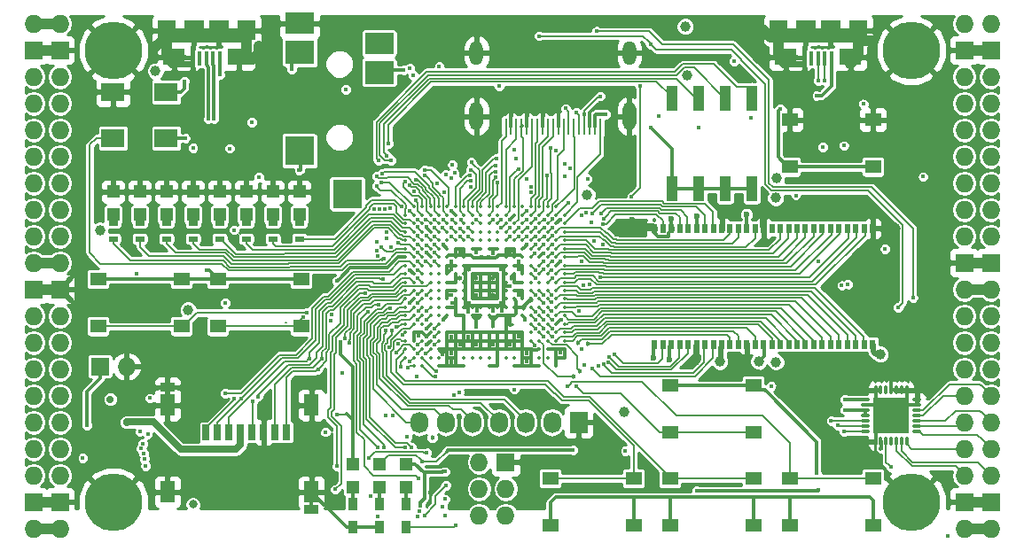
<source format=gtl>
G04 #@! TF.FileFunction,Copper,L1,Top,Signal*
%FSLAX46Y46*%
G04 Gerber Fmt 4.6, Leading zero omitted, Abs format (unit mm)*
G04 Created by KiCad (PCBNEW 4.0.7+dfsg1-1) date Fri Feb  2 20:30:48 2018*
%MOMM*%
%LPD*%
G01*
G04 APERTURE LIST*
%ADD10C,0.100000*%
%ADD11O,1.727200X1.727200*%
%ADD12R,1.727200X1.727200*%
%ADD13C,5.500000*%
%ADD14R,0.900000X1.200000*%
%ADD15R,2.100000X1.600000*%
%ADD16R,1.900000X1.900000*%
%ADD17R,0.400000X1.350000*%
%ADD18R,1.800000X1.900000*%
%ADD19O,0.850000X0.300000*%
%ADD20O,0.300000X0.850000*%
%ADD21R,1.675000X1.675000*%
%ADD22R,1.727200X2.032000*%
%ADD23O,1.727200X2.032000*%
%ADD24R,1.550000X1.300000*%
%ADD25R,1.120000X2.440000*%
%ADD26C,0.350000*%
%ADD27R,1.200000X1.200000*%
%ADD28R,2.800000X2.000000*%
%ADD29R,2.800000X2.200000*%
%ADD30R,2.800000X2.800000*%
%ADD31O,1.300000X2.700000*%
%ADD32O,1.300000X2.300000*%
%ADD33R,0.250000X1.600000*%
%ADD34R,0.700000X1.500000*%
%ADD35R,1.450000X0.900000*%
%ADD36R,1.450000X2.000000*%
%ADD37R,2.200000X1.800000*%
%ADD38R,0.560000X0.900000*%
%ADD39R,0.900000X0.500000*%
%ADD40C,0.400000*%
%ADD41C,1.000000*%
%ADD42C,0.600000*%
%ADD43C,0.454000*%
%ADD44C,0.800000*%
%ADD45C,0.700000*%
%ADD46C,0.300000*%
%ADD47C,0.190000*%
%ADD48C,1.000000*%
%ADD49C,0.500000*%
%ADD50C,0.600000*%
%ADD51C,0.200000*%
%ADD52C,0.700000*%
%ADD53C,0.127000*%
%ADD54C,0.254000*%
G04 APERTURE END LIST*
D10*
D11*
X97910000Y-62690000D03*
X95370000Y-62690000D03*
D12*
X97910000Y-65230000D03*
X95370000Y-65230000D03*
D11*
X97910000Y-67770000D03*
X95370000Y-67770000D03*
X97910000Y-70310000D03*
X95370000Y-70310000D03*
X97910000Y-72850000D03*
X95370000Y-72850000D03*
X97910000Y-75390000D03*
X95370000Y-75390000D03*
X97910000Y-77930000D03*
X95370000Y-77930000D03*
X97910000Y-80470000D03*
X95370000Y-80470000D03*
X97910000Y-83010000D03*
X95370000Y-83010000D03*
X97910000Y-85550000D03*
X95370000Y-85550000D03*
D12*
X97910000Y-88090000D03*
X95370000Y-88090000D03*
D11*
X97910000Y-90630000D03*
X95370000Y-90630000D03*
X97910000Y-93170000D03*
X95370000Y-93170000D03*
X97910000Y-95710000D03*
X95370000Y-95710000D03*
X97910000Y-98250000D03*
X95370000Y-98250000D03*
X97910000Y-100790000D03*
X95370000Y-100790000D03*
X97910000Y-103330000D03*
X95370000Y-103330000D03*
X97910000Y-105870000D03*
X95370000Y-105870000D03*
D12*
X97910000Y-108410000D03*
X95370000Y-108410000D03*
D11*
X97910000Y-110950000D03*
X95370000Y-110950000D03*
X184270000Y-110950000D03*
X186810000Y-110950000D03*
D12*
X184270000Y-108410000D03*
X186810000Y-108410000D03*
D11*
X184270000Y-105870000D03*
X186810000Y-105870000D03*
X184270000Y-103330000D03*
X186810000Y-103330000D03*
X184270000Y-100790000D03*
X186810000Y-100790000D03*
X184270000Y-98250000D03*
X186810000Y-98250000D03*
X184270000Y-95710000D03*
X186810000Y-95710000D03*
X184270000Y-93170000D03*
X186810000Y-93170000D03*
X184270000Y-90630000D03*
X186810000Y-90630000D03*
X184270000Y-88090000D03*
X186810000Y-88090000D03*
D12*
X184270000Y-85550000D03*
X186810000Y-85550000D03*
D11*
X184270000Y-83010000D03*
X186810000Y-83010000D03*
X184270000Y-80470000D03*
X186810000Y-80470000D03*
X184270000Y-77930000D03*
X186810000Y-77930000D03*
X184270000Y-75390000D03*
X186810000Y-75390000D03*
X184270000Y-72850000D03*
X186810000Y-72850000D03*
X184270000Y-70310000D03*
X186810000Y-70310000D03*
X184270000Y-67770000D03*
X186810000Y-67770000D03*
D12*
X184270000Y-65230000D03*
X186810000Y-65230000D03*
D11*
X184270000Y-62690000D03*
X186810000Y-62690000D03*
D13*
X102990000Y-108410000D03*
X179190000Y-108410000D03*
X179190000Y-65230000D03*
X102990000Y-65230000D03*
D12*
X101720000Y-95456000D03*
D11*
X104260000Y-95456000D03*
D14*
X128390000Y-108580000D03*
X128390000Y-110780000D03*
X130930000Y-110780000D03*
X130930000Y-108580000D03*
D15*
X114980000Y-65875000D03*
X108780000Y-65875000D03*
D16*
X113080000Y-63325000D03*
X110680000Y-63325000D03*
D17*
X113180000Y-66000000D03*
X112530000Y-66000000D03*
X111880000Y-66000000D03*
X111230000Y-66000000D03*
X110580000Y-66000000D03*
D18*
X115680000Y-63325000D03*
X108080000Y-63325000D03*
D15*
X173400000Y-65875000D03*
X167200000Y-65875000D03*
D16*
X171500000Y-63325000D03*
X169100000Y-63325000D03*
D17*
X171600000Y-66000000D03*
X170950000Y-66000000D03*
X170300000Y-66000000D03*
X169650000Y-66000000D03*
X169000000Y-66000000D03*
D18*
X174100000Y-63325000D03*
X166500000Y-63325000D03*
D12*
X140455000Y-104600000D03*
D11*
X137915000Y-104600000D03*
X140455000Y-107140000D03*
X137915000Y-107140000D03*
X140455000Y-109680000D03*
X137915000Y-109680000D03*
D19*
X179735000Y-101655000D03*
X179735000Y-101155000D03*
X179735000Y-100655000D03*
X179735000Y-100155000D03*
X179735000Y-99655000D03*
X179735000Y-99155000D03*
X179735000Y-98655000D03*
D20*
X178785000Y-97705000D03*
X178285000Y-97705000D03*
X177785000Y-97705000D03*
X177285000Y-97705000D03*
X176785000Y-97705000D03*
X176285000Y-97705000D03*
X175785000Y-97705000D03*
D19*
X174835000Y-98655000D03*
X174835000Y-99155000D03*
X174835000Y-99655000D03*
X174835000Y-100155000D03*
X174835000Y-100655000D03*
X174835000Y-101155000D03*
X174835000Y-101655000D03*
D20*
X175785000Y-102605000D03*
X176285000Y-102605000D03*
X176785000Y-102605000D03*
X177285000Y-102605000D03*
X177785000Y-102605000D03*
X178285000Y-102605000D03*
X178785000Y-102605000D03*
D21*
X176447500Y-99317500D03*
X176447500Y-100992500D03*
X178122500Y-99317500D03*
X178122500Y-100992500D03*
D22*
X147440000Y-100790000D03*
D23*
X144900000Y-100790000D03*
X142360000Y-100790000D03*
X139820000Y-100790000D03*
X137280000Y-100790000D03*
X134740000Y-100790000D03*
X132200000Y-100790000D03*
D24*
X175550000Y-71870000D03*
X175550000Y-76370000D03*
X167590000Y-76370000D03*
X167590000Y-71870000D03*
X101550000Y-91610000D03*
X101550000Y-87110000D03*
X109510000Y-87110000D03*
X109510000Y-91610000D03*
X112980000Y-91610000D03*
X112980000Y-87110000D03*
X120940000Y-87110000D03*
X120940000Y-91610000D03*
X156160000Y-101770000D03*
X156160000Y-97270000D03*
X164120000Y-97270000D03*
X164120000Y-101770000D03*
X164120000Y-106160000D03*
X164120000Y-110660000D03*
X156160000Y-110660000D03*
X156160000Y-106160000D03*
X152690000Y-106160000D03*
X152690000Y-110660000D03*
X144730000Y-110660000D03*
X144730000Y-106160000D03*
X175550000Y-106160000D03*
X175550000Y-110660000D03*
X167590000Y-110660000D03*
X167590000Y-106160000D03*
D25*
X156330000Y-78425000D03*
X163950000Y-69815000D03*
X158870000Y-78425000D03*
X161410000Y-69815000D03*
X161410000Y-78425000D03*
X158870000Y-69815000D03*
X163950000Y-78425000D03*
X156330000Y-69815000D03*
D26*
X131680000Y-80200000D03*
X132480000Y-80200000D03*
X133280000Y-80200000D03*
X134080000Y-80200000D03*
X134880000Y-80200000D03*
X135680000Y-80200000D03*
X136480000Y-80200000D03*
X137280000Y-80200000D03*
X138080000Y-80200000D03*
X138880000Y-80200000D03*
X139680000Y-80200000D03*
X140480000Y-80200000D03*
X141280000Y-80200000D03*
X142080000Y-80200000D03*
X142880000Y-80200000D03*
X143680000Y-80200000D03*
X144480000Y-80200000D03*
X145280000Y-80200000D03*
X130880000Y-81000000D03*
X131680000Y-81000000D03*
X132480000Y-81000000D03*
X133280000Y-81000000D03*
X134080000Y-81000000D03*
X134880000Y-81000000D03*
X135680000Y-81000000D03*
X136480000Y-81000000D03*
X137280000Y-81000000D03*
X138080000Y-81000000D03*
X138880000Y-81000000D03*
X139680000Y-81000000D03*
X140480000Y-81000000D03*
X141280000Y-81000000D03*
X142080000Y-81000000D03*
X142880000Y-81000000D03*
X143680000Y-81000000D03*
X144480000Y-81000000D03*
X145280000Y-81000000D03*
X146080000Y-81000000D03*
X130880000Y-81800000D03*
X131680000Y-81800000D03*
X132480000Y-81800000D03*
X133280000Y-81800000D03*
X134080000Y-81800000D03*
X134880000Y-81800000D03*
X135680000Y-81800000D03*
X136480000Y-81800000D03*
X137280000Y-81800000D03*
X138080000Y-81800000D03*
X138880000Y-81800000D03*
X139680000Y-81800000D03*
X140480000Y-81800000D03*
X141280000Y-81800000D03*
X142080000Y-81800000D03*
X142880000Y-81800000D03*
X143680000Y-81800000D03*
X144480000Y-81800000D03*
X145280000Y-81800000D03*
X146080000Y-81800000D03*
X130880000Y-82600000D03*
X131680000Y-82600000D03*
X132480000Y-82600000D03*
X133280000Y-82600000D03*
X134080000Y-82600000D03*
X134880000Y-82600000D03*
X135680000Y-82600000D03*
X136480000Y-82600000D03*
X137280000Y-82600000D03*
X138080000Y-82600000D03*
X138880000Y-82600000D03*
X139680000Y-82600000D03*
X140480000Y-82600000D03*
X141280000Y-82600000D03*
X142080000Y-82600000D03*
X142880000Y-82600000D03*
X143680000Y-82600000D03*
X144480000Y-82600000D03*
X145280000Y-82600000D03*
X146080000Y-82600000D03*
X130880000Y-83400000D03*
X131680000Y-83400000D03*
X132480000Y-83400000D03*
X133280000Y-83400000D03*
X134080000Y-83400000D03*
X134880000Y-83400000D03*
X135680000Y-83400000D03*
X136480000Y-83400000D03*
X137280000Y-83400000D03*
X138080000Y-83400000D03*
X138880000Y-83400000D03*
X139680000Y-83400000D03*
X140480000Y-83400000D03*
X141280000Y-83400000D03*
X142080000Y-83400000D03*
X142880000Y-83400000D03*
X143680000Y-83400000D03*
X144480000Y-83400000D03*
X145280000Y-83400000D03*
X146080000Y-83400000D03*
X130880000Y-84200000D03*
X131680000Y-84200000D03*
X132480000Y-84200000D03*
X133280000Y-84200000D03*
X134080000Y-84200000D03*
X134880000Y-84200000D03*
X135680000Y-84200000D03*
X136480000Y-84200000D03*
X137280000Y-84200000D03*
X138080000Y-84200000D03*
X138880000Y-84200000D03*
X139680000Y-84200000D03*
X140480000Y-84200000D03*
X141280000Y-84200000D03*
X142080000Y-84200000D03*
X142880000Y-84200000D03*
X143680000Y-84200000D03*
X144480000Y-84200000D03*
X145280000Y-84200000D03*
X146080000Y-84200000D03*
X130880000Y-85000000D03*
X131680000Y-85000000D03*
X132480000Y-85000000D03*
X133280000Y-85000000D03*
X134080000Y-85000000D03*
X134880000Y-85000000D03*
X135680000Y-85000000D03*
X136480000Y-85000000D03*
X137280000Y-85000000D03*
X138080000Y-85000000D03*
X138880000Y-85000000D03*
X139680000Y-85000000D03*
X140480000Y-85000000D03*
X141280000Y-85000000D03*
X142080000Y-85000000D03*
X142880000Y-85000000D03*
X143680000Y-85000000D03*
X144480000Y-85000000D03*
X145280000Y-85000000D03*
X146080000Y-85000000D03*
X130880000Y-85800000D03*
X131680000Y-85800000D03*
X132480000Y-85800000D03*
X133280000Y-85800000D03*
X134080000Y-85800000D03*
X134880000Y-85800000D03*
X135680000Y-85800000D03*
X136480000Y-85800000D03*
X137280000Y-85800000D03*
X138080000Y-85800000D03*
X138880000Y-85800000D03*
X139680000Y-85800000D03*
X140480000Y-85800000D03*
X141280000Y-85800000D03*
X142080000Y-85800000D03*
X142880000Y-85800000D03*
X143680000Y-85800000D03*
X144480000Y-85800000D03*
X145280000Y-85800000D03*
X146080000Y-85800000D03*
X130880000Y-86600000D03*
X131680000Y-86600000D03*
X132480000Y-86600000D03*
X133280000Y-86600000D03*
X134080000Y-86600000D03*
X134880000Y-86600000D03*
X135680000Y-86600000D03*
X136480000Y-86600000D03*
X137280000Y-86600000D03*
X138080000Y-86600000D03*
X138880000Y-86600000D03*
X139680000Y-86600000D03*
X140480000Y-86600000D03*
X141280000Y-86600000D03*
X142080000Y-86600000D03*
X142880000Y-86600000D03*
X143680000Y-86600000D03*
X144480000Y-86600000D03*
X145280000Y-86600000D03*
X146080000Y-86600000D03*
X130880000Y-87400000D03*
X131680000Y-87400000D03*
X132480000Y-87400000D03*
X133280000Y-87400000D03*
X134080000Y-87400000D03*
X134880000Y-87400000D03*
X135680000Y-87400000D03*
X136480000Y-87400000D03*
X137280000Y-87400000D03*
X138080000Y-87400000D03*
X138880000Y-87400000D03*
X139680000Y-87400000D03*
X140480000Y-87400000D03*
X141280000Y-87400000D03*
X142080000Y-87400000D03*
X142880000Y-87400000D03*
X143680000Y-87400000D03*
X144480000Y-87400000D03*
X145280000Y-87400000D03*
X146080000Y-87400000D03*
X130880000Y-88200000D03*
X131680000Y-88200000D03*
X132480000Y-88200000D03*
X133280000Y-88200000D03*
X134080000Y-88200000D03*
X134880000Y-88200000D03*
X135680000Y-88200000D03*
X136480000Y-88200000D03*
X137280000Y-88200000D03*
X138080000Y-88200000D03*
X138880000Y-88200000D03*
X139680000Y-88200000D03*
X140480000Y-88200000D03*
X141280000Y-88200000D03*
X142080000Y-88200000D03*
X142880000Y-88200000D03*
X143680000Y-88200000D03*
X144480000Y-88200000D03*
X145280000Y-88200000D03*
X146080000Y-88200000D03*
X130880000Y-89000000D03*
X131680000Y-89000000D03*
X132480000Y-89000000D03*
X133280000Y-89000000D03*
X134080000Y-89000000D03*
X134880000Y-89000000D03*
X135680000Y-89000000D03*
X136480000Y-89000000D03*
X137280000Y-89000000D03*
X138080000Y-89000000D03*
X138880000Y-89000000D03*
X139680000Y-89000000D03*
X140480000Y-89000000D03*
X141280000Y-89000000D03*
X142080000Y-89000000D03*
X142880000Y-89000000D03*
X143680000Y-89000000D03*
X144480000Y-89000000D03*
X145280000Y-89000000D03*
X146080000Y-89000000D03*
X130880000Y-89800000D03*
X131680000Y-89800000D03*
X132480000Y-89800000D03*
X133280000Y-89800000D03*
X134080000Y-89800000D03*
X134880000Y-89800000D03*
X135680000Y-89800000D03*
X136480000Y-89800000D03*
X137280000Y-89800000D03*
X138080000Y-89800000D03*
X138880000Y-89800000D03*
X139680000Y-89800000D03*
X140480000Y-89800000D03*
X141280000Y-89800000D03*
X142080000Y-89800000D03*
X142880000Y-89800000D03*
X143680000Y-89800000D03*
X144480000Y-89800000D03*
X145280000Y-89800000D03*
X146080000Y-89800000D03*
X130880000Y-90600000D03*
X131680000Y-90600000D03*
X132480000Y-90600000D03*
X133280000Y-90600000D03*
X134080000Y-90600000D03*
X134880000Y-90600000D03*
X135680000Y-90600000D03*
X136480000Y-90600000D03*
X137280000Y-90600000D03*
X138080000Y-90600000D03*
X138880000Y-90600000D03*
X139680000Y-90600000D03*
X140480000Y-90600000D03*
X141280000Y-90600000D03*
X142080000Y-90600000D03*
X142880000Y-90600000D03*
X143680000Y-90600000D03*
X144480000Y-90600000D03*
X145280000Y-90600000D03*
X146080000Y-90600000D03*
X130880000Y-91400000D03*
X131680000Y-91400000D03*
X132480000Y-91400000D03*
X133280000Y-91400000D03*
X134080000Y-91400000D03*
X142880000Y-91400000D03*
X143680000Y-91400000D03*
X144480000Y-91400000D03*
X145280000Y-91400000D03*
X146080000Y-91400000D03*
X130880000Y-92200000D03*
X131680000Y-92200000D03*
X132480000Y-92200000D03*
X133280000Y-92200000D03*
X134080000Y-92200000D03*
X134880000Y-92200000D03*
X135680000Y-92200000D03*
X136480000Y-92200000D03*
X137280000Y-92200000D03*
X138080000Y-92200000D03*
X138880000Y-92200000D03*
X139680000Y-92200000D03*
X140480000Y-92200000D03*
X141280000Y-92200000D03*
X142080000Y-92200000D03*
X142880000Y-92200000D03*
X143680000Y-92200000D03*
X144480000Y-92200000D03*
X145280000Y-92200000D03*
X146080000Y-92200000D03*
X130880000Y-93000000D03*
X131680000Y-93000000D03*
X132480000Y-93000000D03*
X133280000Y-93000000D03*
X134080000Y-93000000D03*
X134880000Y-93000000D03*
X135680000Y-93000000D03*
X136480000Y-93000000D03*
X137280000Y-93000000D03*
X138080000Y-93000000D03*
X138880000Y-93000000D03*
X139680000Y-93000000D03*
X140480000Y-93000000D03*
X141280000Y-93000000D03*
X142080000Y-93000000D03*
X142880000Y-93000000D03*
X143680000Y-93000000D03*
X144480000Y-93000000D03*
X145280000Y-93000000D03*
X146080000Y-93000000D03*
X130880000Y-93800000D03*
X131680000Y-93800000D03*
X132480000Y-93800000D03*
X133280000Y-93800000D03*
X134080000Y-93800000D03*
X134880000Y-93800000D03*
X135680000Y-93800000D03*
X136480000Y-93800000D03*
X137280000Y-93800000D03*
X138080000Y-93800000D03*
X138880000Y-93800000D03*
X139680000Y-93800000D03*
X140480000Y-93800000D03*
X141280000Y-93800000D03*
X142080000Y-93800000D03*
X142880000Y-93800000D03*
X143680000Y-93800000D03*
X144480000Y-93800000D03*
X145280000Y-93800000D03*
X146080000Y-93800000D03*
X130880000Y-94600000D03*
X131680000Y-94600000D03*
X132480000Y-94600000D03*
X133280000Y-94600000D03*
X134080000Y-94600000D03*
X134880000Y-94600000D03*
X135680000Y-94600000D03*
X136480000Y-94600000D03*
X137280000Y-94600000D03*
X138080000Y-94600000D03*
X138880000Y-94600000D03*
X139680000Y-94600000D03*
X140480000Y-94600000D03*
X141280000Y-94600000D03*
X142080000Y-94600000D03*
X142880000Y-94600000D03*
X143680000Y-94600000D03*
X144480000Y-94600000D03*
X145280000Y-94600000D03*
X146080000Y-94600000D03*
X131680000Y-95400000D03*
X132480000Y-95400000D03*
X134080000Y-95400000D03*
X134880000Y-95400000D03*
X135680000Y-95400000D03*
X136480000Y-95400000D03*
X138880000Y-95400000D03*
X139680000Y-95400000D03*
X141280000Y-95400000D03*
X142080000Y-95400000D03*
X142880000Y-95400000D03*
X143680000Y-95400000D03*
X145280000Y-95400000D03*
D27*
X125850000Y-104770000D03*
X125850000Y-106970000D03*
D14*
X125850000Y-108580000D03*
X125850000Y-110780000D03*
D27*
X128390000Y-104770000D03*
X128390000Y-106970000D03*
X120770000Y-80935000D03*
X120770000Y-78735000D03*
X118230000Y-80935000D03*
X118230000Y-78735000D03*
X115690000Y-80935000D03*
X115690000Y-78735000D03*
X113150000Y-80935000D03*
X113150000Y-78735000D03*
X110610000Y-80935000D03*
X110610000Y-78735000D03*
X108070000Y-80935000D03*
X108070000Y-78735000D03*
X105530000Y-80935000D03*
X105530000Y-78735000D03*
X102990000Y-80935000D03*
X102990000Y-78735000D03*
X130930000Y-104770000D03*
X130930000Y-106970000D03*
D28*
X120780000Y-62648000D03*
D29*
X120780000Y-65448000D03*
D30*
X120780000Y-74848000D03*
X125330000Y-78948000D03*
D29*
X128380000Y-67348000D03*
D28*
X128380000Y-64548000D03*
D31*
X152280000Y-71550000D03*
X137680000Y-71550000D03*
D32*
X137680000Y-65500000D03*
D33*
X140480000Y-72500000D03*
X140980000Y-72500000D03*
X141480000Y-72500000D03*
X141980000Y-72500000D03*
X142480000Y-72500000D03*
X142980000Y-72500000D03*
X143480000Y-72500000D03*
X143980000Y-72500000D03*
X144480000Y-72500000D03*
X144980000Y-72500000D03*
X145480000Y-72500000D03*
X145980000Y-72500000D03*
X146480000Y-72500000D03*
X146980000Y-72500000D03*
X147480000Y-72500000D03*
X147980000Y-72500000D03*
X148480000Y-72500000D03*
X148980000Y-72500000D03*
X149480000Y-72500000D03*
D32*
X152280000Y-65500000D03*
D34*
X111850000Y-101750000D03*
X112950000Y-101750000D03*
X114050000Y-101750000D03*
X115150000Y-101750000D03*
X116250000Y-101750000D03*
X117350000Y-101750000D03*
X118450000Y-101750000D03*
X119550000Y-101750000D03*
D35*
X108175000Y-97450000D03*
X121925000Y-109150000D03*
D36*
X121925000Y-99150000D03*
X108175000Y-99150000D03*
X108175000Y-107450000D03*
X121925000Y-107450000D03*
D37*
X108040000Y-69220000D03*
X102960000Y-69220000D03*
X102960000Y-73620000D03*
X108040000Y-73620000D03*
D38*
X175493000Y-82270000D03*
X154693000Y-93330000D03*
X155493000Y-93330000D03*
X156293000Y-93330000D03*
X157093000Y-93330000D03*
X157893000Y-93330000D03*
X158693000Y-93330000D03*
X159493000Y-93330000D03*
X160293000Y-93330000D03*
X161093000Y-93330000D03*
X161893000Y-93330000D03*
X162693000Y-93330000D03*
X163493000Y-93330000D03*
X164293000Y-93330000D03*
X165093000Y-93330000D03*
X165893000Y-93330000D03*
X166693000Y-93330000D03*
X167493000Y-93330000D03*
X168293000Y-93330000D03*
X169093000Y-93330000D03*
X169893000Y-93330000D03*
X170693000Y-93330000D03*
X171493000Y-93330000D03*
X172293000Y-93330000D03*
X173093000Y-93330000D03*
X173893000Y-93330000D03*
X174693000Y-93330000D03*
X175493000Y-93330000D03*
X174693000Y-82270000D03*
X173893000Y-82270000D03*
X173093000Y-82270000D03*
X172293000Y-82270000D03*
X171493000Y-82270000D03*
X170693000Y-82270000D03*
X169893000Y-82270000D03*
X169093000Y-82270000D03*
X168293000Y-82270000D03*
X167493000Y-82270000D03*
X166693000Y-82270000D03*
X165893000Y-82270000D03*
X165093000Y-82270000D03*
X164293000Y-82270000D03*
X163493000Y-82270000D03*
X162693000Y-82270000D03*
X161893000Y-82270000D03*
X161093000Y-82270000D03*
X160293000Y-82270000D03*
X159493000Y-82270000D03*
X158693000Y-82270000D03*
X157893000Y-82270000D03*
X157093000Y-82270000D03*
X156293000Y-82270000D03*
X155493000Y-82270000D03*
X154693000Y-82270000D03*
D39*
X120770000Y-83252000D03*
X120770000Y-81752000D03*
X118230000Y-83252000D03*
X118230000Y-81752000D03*
X115690000Y-83252000D03*
X115690000Y-81752000D03*
X113150000Y-83252000D03*
X113150000Y-81752000D03*
X110610000Y-83252000D03*
X110610000Y-81752000D03*
X108070000Y-83252000D03*
X108070000Y-81752000D03*
X105530000Y-83252000D03*
X105530000Y-81752000D03*
X102990000Y-83252000D03*
X102990000Y-81752000D03*
D40*
X173856000Y-71538990D03*
D41*
X164947008Y-63194069D03*
X175494572Y-64322557D03*
D40*
X135342764Y-89381630D03*
X144103496Y-84660400D03*
D41*
X177658444Y-82281349D03*
D40*
X145680000Y-81405125D03*
X145691238Y-94166752D03*
X145759873Y-91010176D03*
D42*
X152525938Y-81463870D03*
D41*
X162956098Y-95078488D03*
X158539988Y-94868772D03*
D42*
X161075765Y-80992022D03*
X164882869Y-80938986D03*
X156262773Y-81349374D03*
X123437000Y-108972000D03*
D40*
X132871770Y-84533979D03*
X132862998Y-82124544D03*
X131278306Y-86213101D03*
X135281276Y-80583119D03*
X131279502Y-89407325D03*
X170309539Y-85441529D03*
X145672808Y-85396062D03*
X133216000Y-107465000D03*
X137680000Y-88600000D03*
X142480000Y-95000000D03*
X141680000Y-92600000D03*
X140836000Y-84534000D03*
X135284627Y-94985297D03*
X135288625Y-94225619D03*
X134455822Y-94267172D03*
X136095958Y-93369652D03*
D43*
X139264636Y-91615205D03*
D41*
X116880503Y-64802940D03*
X106974809Y-64953974D03*
D40*
X177285000Y-95710000D03*
X140880000Y-81400000D03*
X140874194Y-91433353D03*
X142480000Y-94200000D03*
X140880000Y-93400000D03*
X139280000Y-93400000D03*
X137680000Y-93400000D03*
X136880000Y-92600000D03*
X135280000Y-92600000D03*
X132880000Y-91800000D03*
X132880000Y-93400000D03*
D43*
X141042859Y-86994997D03*
X139280000Y-87000000D03*
X136110990Y-86995403D03*
X137680000Y-87000000D03*
X136080000Y-84600000D03*
X139280000Y-88600000D03*
D41*
X157807568Y-67669269D03*
X101707889Y-82423180D03*
X107021491Y-67228122D03*
X166284693Y-95025145D03*
X166248957Y-79348409D03*
X166343357Y-77477990D03*
D40*
X172564535Y-87722010D03*
X150030853Y-71331848D03*
D41*
X157600000Y-62944000D03*
D40*
X134124945Y-66775980D03*
X139864366Y-68665673D03*
X137659051Y-91638034D03*
X135273306Y-88618602D03*
X135280000Y-86200000D03*
X135280000Y-85440000D03*
X158870000Y-72596000D03*
X114513935Y-82409431D03*
X116912932Y-77355158D03*
X109760378Y-68177900D03*
X109840000Y-73620000D03*
X132110753Y-92527478D03*
X113658000Y-89360000D03*
X165803369Y-97344883D03*
D41*
X148237462Y-79019093D03*
D40*
X148271935Y-77558071D03*
D41*
X160905403Y-95006436D03*
D42*
X158731133Y-81048929D03*
X154593901Y-94607945D03*
X156088245Y-94762980D03*
D41*
X164625730Y-94982471D03*
D42*
X163462982Y-80942429D03*
D41*
X176254940Y-94288458D03*
D44*
X110593913Y-108636458D03*
D40*
X180340784Y-77316932D03*
X173137949Y-87594275D03*
D45*
X102710050Y-98594954D03*
D40*
X129005202Y-100174798D03*
X172834633Y-99599920D03*
X172879922Y-98618650D03*
X176305593Y-103279812D03*
X100080000Y-104200000D03*
X139272517Y-84611349D03*
X137680556Y-84534085D03*
X141680000Y-86200000D03*
X132880000Y-92600000D03*
X141680000Y-88600000D03*
X141680000Y-85400000D03*
X129983242Y-91668979D03*
X121431221Y-90311593D03*
X121088335Y-90753785D03*
X130583026Y-92475628D03*
X146394787Y-97333919D03*
X143300000Y-86220000D03*
X147175985Y-97333919D03*
X147700000Y-93820000D03*
X144900000Y-91820000D03*
X142277990Y-91000000D03*
D41*
X110128890Y-90028152D03*
D40*
X142480000Y-83800000D03*
X134480000Y-83800000D03*
X134480000Y-91000000D03*
X125193541Y-68962993D03*
X155115280Y-71563465D03*
X105245010Y-86595559D03*
X170182962Y-69571012D03*
X170362901Y-107286196D03*
X158716651Y-107325176D03*
X136028224Y-97922729D03*
X128216338Y-109760338D03*
X132708000Y-109680000D03*
X134750646Y-106810513D03*
X133680000Y-91800000D03*
X135517016Y-98167170D03*
X134675868Y-108131585D03*
D43*
X133449289Y-102232615D03*
D40*
X133680000Y-92600000D03*
X132936956Y-103711000D03*
X127385678Y-104203668D03*
X133685482Y-93402296D03*
X134463998Y-108841973D03*
X131986331Y-96404793D03*
X131039072Y-102187000D03*
X134636872Y-109719950D03*
X132846234Y-94197073D03*
X176700000Y-84220000D03*
X143260000Y-84620000D03*
X120739932Y-76694083D03*
X130704878Y-67105564D03*
X147186000Y-71200000D03*
X147983153Y-71347080D03*
X149475951Y-69619684D03*
X153297112Y-68665673D03*
X177926984Y-89812061D03*
X154329326Y-64643767D03*
X152497066Y-79193467D03*
X146481406Y-79819384D03*
X143650666Y-63862520D03*
X179351513Y-88868327D03*
X149134122Y-63424051D03*
X140035989Y-81400000D03*
X121687479Y-94718249D03*
X128776655Y-87127857D03*
X132083026Y-86260405D03*
X113700000Y-98020000D03*
X116325960Y-98790853D03*
X122932649Y-94724357D03*
X124849021Y-96102869D03*
X122527919Y-95725900D03*
X116198000Y-72088000D03*
X127586603Y-107875044D03*
X113157250Y-67567056D03*
X146180000Y-70800000D03*
X131453853Y-103208291D03*
X149771692Y-81825658D03*
X144080000Y-86200000D03*
X149533922Y-86909940D03*
X144894316Y-86977564D03*
X144896700Y-83835368D03*
X149549750Y-80868432D03*
D43*
X147343891Y-93217126D03*
D40*
X144113248Y-92588762D03*
X144875155Y-86292748D03*
X149846468Y-81303978D03*
X148696112Y-80861847D03*
X144916886Y-82991356D03*
D43*
X148349010Y-93322307D03*
D40*
X144882352Y-92577990D03*
X144902941Y-90956495D03*
X148747982Y-95669626D03*
X144867244Y-90112484D03*
X149795895Y-95251084D03*
X144855814Y-89268481D03*
X150278898Y-95040253D03*
X150345974Y-94517527D03*
X144877648Y-88622010D03*
X150889207Y-94332565D03*
X143280000Y-87000000D03*
X130211351Y-93284273D03*
X131084713Y-95564177D03*
X130422000Y-95456000D03*
X131316164Y-94959140D03*
X130053332Y-94113207D03*
X132031990Y-93400000D03*
X129371747Y-93601166D03*
X141280657Y-97642010D03*
X133852393Y-95875797D03*
X133762848Y-96395146D03*
X132080000Y-94200000D03*
X128622659Y-84064643D03*
X105895603Y-103765816D03*
X130839477Y-103208987D03*
X129449238Y-89873934D03*
X132075624Y-89410644D03*
X128806823Y-103185900D03*
X128312094Y-89556924D03*
X132162861Y-106185868D03*
X132880000Y-88600000D03*
X127040053Y-88426410D03*
X124322162Y-105002357D03*
X132080000Y-87000000D03*
X125525099Y-93236764D03*
X124202418Y-107207639D03*
X110599084Y-74589383D03*
X132024412Y-109766775D03*
X114104080Y-74612196D03*
X132219727Y-109277292D03*
X115190634Y-98572389D03*
X131847310Y-79589886D03*
X132080000Y-81400000D03*
X132080007Y-82103333D03*
X132872609Y-82968555D03*
X133627359Y-81414685D03*
X133648389Y-82190597D03*
X131923295Y-77584853D03*
X130856828Y-77786820D03*
X129555604Y-91985990D03*
X132880000Y-91000000D03*
X129028593Y-91985999D03*
X132077338Y-91002010D03*
X131275302Y-80595752D03*
X130489904Y-80167235D03*
X128823114Y-85153560D03*
X132072985Y-85377990D03*
X133927939Y-77995210D03*
X134433979Y-82180155D03*
X163908850Y-71651861D03*
X135656559Y-110610712D03*
X132468001Y-104503413D03*
X146844288Y-103452739D03*
D45*
X104260000Y-100790000D03*
D40*
X114560994Y-98539563D03*
X116800000Y-98320000D03*
X111895217Y-86253790D03*
X165170594Y-97666317D03*
X170157734Y-105666345D03*
X169506589Y-107953726D03*
X142571021Y-82204353D03*
X143287402Y-83042010D03*
X170735900Y-74464979D03*
X168166438Y-79108038D03*
X151896383Y-103510715D03*
X112614274Y-71803529D03*
X112074854Y-71810535D03*
X143269694Y-93414905D03*
X177274002Y-105079115D03*
X172761273Y-101651681D03*
X143280000Y-91800000D03*
X172193360Y-101105663D03*
X144064831Y-91877646D03*
X144080000Y-90956495D03*
X171540304Y-100645743D03*
X135277990Y-82193851D03*
X129493343Y-75737814D03*
X136124555Y-82260038D03*
X129125079Y-75315804D03*
X135382945Y-76183471D03*
X136080000Y-83000000D03*
X129252218Y-74142461D03*
X142454428Y-77497451D03*
X142460000Y-83020000D03*
X172746637Y-74347988D03*
X143280000Y-83800000D03*
X170300000Y-68151000D03*
X170950000Y-68125562D03*
X125110333Y-92787995D03*
X124361185Y-87274371D03*
X124361184Y-87274370D03*
X182675150Y-111637626D03*
X166678914Y-70803555D03*
X123273881Y-101715917D03*
X129660000Y-100155000D03*
X127308270Y-90221456D03*
X132084049Y-88558274D03*
X128280000Y-103200000D03*
X120008000Y-67008000D03*
X133680000Y-83000000D03*
X129457990Y-80285112D03*
X133680000Y-83800000D03*
X128943593Y-80399729D03*
X130204628Y-83599483D03*
X128416582Y-80399850D03*
X127889625Y-80407426D03*
X133680000Y-85400000D03*
X144780000Y-74590382D03*
X140896226Y-87816226D03*
X140038941Y-89350966D03*
X136944530Y-89373464D03*
D43*
X136938110Y-86196311D03*
D40*
X140014602Y-86192969D03*
X139285803Y-90177691D03*
X137689001Y-90122990D03*
D41*
X151758000Y-99774000D03*
D40*
X136885174Y-90194826D03*
X140094890Y-90122990D03*
X128333179Y-75769807D03*
X134613000Y-78819000D03*
X135280000Y-83022010D03*
X154298000Y-72596000D03*
X100450000Y-101044000D03*
X132285867Y-108754446D03*
X134707351Y-105508447D03*
X139280000Y-81400000D03*
X139655433Y-77904002D03*
X139544632Y-77388769D03*
X139544632Y-76821137D03*
X139544634Y-76294124D03*
X139618475Y-75609426D03*
X137680000Y-81400000D03*
X137177990Y-75950190D03*
X137133428Y-76690852D03*
X137078886Y-77215034D03*
X137097649Y-77741712D03*
X135576944Y-76974283D03*
X136160979Y-81416027D03*
X135316968Y-81442010D03*
X135280062Y-77463305D03*
X134732932Y-77130506D03*
X134471370Y-81406751D03*
D43*
X146942280Y-96452058D03*
X147534467Y-95913260D03*
D40*
X147928857Y-95339016D03*
X143322010Y-91000657D03*
X149284391Y-95377990D03*
X144077013Y-90266968D03*
X147430953Y-90112484D03*
X144076240Y-89395301D03*
X143322010Y-90201951D03*
X147910791Y-87683418D03*
X144082832Y-88584510D03*
X143322010Y-88595030D03*
X148483539Y-87608166D03*
X144102010Y-85397219D03*
X144889349Y-85448737D03*
X147687390Y-85374093D03*
X149732494Y-83807694D03*
X144912409Y-84635817D03*
X148921512Y-83442010D03*
X144103186Y-83777990D03*
X144131413Y-83000000D03*
X148610661Y-81705858D03*
X144888125Y-82147345D03*
X144176662Y-82199998D03*
X148175253Y-80781550D03*
X147688311Y-80983115D03*
X144880008Y-81303333D03*
X142897396Y-78799640D03*
X142460000Y-81420000D03*
X142899303Y-78260230D03*
X142460000Y-80620000D03*
X144175043Y-81398770D03*
X146089079Y-77300571D03*
X144394875Y-77219934D03*
X143332651Y-82197990D03*
X146577729Y-76500816D03*
X143331031Y-81377293D03*
X146130802Y-76060132D03*
X141727010Y-82998875D03*
X145255695Y-74817220D03*
X141727010Y-82194937D03*
X140028978Y-82200000D03*
X141666300Y-76561028D03*
X141314467Y-74741289D03*
X140861329Y-83041266D03*
X141413519Y-75564114D03*
X140872990Y-82177164D03*
X132761172Y-77202673D03*
X132737245Y-76676207D03*
X128644933Y-77050030D03*
X128152012Y-77257840D03*
X128125571Y-78233647D03*
X128590544Y-77894041D03*
X131253134Y-78134216D03*
X106477197Y-98487772D03*
X131709326Y-78745875D03*
X132783339Y-81400004D03*
X132079024Y-82984045D03*
X129109095Y-82655074D03*
X105572759Y-101661319D03*
X106276126Y-101893466D03*
X132880889Y-83897835D03*
X129054383Y-83179239D03*
X129487667Y-84079929D03*
X132083682Y-83828056D03*
X105813763Y-102819336D03*
X128165458Y-83509725D03*
X132062099Y-84533979D03*
X105627254Y-103312241D03*
X128182016Y-84353737D03*
X105992720Y-104283802D03*
X133671942Y-84595200D03*
X128207686Y-84880123D03*
X106088753Y-104974041D03*
X132834641Y-85377990D03*
X123714874Y-91057383D03*
X124326000Y-100028000D03*
X124681087Y-93093755D03*
X132900000Y-90180000D03*
X123846546Y-90451525D03*
X132100000Y-90157990D03*
X162271466Y-66284958D03*
X137100000Y-78320000D03*
X136900000Y-82220000D03*
X131329207Y-66928055D03*
X174611510Y-70367022D03*
X136900000Y-83020000D03*
X131644095Y-67620000D03*
D46*
X154680000Y-81486121D02*
X154657528Y-81463649D01*
D47*
X119425148Y-91210000D02*
X119484873Y-91269725D01*
D46*
X174055999Y-71738989D02*
X173856000Y-71538990D01*
X174187010Y-71870000D02*
X174055999Y-71738989D01*
X175550000Y-71870000D02*
X174187010Y-71870000D01*
D48*
X165447007Y-63694068D02*
X164947008Y-63194069D01*
X165712939Y-63960000D02*
X165447007Y-63694068D01*
X166500000Y-63960000D02*
X165712939Y-63960000D01*
X174787466Y-64322557D02*
X175494572Y-64322557D01*
X174462557Y-64322557D02*
X174787466Y-64322557D01*
X174100000Y-63960000D02*
X174462557Y-64322557D01*
D46*
X135661630Y-89381630D02*
X135625606Y-89381630D01*
X135625606Y-89381630D02*
X135342764Y-89381630D01*
X135680000Y-89400000D02*
X135661630Y-89381630D01*
X139505001Y-90774999D02*
X139680000Y-90600000D01*
X139054999Y-90774999D02*
X139505001Y-90774999D01*
X138880000Y-90600000D02*
X139054999Y-90774999D01*
X105530000Y-78735000D02*
X102990000Y-78735000D01*
X108070000Y-78735000D02*
X105530000Y-78735000D01*
X110610000Y-78735000D02*
X108070000Y-78735000D01*
X113150000Y-78735000D02*
X110610000Y-78735000D01*
X115690000Y-78735000D02*
X113150000Y-78735000D01*
X118230000Y-78735000D02*
X115690000Y-78735000D01*
X120770000Y-78735000D02*
X118230000Y-78735000D01*
X152525938Y-81463870D02*
X152982068Y-81920000D01*
X152982068Y-81920000D02*
X154589000Y-81920000D01*
X154589000Y-81920000D02*
X154589000Y-82564717D01*
X154589000Y-82564717D02*
X154935999Y-82911716D01*
X154935999Y-82911716D02*
X154935999Y-82941601D01*
X154935999Y-82941601D02*
X154991399Y-82997001D01*
X156050001Y-82941601D02*
X156050001Y-82696040D01*
X154991399Y-82997001D02*
X155994601Y-82997001D01*
X155994601Y-82997001D02*
X156050001Y-82941601D01*
X156050001Y-82696040D02*
X156205000Y-82541041D01*
X156205000Y-82541041D02*
X156205000Y-81920000D01*
X144019600Y-84660400D02*
X144103496Y-84660400D01*
X143680000Y-85000000D02*
X144019600Y-84660400D01*
X177252609Y-82281349D02*
X177658444Y-82281349D01*
X177241260Y-82270000D02*
X177252609Y-82281349D01*
X145280000Y-81800000D02*
X145674875Y-81405125D01*
X145674875Y-81405125D02*
X145680000Y-81405125D01*
X145691238Y-93811238D02*
X145691238Y-93883910D01*
X145680000Y-93800000D02*
X145691238Y-93811238D01*
X145691238Y-93883910D02*
X145691238Y-94166752D01*
X145280000Y-91400000D02*
X145669824Y-91010176D01*
X145669824Y-91010176D02*
X145759873Y-91010176D01*
X121925000Y-107450000D02*
X121925000Y-109150000D01*
X163456097Y-94578489D02*
X162956098Y-95078488D01*
X163480000Y-94554586D02*
X163456097Y-94578489D01*
X163480000Y-93330000D02*
X163480000Y-94554586D01*
X158539988Y-93470012D02*
X158539988Y-94161666D01*
X158680000Y-93330000D02*
X158539988Y-93470012D01*
X158539988Y-94161666D02*
X158539988Y-94868772D01*
X161075765Y-81416286D02*
X161075765Y-80992022D01*
X161075765Y-82265765D02*
X161075765Y-81416286D01*
X161080000Y-82270000D02*
X161075765Y-82265765D01*
X164882869Y-82072869D02*
X164882869Y-81363250D01*
X165080000Y-82270000D02*
X164882869Y-82072869D01*
X164882869Y-81363250D02*
X164882869Y-80938986D01*
X156280000Y-82270000D02*
X156280000Y-81366601D01*
X156280000Y-81366601D02*
X156262773Y-81349374D01*
D49*
X175480000Y-82270000D02*
X177241260Y-82270000D01*
D46*
X148480000Y-71200000D02*
X149230000Y-70450000D01*
X148480000Y-72500000D02*
X148480000Y-71200000D01*
X145480000Y-72500000D02*
X145480000Y-71200000D01*
X143980000Y-72500000D02*
X143980000Y-71200000D01*
X142480000Y-72500000D02*
X142480000Y-71450000D01*
X142480000Y-71200000D02*
X142480000Y-71450000D01*
X140980000Y-72500000D02*
X140980000Y-71200000D01*
X134455822Y-94267172D02*
X134455822Y-94224178D01*
X134455822Y-94224178D02*
X134880000Y-93800000D01*
X123437000Y-108972000D02*
X125245000Y-110780000D01*
X125245000Y-110780000D02*
X125850000Y-110780000D01*
X125850000Y-110780000D02*
X125889531Y-110819531D01*
X125889531Y-110819531D02*
X126234488Y-110819531D01*
X126234488Y-110819531D02*
X126274019Y-110780000D01*
X126274019Y-110780000D02*
X127640000Y-110780000D01*
X127640000Y-110780000D02*
X128390000Y-110780000D01*
X121930000Y-107465000D02*
X123437000Y-108972000D01*
D48*
X184270000Y-65230000D02*
X186810000Y-65230000D01*
X184270000Y-85550000D02*
X186810000Y-85550000D01*
X184270000Y-108410000D02*
X186810000Y-108410000D01*
X95370000Y-108410000D02*
X97910000Y-108410000D01*
D49*
X97910000Y-88090000D02*
X98956608Y-87043392D01*
D46*
X98956608Y-87043392D02*
X98974574Y-87043392D01*
D49*
X97910000Y-88090000D02*
X99013590Y-89193590D01*
D46*
X99013590Y-89193590D02*
X99060056Y-89193590D01*
D48*
X95370000Y-88090000D02*
X97910000Y-88090000D01*
X95370000Y-65230000D02*
X97910000Y-65230000D01*
D46*
X139264636Y-90984636D02*
X139295364Y-90984636D01*
X139295364Y-90984636D02*
X139680000Y-90600000D01*
X132871770Y-84591770D02*
X132871770Y-84533979D01*
X133280000Y-85000000D02*
X132871770Y-84591770D01*
X133280000Y-82600000D02*
X132862998Y-82182998D01*
X132862998Y-82182998D02*
X132862998Y-82124544D01*
X131293101Y-86213101D02*
X131278306Y-86213101D01*
X131680000Y-86600000D02*
X131293101Y-86213101D01*
X140480000Y-90600000D02*
X140480000Y-92200000D01*
X135281276Y-80601276D02*
X135281276Y-80583119D01*
X135680000Y-81000000D02*
X135281276Y-80601276D01*
X131279502Y-89400498D02*
X131279502Y-89407325D01*
X131680000Y-89000000D02*
X131279502Y-89400498D01*
X145672808Y-85407192D02*
X145672808Y-85396062D01*
X145280000Y-85800000D02*
X145672808Y-85407192D01*
X137280000Y-89000000D02*
X137680000Y-88600000D01*
X142480000Y-94600000D02*
X142880000Y-94600000D01*
X142080000Y-94600000D02*
X142480000Y-94600000D01*
X142480000Y-94600000D02*
X142480000Y-95000000D01*
X141680000Y-92200000D02*
X142080000Y-92200000D01*
X141280000Y-92200000D02*
X141680000Y-92200000D01*
X141680000Y-92200000D02*
X141680000Y-92600000D01*
X141280000Y-84200000D02*
X141170000Y-84200000D01*
X141170000Y-84200000D02*
X140836000Y-84534000D01*
X135284627Y-95395373D02*
X135284627Y-95268139D01*
X135280000Y-95400000D02*
X135284627Y-95395373D01*
X135284627Y-95268139D02*
X135284627Y-94985297D01*
X135288625Y-93942777D02*
X135288625Y-94225619D01*
X135288625Y-93808625D02*
X135288625Y-93942777D01*
X135280000Y-93800000D02*
X135288625Y-93808625D01*
X134455822Y-94175822D02*
X134455822Y-94267172D01*
X134080000Y-93800000D02*
X134455822Y-94175822D01*
X145280000Y-94600000D02*
X145280000Y-95400000D01*
X143498655Y-93891906D02*
X143590561Y-93800000D01*
X143040733Y-93891906D02*
X143498655Y-93891906D01*
X142880000Y-93800000D02*
X142948827Y-93800000D01*
X142948827Y-93800000D02*
X143040733Y-93891906D01*
X143590561Y-93800000D02*
X143680000Y-93800000D01*
X145280000Y-93800000D02*
X144480000Y-93800000D01*
X146080000Y-94600000D02*
X146080000Y-93800000D01*
X145280000Y-94600000D02*
X146080000Y-94600000D01*
X142080000Y-95400000D02*
X142080000Y-94600000D01*
X142880000Y-95400000D02*
X142880000Y-94600000D01*
X142880000Y-95400000D02*
X143680000Y-95400000D01*
X142080000Y-95400000D02*
X142880000Y-95400000D01*
X141280000Y-95400000D02*
X142080000Y-95400000D01*
X142080000Y-93000000D02*
X142080000Y-93800000D01*
X138880000Y-92200000D02*
X138880000Y-93000000D01*
X139680000Y-92200000D02*
X139680000Y-93000000D01*
X140480000Y-93000000D02*
X140480000Y-92200000D01*
X141280000Y-93000000D02*
X141280000Y-92200000D01*
X142080000Y-93000000D02*
X141280000Y-93000000D01*
X142080000Y-92200000D02*
X142080000Y-93000000D01*
X140480000Y-92200000D02*
X141280000Y-92200000D01*
X139680000Y-92200000D02*
X140480000Y-92200000D01*
X138880000Y-92200000D02*
X139680000Y-92200000D01*
X138080000Y-92200000D02*
X138880000Y-92200000D01*
X136095958Y-93086810D02*
X136095958Y-93369652D01*
X136080000Y-93000000D02*
X136095958Y-93015958D01*
X136095958Y-93015958D02*
X136095958Y-93086810D01*
X139264636Y-91294179D02*
X139264636Y-91615205D01*
X139264636Y-90984636D02*
X139264636Y-91294179D01*
X138880000Y-90600000D02*
X139264636Y-90984636D01*
D48*
X116880503Y-65510046D02*
X116880503Y-64802940D01*
X116265561Y-66124988D02*
X116880503Y-65510046D01*
X115680000Y-65910000D02*
X115894988Y-66124988D01*
X115680000Y-63960000D02*
X115680000Y-65910000D01*
X115894988Y-66124988D02*
X116265561Y-66124988D01*
X107474808Y-64453975D02*
X106974809Y-64953974D01*
X107968783Y-63960000D02*
X107474808Y-64453975D01*
X108080000Y-63960000D02*
X107968783Y-63960000D01*
D46*
X175495631Y-72230631D02*
X175495631Y-71740274D01*
X175535000Y-72270000D02*
X175495631Y-72230631D01*
D50*
X108780000Y-66510000D02*
X110455000Y-66510000D01*
D46*
X110455000Y-66510000D02*
X110580000Y-66635000D01*
D48*
X108080000Y-63960000D02*
X108080000Y-65810000D01*
X108080000Y-65810000D02*
X108780000Y-66510000D01*
X115680000Y-63960000D02*
X115680000Y-65810000D01*
D46*
X115680000Y-65810000D02*
X114980000Y-66510000D01*
D48*
X113080000Y-63960000D02*
X115680000Y-63960000D01*
X110680000Y-63960000D02*
X113080000Y-63960000D01*
X108080000Y-63960000D02*
X110680000Y-63960000D01*
D50*
X167200000Y-66510000D02*
X168875000Y-66510000D01*
D46*
X168875000Y-66510000D02*
X169000000Y-66635000D01*
D48*
X174100000Y-63960000D02*
X174100000Y-65810000D01*
X174100000Y-65810000D02*
X173400000Y-66510000D01*
X166500000Y-63960000D02*
X166500000Y-65810000D01*
X166500000Y-65810000D02*
X167200000Y-66510000D01*
X171500000Y-63960000D02*
X174100000Y-63960000D01*
X169100000Y-63960000D02*
X171500000Y-63960000D01*
X166500000Y-63960000D02*
X169100000Y-63960000D01*
D46*
X178785000Y-97705000D02*
X178785000Y-98655000D01*
X178785000Y-98655000D02*
X178122500Y-99317500D01*
X176285000Y-97705000D02*
X175785000Y-97705000D01*
X175785000Y-102605000D02*
X175785000Y-101655000D01*
X175785000Y-101655000D02*
X176447500Y-100992500D01*
X178122500Y-99317500D02*
X178122500Y-100992500D01*
X176447500Y-99317500D02*
X178122500Y-99317500D01*
X176447500Y-100992500D02*
X178122500Y-100992500D01*
X177285000Y-97705000D02*
X177285000Y-95710000D01*
X178122500Y-99317500D02*
X178285000Y-99155000D01*
X178285000Y-99155000D02*
X179735000Y-99155000D01*
X179735000Y-98655000D02*
X179735000Y-99155000D01*
X177785000Y-97705000D02*
X177920000Y-97705000D01*
X177920000Y-97705000D02*
X178285000Y-97705000D01*
X178285000Y-97705000D02*
X178785000Y-97705000D01*
X177285000Y-97705000D02*
X177785000Y-97705000D01*
X175785000Y-97705000D02*
X175785000Y-98655000D01*
X175785000Y-98655000D02*
X176447500Y-99317500D01*
X174835000Y-99155000D02*
X176285000Y-99155000D01*
X176285000Y-99155000D02*
X176447500Y-99317500D01*
X141280000Y-81000000D02*
X140880000Y-81400000D01*
X135054999Y-84825001D02*
X137080000Y-84825001D01*
X137280000Y-85000000D02*
X137105001Y-84825001D01*
X137105001Y-84825001D02*
X137080000Y-84825001D01*
X138280000Y-85088351D02*
X137368351Y-85088351D01*
X137368351Y-85088351D02*
X137280000Y-85000000D01*
X139680000Y-86600000D02*
X139280000Y-87000000D01*
X139680000Y-88200000D02*
X139680000Y-89000000D01*
X139680000Y-87400000D02*
X139680000Y-88200000D01*
X139680000Y-86600000D02*
X139680000Y-87400000D01*
X137280000Y-88200000D02*
X137280000Y-89000000D01*
X137280000Y-87400000D02*
X137280000Y-88200000D01*
X137280000Y-86600000D02*
X137280000Y-87400000D01*
X138880000Y-87400000D02*
X138880000Y-88200000D01*
X138880000Y-86600000D02*
X138880000Y-87400000D01*
X138080000Y-87400000D02*
X138080000Y-86600000D01*
X138080000Y-88200000D02*
X138080000Y-87400000D01*
X138080000Y-89000000D02*
X138080000Y-88200000D01*
X138080000Y-88200000D02*
X138880000Y-88200000D01*
X138080000Y-87400000D02*
X138880000Y-87400000D01*
X137280000Y-87400000D02*
X138080000Y-87400000D01*
X141480000Y-89800000D02*
X141480000Y-89200000D01*
X141480000Y-89200000D02*
X141280000Y-89000000D01*
X141280000Y-89800000D02*
X141480000Y-89800000D01*
X141480000Y-89800000D02*
X142080000Y-89800000D01*
X141454999Y-90425001D02*
X141454999Y-89825001D01*
X141454999Y-89825001D02*
X141480000Y-89800000D01*
X140874194Y-90605806D02*
X140874194Y-91150511D01*
X140880000Y-90600000D02*
X140874194Y-90605806D01*
X140874194Y-91150511D02*
X140874194Y-91433353D01*
X140480000Y-90600000D02*
X140880000Y-90600000D01*
X140880000Y-90600000D02*
X141280000Y-90600000D01*
X139680000Y-90600000D02*
X140480000Y-90600000D01*
X141280000Y-85000000D02*
X141280000Y-84800000D01*
X141280000Y-84200000D02*
X141280000Y-85000000D01*
X140480000Y-84200000D02*
X141280000Y-84200000D01*
X141280000Y-84800000D02*
X141280000Y-84200000D01*
X141905001Y-84825001D02*
X141305001Y-84825001D01*
X141305001Y-84825001D02*
X141280000Y-84800000D01*
X140480000Y-85000000D02*
X140480000Y-84200000D01*
X139680000Y-85000000D02*
X139680000Y-84898347D01*
X139680000Y-84898347D02*
X139753346Y-84825001D01*
X138280000Y-85088351D02*
X138680000Y-85088351D01*
X138280000Y-85088351D02*
X139489996Y-85088351D01*
X138080000Y-85000000D02*
X138191649Y-85000000D01*
X138191649Y-85000000D02*
X138280000Y-85088351D01*
X138880000Y-85000000D02*
X138768351Y-85000000D01*
X138768351Y-85000000D02*
X138680000Y-85088351D01*
X135680000Y-84200000D02*
X135680000Y-84800000D01*
X135680000Y-84800000D02*
X135680000Y-85000000D01*
X135054999Y-84825001D02*
X135654999Y-84825001D01*
X135654999Y-84825001D02*
X135680000Y-84800000D01*
X136480000Y-85000000D02*
X136480000Y-84200000D01*
X134880000Y-85000000D02*
X135054999Y-84825001D01*
X138880000Y-87400000D02*
X139680000Y-87400000D01*
X138880000Y-88200000D02*
X138880000Y-89000000D01*
X138880000Y-88200000D02*
X139680000Y-88200000D01*
X137280000Y-88200000D02*
X138080000Y-88200000D01*
X141280000Y-90600000D02*
X141454999Y-90425001D01*
X142080000Y-89800000D02*
X142880000Y-89000000D01*
X145680000Y-93800000D02*
X145280000Y-93800000D01*
X146080000Y-93800000D02*
X145680000Y-93800000D01*
X135680000Y-89400000D02*
X135680000Y-89800000D01*
X135680000Y-89000000D02*
X135680000Y-89400000D01*
X135280000Y-95400000D02*
X135680000Y-95400000D01*
X134880000Y-95400000D02*
X135280000Y-95400000D01*
X135280000Y-93800000D02*
X135680000Y-93800000D01*
X134880000Y-93800000D02*
X135280000Y-93800000D01*
X142480000Y-93800000D02*
X142080000Y-93800000D01*
X142880000Y-93800000D02*
X142480000Y-93800000D01*
X142480000Y-93800000D02*
X142480000Y-94200000D01*
X140880000Y-93000000D02*
X141280000Y-93000000D01*
X140480000Y-93000000D02*
X140880000Y-93000000D01*
X140880000Y-93000000D02*
X140880000Y-93400000D01*
X139280000Y-93000000D02*
X138880000Y-93000000D01*
X139680000Y-93000000D02*
X139280000Y-93000000D01*
X139280000Y-93000000D02*
X139280000Y-93400000D01*
X137680000Y-93000000D02*
X137280000Y-93000000D01*
X137680000Y-93000000D02*
X137680000Y-93400000D01*
X138080000Y-93000000D02*
X137680000Y-93000000D01*
X136080000Y-93000000D02*
X135680000Y-93000000D01*
X136480000Y-93000000D02*
X136080000Y-93000000D01*
X136880000Y-93000000D02*
X136480000Y-93000000D01*
X137280000Y-93000000D02*
X136880000Y-93000000D01*
X136880000Y-93000000D02*
X136880000Y-92600000D01*
X135280000Y-93000000D02*
X135680000Y-93000000D01*
X134880000Y-93000000D02*
X135280000Y-93000000D01*
X135280000Y-93000000D02*
X135280000Y-92600000D01*
X133280000Y-91400000D02*
X132880000Y-91800000D01*
X133280000Y-93000000D02*
X132880000Y-93400000D01*
X139753346Y-84825001D02*
X141905001Y-84825001D01*
X139489996Y-85088351D02*
X139753346Y-84825001D01*
X141905001Y-84825001D02*
X142080000Y-85000000D01*
X141042859Y-86837141D02*
X141042859Y-86994997D01*
X141280000Y-86600000D02*
X141042859Y-86837141D01*
X135684597Y-86995403D02*
X135789964Y-86995403D01*
X135680000Y-87000000D02*
X135684597Y-86995403D01*
X135789964Y-86995403D02*
X136110990Y-86995403D01*
X135680000Y-87000000D02*
X135680000Y-86600000D01*
X135680000Y-87400000D02*
X135680000Y-87000000D01*
X136480000Y-90600000D02*
X136480000Y-92200000D01*
X139680000Y-89000000D02*
X139280000Y-88600000D01*
X137280000Y-86600000D02*
X137680000Y-87000000D01*
X136480000Y-84200000D02*
X136080000Y-84600000D01*
X141280000Y-86600000D02*
X141280000Y-87400000D01*
X142080000Y-87400000D02*
X141280000Y-87400000D01*
X135680000Y-84200000D02*
X136480000Y-84200000D01*
X134880000Y-87400000D02*
X135680000Y-87400000D01*
X138880000Y-86600000D02*
X139680000Y-86600000D01*
X138080000Y-86600000D02*
X138880000Y-86600000D01*
X137280000Y-86600000D02*
X138080000Y-86600000D01*
X138880000Y-89000000D02*
X139680000Y-89000000D01*
X138080000Y-89000000D02*
X138880000Y-89000000D01*
X137280000Y-89000000D02*
X138080000Y-89000000D01*
X135680000Y-89800000D02*
X134880000Y-89800000D01*
X135680000Y-90600000D02*
X135680000Y-89800000D01*
X135680000Y-90600000D02*
X136480000Y-90600000D01*
X140480000Y-93000000D02*
X139680000Y-93000000D01*
X139680000Y-93800000D02*
X140480000Y-93800000D01*
X139680000Y-93800000D02*
X139680000Y-94600000D01*
X139680000Y-95400000D02*
X139680000Y-94600000D01*
X138880000Y-95400000D02*
X139680000Y-95400000D01*
X135680000Y-95400000D02*
X136480000Y-95400000D01*
X135680000Y-95400000D02*
X135680000Y-94600000D01*
X134880000Y-95400000D02*
X134080000Y-95400000D01*
X134880000Y-94600000D02*
X134880000Y-95400000D01*
X134080000Y-93800000D02*
X134880000Y-93800000D01*
X134880000Y-94600000D02*
X134880000Y-93800000D01*
X135680000Y-94600000D02*
X134880000Y-94600000D01*
X135680000Y-93800000D02*
X135680000Y-94600000D01*
X134880000Y-93000000D02*
X134880000Y-93800000D01*
X134880000Y-92200000D02*
X134880000Y-93000000D01*
X135680000Y-92200000D02*
X134880000Y-92200000D01*
X135680000Y-93800000D02*
X136480000Y-93800000D01*
X135680000Y-93000000D02*
X135680000Y-93800000D01*
X135680000Y-92200000D02*
X135680000Y-93000000D01*
X135680000Y-92200000D02*
X136480000Y-92200000D01*
X136480000Y-92200000D02*
X137280000Y-92200000D01*
X137280000Y-93800000D02*
X137280000Y-93000000D01*
X136480000Y-93800000D02*
X137280000Y-93800000D01*
X136480000Y-93000000D02*
X136480000Y-93800000D01*
X136480000Y-92200000D02*
X136480000Y-93000000D01*
X137280000Y-92200000D02*
X138080000Y-92200000D01*
X137280000Y-93800000D02*
X138080000Y-93800000D01*
X137280000Y-92200000D02*
X137280000Y-93000000D01*
X138080000Y-92200000D02*
X138080000Y-93000000D01*
X138080000Y-93000000D02*
X138880000Y-93000000D01*
X138080000Y-93800000D02*
X138080000Y-93000000D01*
X138880000Y-93800000D02*
X138080000Y-93800000D01*
X138880000Y-93000000D02*
X138880000Y-93800000D01*
X139680000Y-93800000D02*
X139680000Y-93000000D01*
X138880000Y-93800000D02*
X139680000Y-93800000D01*
X140480000Y-93000000D02*
X140480000Y-93800000D01*
X141280000Y-93000000D02*
X141280000Y-93800000D01*
X141280000Y-93800000D02*
X142080000Y-93800000D01*
X140480000Y-93800000D02*
X141280000Y-93800000D01*
X142080000Y-93800000D02*
X142080000Y-94600000D01*
X142880000Y-94600000D02*
X142880000Y-93800000D01*
X145280000Y-93800000D02*
X145280000Y-94600000D01*
X149048152Y-71331848D02*
X149748011Y-71331848D01*
X148980000Y-72500000D02*
X148980000Y-71400000D01*
X148980000Y-71400000D02*
X149048152Y-71331848D01*
X149748011Y-71331848D02*
X150030853Y-71331848D01*
X186810000Y-62877865D02*
X186810000Y-62690000D01*
X135280000Y-85800000D02*
X135280000Y-85440000D01*
X109760378Y-68460742D02*
X109760378Y-68177900D01*
X109760378Y-68899622D02*
X109760378Y-68460742D01*
X109440000Y-69220000D02*
X109760378Y-68899622D01*
X108040000Y-69220000D02*
X109440000Y-69220000D01*
X108040000Y-73620000D02*
X109840000Y-73620000D01*
X132110753Y-92244636D02*
X132110753Y-92527478D01*
X132110753Y-92230753D02*
X132110753Y-92244636D01*
X132080000Y-92200000D02*
X132110753Y-92230753D01*
D49*
X161044112Y-93600355D02*
X161044112Y-94816963D01*
X161044112Y-94816963D02*
X160905403Y-94955672D01*
X160905403Y-94955672D02*
X160905403Y-95006436D01*
D46*
X158731133Y-82218867D02*
X158731133Y-81473193D01*
X158731133Y-81473193D02*
X158731133Y-81048929D01*
X158680000Y-82270000D02*
X158731133Y-82218867D01*
X154593901Y-93416099D02*
X154593901Y-94183681D01*
X154593901Y-94183681D02*
X154593901Y-94607945D01*
X154680000Y-93330000D02*
X154593901Y-93416099D01*
X156088245Y-93521755D02*
X156088245Y-94338716D01*
X156280000Y-93330000D02*
X156088245Y-93521755D01*
X156088245Y-94338716D02*
X156088245Y-94762980D01*
X165125729Y-94482472D02*
X164625730Y-94982471D01*
X165125729Y-93375729D02*
X165125729Y-94482472D01*
X165080000Y-93330000D02*
X165125729Y-93375729D01*
X163462982Y-81366693D02*
X163462982Y-80942429D01*
X163462982Y-82252982D02*
X163462982Y-81366693D01*
X163480000Y-82270000D02*
X163462982Y-82252982D01*
D49*
X175548724Y-93398724D02*
X175548724Y-94034638D01*
X175802544Y-94288458D02*
X176254940Y-94288458D01*
X175548724Y-94034638D02*
X175802544Y-94288458D01*
D48*
X184270000Y-88090000D02*
X186810000Y-88090000D01*
X184270000Y-110950000D02*
X186810000Y-110950000D01*
X95370000Y-110950000D02*
X97910000Y-110950000D01*
X95370000Y-85550000D02*
X97910000Y-85550000D01*
X95370000Y-62690000D02*
X97910000Y-62690000D01*
D46*
X137280000Y-90600000D02*
X138080000Y-90600000D01*
X137659051Y-91355192D02*
X137659051Y-91638034D01*
X137659051Y-90820949D02*
X137659051Y-91355192D01*
X137680000Y-90800000D02*
X137659051Y-90820949D01*
X172889713Y-99655000D02*
X172834633Y-99599920D01*
X174835000Y-99655000D02*
X172889713Y-99655000D01*
X172916272Y-98655000D02*
X172879922Y-98618650D01*
X174835000Y-98655000D02*
X172916272Y-98655000D01*
X176305593Y-102996970D02*
X176305593Y-103279812D01*
X176285000Y-102605000D02*
X176305593Y-102625593D01*
X176285000Y-103300405D02*
X176305593Y-103279812D01*
X176285000Y-103330000D02*
X176285000Y-103300405D01*
X176305593Y-102625593D02*
X176305593Y-102996970D01*
X176280000Y-103335000D02*
X176285000Y-103330000D01*
X174835000Y-99655000D02*
X174835000Y-100155000D01*
X134880000Y-86600000D02*
X135280000Y-86200000D01*
X135280000Y-85800000D02*
X135280000Y-86200000D01*
X134880000Y-85800000D02*
X134880000Y-86600000D01*
X137680000Y-90800000D02*
X137880000Y-90800000D01*
X137480000Y-90800000D02*
X137680000Y-90800000D01*
X137880000Y-90800000D02*
X138080000Y-90600000D01*
X137280000Y-90600000D02*
X137480000Y-90800000D01*
X132880000Y-92600000D02*
X133280000Y-92200000D01*
X132480000Y-92200000D02*
X132880000Y-92600000D01*
X134990464Y-88618602D02*
X135273306Y-88618602D01*
X134898602Y-88618602D02*
X134990464Y-88618602D01*
X134880000Y-88600000D02*
X134898602Y-88618602D01*
X139272517Y-84328507D02*
X139272517Y-84611349D01*
X139272517Y-84207483D02*
X139272517Y-84328507D01*
X139280000Y-84200000D02*
X139272517Y-84207483D01*
X137680556Y-84200556D02*
X137680556Y-84251243D01*
X137680000Y-84200000D02*
X137680556Y-84200556D01*
X137680556Y-84251243D02*
X137680556Y-84534085D01*
X142080000Y-88600000D02*
X142080000Y-89000000D01*
X142080000Y-88200000D02*
X142080000Y-88600000D01*
X141680000Y-85800000D02*
X141680000Y-86200000D01*
X135280000Y-85800000D02*
X135680000Y-85800000D01*
X134880000Y-85800000D02*
X135280000Y-85800000D01*
X132080000Y-92200000D02*
X132480000Y-92200000D01*
X131680000Y-92200000D02*
X132080000Y-92200000D01*
X131680000Y-93000000D02*
X131680000Y-92200000D01*
X134880000Y-88600000D02*
X134880000Y-89000000D01*
X134880000Y-88200000D02*
X134880000Y-88600000D01*
X141680000Y-88200000D02*
X142080000Y-88200000D01*
X141280000Y-88200000D02*
X141680000Y-88200000D01*
X141680000Y-88200000D02*
X141680000Y-88600000D01*
X141680000Y-85800000D02*
X142080000Y-85800000D01*
X141280000Y-85800000D02*
X141680000Y-85800000D01*
X141680000Y-85800000D02*
X141680000Y-85400000D01*
X139280000Y-84200000D02*
X139680000Y-84200000D01*
X138880000Y-84200000D02*
X139280000Y-84200000D01*
X137680000Y-84200000D02*
X138080000Y-84200000D01*
X137280000Y-84200000D02*
X137680000Y-84200000D01*
X142080000Y-85800000D02*
X142080000Y-86600000D01*
X134880000Y-88200000D02*
X135680000Y-88200000D01*
D47*
X129999999Y-95994884D02*
X129999999Y-94791102D01*
X156690000Y-106560000D02*
X148488969Y-98358968D01*
X148488969Y-98358968D02*
X145980952Y-98358968D01*
X135341455Y-96850720D02*
X135332201Y-96859974D01*
X144481958Y-96859974D02*
X136018451Y-96859974D01*
X130865089Y-96859974D02*
X129999999Y-95994884D01*
X136009197Y-96850720D02*
X135341455Y-96850720D01*
X130705001Y-94086100D02*
X130705001Y-93974999D01*
X135332201Y-96859974D02*
X130865089Y-96859974D01*
X136018451Y-96859974D02*
X136009197Y-96850720D01*
X129999999Y-94791102D02*
X130705001Y-94086100D01*
X130705001Y-93974999D02*
X130880000Y-93800000D01*
X145980952Y-98358968D02*
X144481958Y-96859974D01*
X156160000Y-106160000D02*
X164120000Y-106160000D01*
X109510000Y-91610000D02*
X101550000Y-91610000D01*
X130489025Y-91400000D02*
X130220046Y-91668979D01*
X130880000Y-91400000D02*
X130489025Y-91400000D01*
X130220046Y-91668979D02*
X129983242Y-91668979D01*
X110978071Y-90311593D02*
X121148379Y-90311593D01*
X121148379Y-90311593D02*
X121431221Y-90311593D01*
X110079664Y-91210000D02*
X110978071Y-90311593D01*
X120888336Y-90953784D02*
X121088335Y-90753785D01*
X120234765Y-91607355D02*
X120888336Y-90953784D01*
X112980537Y-91607355D02*
X120234765Y-91607355D01*
X130880000Y-92200000D02*
X130604372Y-92475628D01*
X130604372Y-92475628D02*
X130583026Y-92475628D01*
X129513368Y-95956574D02*
X130733779Y-97176985D01*
X148357659Y-98675979D02*
X152690000Y-103008320D01*
X135877887Y-97167731D02*
X135887141Y-97176985D01*
X129789350Y-93081712D02*
X129789350Y-93503064D01*
X145100000Y-98036023D02*
X145209686Y-98036023D01*
X135887141Y-97176985D02*
X144240962Y-97176985D01*
X135472765Y-97167731D02*
X135877887Y-97167731D01*
X145209686Y-98036023D02*
X145849642Y-98675979D01*
X130551640Y-93000000D02*
X130413912Y-92862272D01*
X152690000Y-103008320D02*
X152690000Y-105320000D01*
X129795615Y-93774111D02*
X129513368Y-94056358D01*
X129795615Y-93509329D02*
X129795615Y-93774111D01*
X129789350Y-93503064D02*
X129795615Y-93509329D01*
X135463511Y-97176985D02*
X135472765Y-97167731D01*
X130008790Y-92862272D02*
X129789350Y-93081712D01*
X130733779Y-97176985D02*
X135463511Y-97176985D01*
X130880000Y-93000000D02*
X130551640Y-93000000D01*
X129513368Y-94056358D02*
X129513368Y-95956574D01*
X152690000Y-105320000D02*
X152690000Y-106160000D01*
X145849642Y-98675979D02*
X148357659Y-98675979D01*
X144240962Y-97176985D02*
X145100000Y-98036023D01*
X130413912Y-92862272D02*
X130008790Y-92862272D01*
X144730000Y-106160000D02*
X152690000Y-106160000D01*
X167590000Y-106160000D02*
X167590000Y-102747145D01*
X167590000Y-102747145D02*
X165018693Y-100175838D01*
X165018693Y-100175838D02*
X156768379Y-100175838D01*
X156768379Y-100175838D02*
X153499034Y-96906493D01*
X153499034Y-96906493D02*
X146822213Y-96906493D01*
X146822213Y-96906493D02*
X146594786Y-97133920D01*
X146594786Y-97133920D02*
X146394787Y-97333919D01*
X142880000Y-85800000D02*
X143300000Y-86220000D01*
X167590000Y-106160000D02*
X175550000Y-106160000D01*
X147375984Y-97533918D02*
X147175985Y-97333919D01*
X151466957Y-98041957D02*
X147884023Y-98041957D01*
X155195000Y-101770000D02*
X151466957Y-98041957D01*
X147884023Y-98041957D02*
X147375984Y-97533918D01*
X156160000Y-101770000D02*
X155195000Y-101770000D01*
X144480000Y-91400000D02*
X144900000Y-91820000D01*
X164120000Y-101770000D02*
X156160000Y-101770000D01*
D46*
X142277990Y-90797990D02*
X142277990Y-91000000D01*
X142080000Y-90600000D02*
X142277990Y-90797990D01*
X142254999Y-84025001D02*
X142480000Y-83800000D01*
X142080000Y-84200000D02*
X142254999Y-84025001D01*
X134880000Y-84200000D02*
X134480000Y-83800000D01*
X134880000Y-90600000D02*
X134480000Y-91000000D01*
X171600000Y-66635000D02*
X171600000Y-68605136D01*
X170634556Y-69570580D02*
X170183394Y-69570580D01*
X171600000Y-68605136D02*
X170634556Y-69570580D01*
X170183394Y-69570580D02*
X170182962Y-69571012D01*
X170323921Y-107325176D02*
X170362901Y-107286196D01*
X158716651Y-107325176D02*
X170323921Y-107325176D01*
D47*
X132708000Y-109680000D02*
X133755686Y-108632314D01*
X133755686Y-108632314D02*
X133755686Y-107805473D01*
X133755686Y-107805473D02*
X134550647Y-107010512D01*
X134550647Y-107010512D02*
X134750646Y-106810513D01*
X134080000Y-91400000D02*
X133680000Y-91800000D01*
X134080000Y-92200000D02*
X133680000Y-92600000D01*
X127958357Y-103630989D02*
X127585677Y-104003669D01*
X132654114Y-103711000D02*
X132574103Y-103630989D01*
X132936956Y-103711000D02*
X132654114Y-103711000D01*
X132574103Y-103630989D02*
X127958357Y-103630989D01*
X127585677Y-104003669D02*
X127385678Y-104203668D01*
X134080000Y-93000000D02*
X133685482Y-93394518D01*
X133685482Y-93394518D02*
X133685482Y-93402296D01*
X133280000Y-93800000D02*
X132882927Y-94197073D01*
X132882927Y-94197073D02*
X132846234Y-94197073D01*
X142880000Y-85000000D02*
X143260000Y-84620000D01*
D46*
X120833651Y-76694083D02*
X120739932Y-76694083D01*
X120880000Y-76647734D02*
X120833651Y-76694083D01*
X120880000Y-76647734D02*
X120885889Y-76653623D01*
X120880000Y-74840000D02*
X120880000Y-76647734D01*
X130422036Y-67105564D02*
X130704878Y-67105564D01*
X128280000Y-67340000D02*
X128514436Y-67105564D01*
X128514436Y-67105564D02*
X130422036Y-67105564D01*
D47*
X147480000Y-71450000D02*
X147230000Y-71200000D01*
X147230000Y-71200000D02*
X147186000Y-71200000D01*
X147480000Y-72500000D02*
X147480000Y-71450000D01*
X149475951Y-69619684D02*
X149346123Y-69619684D01*
X149346123Y-69619684D02*
X147983153Y-70982654D01*
X147983153Y-70982654D02*
X147983153Y-71347080D01*
X147980000Y-72500000D02*
X147980000Y-71350233D01*
X147980000Y-71350233D02*
X147983153Y-71347080D01*
X165282602Y-68501950D02*
X165282602Y-78050153D01*
X178126983Y-89612062D02*
X177926984Y-89812061D01*
X178380446Y-81934787D02*
X178380446Y-89358599D01*
X165282602Y-78050153D02*
X165858857Y-78626408D01*
X178380446Y-89358599D02*
X178126983Y-89612062D01*
X165858857Y-78626408D02*
X175072067Y-78626408D01*
X154329326Y-64643767D02*
X154855774Y-65170215D01*
X162039916Y-65170215D02*
X162952098Y-66082397D01*
X162952098Y-66082397D02*
X162952098Y-66171446D01*
X175072067Y-78626408D02*
X178380446Y-81934787D01*
X154855774Y-65170215D02*
X162039916Y-65170215D01*
X162952098Y-66171446D02*
X165282602Y-68501950D01*
X153297112Y-78393421D02*
X153297112Y-68948515D01*
X153297112Y-68948515D02*
X153297112Y-68665673D01*
X152497066Y-79193467D02*
X153297112Y-78393421D01*
X153548079Y-63862520D02*
X154129327Y-64443768D01*
X143650666Y-63862520D02*
X153548079Y-63862520D01*
X154129327Y-64443768D02*
X154329326Y-64643767D01*
X146460616Y-79819384D02*
X146481406Y-79819384D01*
X145280000Y-81000000D02*
X146460616Y-79819384D01*
X165599613Y-77918843D02*
X165990167Y-78309397D01*
X175401810Y-78309397D02*
X179351513Y-82259100D01*
X165599613Y-68083421D02*
X165599613Y-77918843D01*
X165990167Y-78309397D02*
X175401810Y-78309397D01*
X179351513Y-88585485D02*
X179351513Y-88868327D01*
X154171754Y-63424051D02*
X155402809Y-64655106D01*
X149134122Y-63424051D02*
X154171754Y-63424051D01*
X179351513Y-82259100D02*
X179351513Y-88585485D01*
X155402809Y-64655106D02*
X162171298Y-64655106D01*
X162171298Y-64655106D02*
X165599613Y-68083421D01*
X139680000Y-81800000D02*
X140035989Y-81444011D01*
X140035989Y-81444011D02*
X140035989Y-81400000D01*
X121687479Y-94435407D02*
X121687479Y-94718249D01*
X126103388Y-87053375D02*
X123761259Y-89395502D01*
X122648655Y-90128211D02*
X122648655Y-93204395D01*
X122648655Y-93204395D02*
X121687479Y-94165571D01*
X128493813Y-87127857D02*
X128419331Y-87053375D01*
X128776655Y-87127857D02*
X128493813Y-87127857D01*
X121687479Y-94165571D02*
X121687479Y-94435407D01*
X123761259Y-89395502D02*
X123381365Y-89395502D01*
X128419331Y-87053375D02*
X126103388Y-87053375D01*
X123381365Y-89395502D02*
X122648655Y-90128211D01*
X119386776Y-94974866D02*
X121430862Y-94974866D01*
X114055000Y-100306642D02*
X119386776Y-94974866D01*
X114055000Y-101765000D02*
X114055000Y-100306642D01*
X121430862Y-94974866D02*
X121487480Y-94918248D01*
X121487480Y-94918248D02*
X121687479Y-94718249D01*
X132140405Y-86260405D02*
X132083026Y-86260405D01*
X132480000Y-86600000D02*
X132140405Y-86260405D01*
X113700000Y-98020000D02*
X115192425Y-98020000D01*
X115192425Y-98020000D02*
X118871581Y-94340844D01*
X118871581Y-94340844D02*
X120460064Y-94340844D01*
X122014633Y-92786275D02*
X122014633Y-89854861D01*
X122014633Y-89854861D02*
X123112381Y-88757113D01*
X120460064Y-94340844D02*
X122014633Y-92786275D01*
X123112381Y-88757113D02*
X123503007Y-88757113D01*
X125871279Y-86388843D02*
X129317274Y-86388844D01*
X123503007Y-88757113D02*
X125871279Y-86388843D01*
X129317274Y-86388844D02*
X130306118Y-85400000D01*
X130306118Y-85400000D02*
X131280000Y-85400000D01*
X131280000Y-85400000D02*
X131680000Y-85800000D01*
X116325960Y-99073695D02*
X116325960Y-98790853D01*
X116325960Y-101694040D02*
X116325960Y-99073695D01*
X116255000Y-101765000D02*
X116325960Y-101694040D01*
X127553406Y-87866878D02*
X127373925Y-87687397D01*
X123648351Y-90029524D02*
X123292873Y-90385002D01*
X123292873Y-91259944D02*
X123308044Y-91275115D01*
X123292873Y-90385002D02*
X123292873Y-91259944D01*
X129652464Y-87866878D02*
X127553406Y-87866878D01*
X124023879Y-90029524D02*
X123648351Y-90029524D01*
X131680000Y-87400000D02*
X131280000Y-87000000D01*
X130519342Y-87000000D02*
X129652464Y-87866878D01*
X131280000Y-87000000D02*
X130519342Y-87000000D01*
X127373925Y-87687397D02*
X126366006Y-87687397D01*
X126366006Y-87687397D02*
X124023879Y-90029524D01*
X123308044Y-93680800D02*
X122932649Y-94056195D01*
X123308044Y-91275115D02*
X123308044Y-93680800D01*
X122932649Y-94056195D02*
X122932649Y-94441515D01*
X122932649Y-94441515D02*
X122932649Y-94724357D01*
X122048118Y-95608888D02*
X122732650Y-94924356D01*
X120012768Y-95608888D02*
X122048118Y-95608888D01*
X118455000Y-97166656D02*
X120012768Y-95608888D01*
X118455000Y-101765000D02*
X118455000Y-97166656D01*
X122732650Y-94924356D02*
X122932649Y-94724357D01*
X123625055Y-93829801D02*
X123359609Y-94095247D01*
X127422096Y-88183889D02*
X127242615Y-88004408D01*
X123359609Y-94894210D02*
X122727918Y-95525901D01*
X123625055Y-92385709D02*
X123625055Y-93829801D01*
X130567663Y-87400000D02*
X129783774Y-88183889D01*
X123359609Y-94095247D02*
X123359609Y-94894210D01*
X130880000Y-87400000D02*
X130567663Y-87400000D01*
X124717174Y-89784549D02*
X124717174Y-91293590D01*
X124717174Y-91293590D02*
X123625055Y-92385709D01*
X127242615Y-88004408D02*
X126497315Y-88004408D01*
X129783774Y-88183889D02*
X127422096Y-88183889D01*
X126497315Y-88004408D02*
X124717174Y-89784549D01*
X122727918Y-95525901D02*
X122527919Y-95725900D01*
X120144078Y-95925899D02*
X122327920Y-95925899D01*
X119550000Y-101750000D02*
X119550000Y-96519977D01*
X119550000Y-96519977D02*
X120144078Y-95925899D01*
X122327920Y-95925899D02*
X122527919Y-95725900D01*
D46*
X113157250Y-67284214D02*
X113157250Y-67567056D01*
X113157250Y-66657750D02*
X113157250Y-67284214D01*
X113180000Y-66635000D02*
X113157250Y-66657750D01*
D47*
X146480000Y-72500000D02*
X146480000Y-71100000D01*
X146480000Y-71100000D02*
X146180000Y-70800000D01*
X131253854Y-103008292D02*
X131453853Y-103208291D01*
X129940790Y-102786977D02*
X131032539Y-102786977D01*
X127490055Y-94679420D02*
X127490055Y-100336242D01*
X127570273Y-92536472D02*
X127215145Y-92891600D01*
X129790839Y-90295944D02*
X129162215Y-90295944D01*
X131032539Y-102786977D02*
X131253854Y-103008292D01*
X128845204Y-90612956D02*
X128410226Y-90612956D01*
X127570273Y-91452909D02*
X127570273Y-92536472D01*
X129162215Y-90295944D02*
X128845204Y-90612956D01*
X127215145Y-92891600D02*
X127215145Y-94404510D01*
X127215145Y-94404510D02*
X127490055Y-94679420D01*
X130880000Y-89800000D02*
X130286783Y-89800000D01*
X130286783Y-89800000D02*
X129790839Y-90295944D01*
X128410226Y-90612956D02*
X127570273Y-91452909D01*
X127490055Y-100336242D02*
X129940790Y-102786977D01*
X150472526Y-84982375D02*
X166517936Y-84982375D01*
X150393034Y-84902883D02*
X150472526Y-84982375D01*
X146080000Y-84200000D02*
X148052881Y-84200000D01*
X168280000Y-83220311D02*
X168280000Y-82270000D01*
X150068116Y-84863717D02*
X150107282Y-84902883D01*
X148052881Y-84200000D02*
X148716597Y-84863717D01*
X150107282Y-84902883D02*
X150393034Y-84902883D01*
X148716597Y-84863717D02*
X150068116Y-84863717D01*
X166517936Y-84982375D02*
X168280000Y-83220311D01*
X146327487Y-86600000D02*
X146080000Y-86600000D01*
X147103555Y-86448772D02*
X146952327Y-86600000D01*
X149736484Y-86487938D02*
X149450732Y-86487938D01*
X149450732Y-86487938D02*
X149411566Y-86448772D01*
X149815976Y-86567430D02*
X149736484Y-86487938D01*
X168559076Y-86567430D02*
X149815976Y-86567430D01*
X172363670Y-82762836D02*
X168559076Y-86567430D01*
X172363670Y-81986643D02*
X172363670Y-82762836D01*
X149411566Y-86448772D02*
X147103555Y-86448772D01*
X146952327Y-86600000D02*
X146327487Y-86600000D01*
X154866009Y-80933893D02*
X150946299Y-80933893D01*
X150054534Y-81825658D02*
X149771692Y-81825658D01*
X155480000Y-82270000D02*
X155480000Y-81547884D01*
X150946299Y-80933893D02*
X150054534Y-81825658D01*
X155480000Y-81547884D02*
X154866009Y-80933893D01*
X143680000Y-86600000D02*
X144080000Y-86200000D01*
X167541035Y-89551035D02*
X170680000Y-92690000D01*
X147118875Y-89800000D02*
X147228392Y-89690483D01*
X147228392Y-89690483D02*
X149263573Y-89690483D01*
X149403021Y-89551035D02*
X167541035Y-89551035D01*
X146080000Y-89800000D02*
X147118875Y-89800000D01*
X149263573Y-89690483D02*
X149403021Y-89551035D01*
X170680000Y-92690000D02*
X170680000Y-93330000D01*
X146080000Y-93000000D02*
X146881538Y-93000000D01*
X150322189Y-91770110D02*
X163467736Y-91770110D01*
X164280000Y-92582374D02*
X164280000Y-93330000D01*
X146881538Y-93000000D02*
X147325250Y-92556288D01*
X147325250Y-92556288D02*
X149536011Y-92556288D01*
X149536011Y-92556288D02*
X150322189Y-91770110D01*
X163467736Y-91770110D02*
X164280000Y-92582374D01*
X149816764Y-86909940D02*
X149533922Y-86909940D01*
X169437941Y-86909940D02*
X149816764Y-86909940D01*
X173182410Y-83165471D02*
X169437941Y-86909940D01*
X173182410Y-81935472D02*
X173182410Y-83165471D01*
X144894316Y-86985684D02*
X144894316Y-86977564D01*
X144480000Y-87400000D02*
X144894316Y-86985684D01*
X166042849Y-84665364D02*
X167480000Y-83228213D01*
X150199426Y-84546706D02*
X150238592Y-84585872D01*
X148103369Y-83802167D02*
X148847907Y-84546706D01*
X150238592Y-84585872D02*
X150524344Y-84585872D01*
X148847907Y-84546706D02*
X150199426Y-84546706D01*
X150524344Y-84585872D02*
X150603836Y-84665364D01*
X167480000Y-83228213D02*
X167480000Y-82270000D01*
X150603836Y-84665364D02*
X166042849Y-84665364D01*
X145280000Y-84200000D02*
X145677833Y-83802167D01*
X145677833Y-83802167D02*
X148103369Y-83802167D01*
D51*
X144480000Y-84200000D02*
X144844632Y-83835368D01*
X144844632Y-83835368D02*
X144896700Y-83835368D01*
D47*
X157821798Y-81957260D02*
X157821798Y-81134824D01*
X157821798Y-81134824D02*
X157187996Y-80501022D01*
X157187996Y-80501022D02*
X155329777Y-80501022D01*
X155329777Y-80501022D02*
X155128628Y-80299871D01*
X155128628Y-80299871D02*
X150118311Y-80299871D01*
X150118311Y-80299871D02*
X149749749Y-80668433D01*
X149749749Y-80668433D02*
X149549750Y-80868432D01*
X147228392Y-90654224D02*
X148748149Y-90654224D01*
X166760648Y-89868046D02*
X169880000Y-92987398D01*
X146775564Y-90201396D02*
X147228392Y-90654224D01*
X145678604Y-90201396D02*
X146775564Y-90201396D01*
X169880000Y-92987398D02*
X169880000Y-93330000D01*
X149534331Y-89868046D02*
X166760648Y-89868046D01*
X148748149Y-90654224D02*
X149534331Y-89868046D01*
X145280000Y-90600000D02*
X145678604Y-90201396D01*
X162680000Y-93330000D02*
X162680000Y-92531580D01*
X162680000Y-92531580D02*
X162235541Y-92087121D01*
X162235541Y-92087121D02*
X150453499Y-92087121D01*
X150453499Y-92087121D02*
X149667323Y-92873297D01*
X149667323Y-92873297D02*
X147687720Y-92873297D01*
X147687720Y-92873297D02*
X147570890Y-92990127D01*
X147570890Y-92990127D02*
X147343891Y-93217126D01*
X144068762Y-92588762D02*
X144113248Y-92588762D01*
X143680000Y-92200000D02*
X144068762Y-92588762D01*
X173981000Y-82660000D02*
X173981000Y-81920000D01*
X173981000Y-83111488D02*
X173981000Y-82660000D01*
X149345824Y-87331958D02*
X169760530Y-87331958D01*
X169760530Y-87331958D02*
X173981000Y-83111488D01*
X148779649Y-86765783D02*
X149345824Y-87331958D01*
X147234865Y-86765783D02*
X148779649Y-86765783D01*
X147000648Y-87000000D02*
X147234865Y-86765783D01*
X145680000Y-87000000D02*
X147000648Y-87000000D01*
X145280000Y-87400000D02*
X145680000Y-87000000D01*
X144787252Y-86292748D02*
X144875155Y-86292748D01*
X144480000Y-86600000D02*
X144787252Y-86292748D01*
X157080000Y-82270000D02*
X157080000Y-81181531D01*
X157080000Y-81181531D02*
X156716500Y-80818031D01*
X156716500Y-80818031D02*
X155198465Y-80818031D01*
X150046467Y-81103979D02*
X149846468Y-81303978D01*
X155198465Y-80818031D02*
X154997318Y-80616882D01*
X150533564Y-80616882D02*
X150046467Y-81103979D01*
X154997318Y-80616882D02*
X150533564Y-80616882D01*
X167279886Y-85616397D02*
X169880000Y-83016283D01*
X148453977Y-85497739D02*
X149805496Y-85497739D01*
X149805496Y-85497739D02*
X149844662Y-85536905D01*
X169880000Y-83016283D02*
X169880000Y-82270000D01*
X150209906Y-85616397D02*
X167279886Y-85616397D01*
X149844662Y-85536905D02*
X150130414Y-85536905D01*
X147423756Y-84910045D02*
X147866283Y-84910045D01*
X147333801Y-85000000D02*
X147423756Y-84910045D01*
X146080000Y-85000000D02*
X147333801Y-85000000D01*
X150130414Y-85536905D02*
X150209906Y-85616397D01*
X147866283Y-84910045D02*
X148453977Y-85497739D01*
X159445423Y-80965423D02*
X158664012Y-80184012D01*
X158664012Y-80184012D02*
X155461089Y-80184012D01*
X149575099Y-79982860D02*
X148896111Y-80661848D01*
X155259938Y-79982860D02*
X149575099Y-79982860D01*
X155461089Y-80184012D02*
X155259938Y-79982860D01*
X159445423Y-81946101D02*
X159445423Y-80965423D01*
X148896111Y-80661848D02*
X148696112Y-80861847D01*
D51*
X144480000Y-83400000D02*
X144888644Y-82991356D01*
X144888644Y-82991356D02*
X144916886Y-82991356D01*
D47*
X161623029Y-92404132D02*
X150584809Y-92404132D01*
X161880000Y-92661103D02*
X161623029Y-92404132D01*
X148670036Y-93322307D02*
X148349010Y-93322307D01*
X150584809Y-92404132D02*
X149666634Y-93322307D01*
X149666634Y-93322307D02*
X148670036Y-93322307D01*
X161880000Y-93330000D02*
X161880000Y-92661103D01*
X144857990Y-92577990D02*
X144882352Y-92577990D01*
X144480000Y-92200000D02*
X144857990Y-92577990D01*
X146080000Y-87400000D02*
X147048969Y-87400000D01*
X174789000Y-82660000D02*
X174789000Y-81920000D01*
X174789000Y-82955019D02*
X174789000Y-82660000D01*
X170095050Y-87648969D02*
X174789000Y-82955019D01*
X148601365Y-87082794D02*
X149167540Y-87648969D01*
X149167540Y-87648969D02*
X170095050Y-87648969D01*
X147048969Y-87400000D02*
X147366175Y-87082794D01*
X147366175Y-87082794D02*
X148601365Y-87082794D01*
X145680000Y-89400000D02*
X147070554Y-89400000D01*
X149132263Y-89373472D02*
X149271711Y-89234024D01*
X149271711Y-89234024D02*
X168144708Y-89234024D01*
X171480000Y-92690000D02*
X171480000Y-93330000D01*
X147070554Y-89400000D02*
X147097082Y-89373472D01*
X147097082Y-89373472D02*
X149132263Y-89373472D01*
X145280000Y-89800000D02*
X145680000Y-89400000D01*
X168144708Y-89234024D02*
X171480000Y-92569316D01*
X171480000Y-92569316D02*
X171480000Y-92690000D01*
X146080000Y-81800000D02*
X147562191Y-80317809D01*
X147562191Y-80317809D02*
X148766442Y-80317809D01*
X148766442Y-80317809D02*
X149418402Y-79665849D01*
X160280000Y-81630000D02*
X160280000Y-82270000D01*
X149418402Y-79665849D02*
X155391248Y-79665849D01*
X155391248Y-79665849D02*
X155592399Y-79867001D01*
X155592399Y-79867001D02*
X159447001Y-79867001D01*
X159447001Y-79867001D02*
X160280000Y-80700000D01*
X160280000Y-80700000D02*
X160280000Y-81630000D01*
X174680000Y-92622471D02*
X170023509Y-87965980D01*
X170023509Y-87965980D02*
X148735645Y-87965980D01*
X145454999Y-88025001D02*
X145280000Y-88200000D01*
X147283070Y-87800000D02*
X145680000Y-87800000D01*
X147588498Y-88105428D02*
X147283070Y-87800000D01*
X148596197Y-88105428D02*
X147588498Y-88105428D01*
X174680000Y-93330000D02*
X174680000Y-92622471D01*
X145680000Y-87800000D02*
X145454999Y-88025001D01*
X148735645Y-87965980D02*
X148596197Y-88105428D01*
X144836495Y-90956495D02*
X144902941Y-90956495D01*
X144480000Y-90600000D02*
X144836495Y-90956495D01*
X160280000Y-94645645D02*
X158527646Y-96397999D01*
X160280000Y-93330000D02*
X160280000Y-94645645D01*
X158527646Y-96397999D02*
X149476355Y-96397999D01*
X149476355Y-96397999D02*
X148947981Y-95869625D01*
X148947981Y-95869625D02*
X148747982Y-95669626D01*
X145682999Y-82197001D02*
X149532206Y-82197001D01*
X161298944Y-83397320D02*
X161880000Y-82816264D01*
X151129076Y-83397320D02*
X161298944Y-83397320D01*
X149532206Y-82197001D02*
X150058700Y-82723495D01*
X150058700Y-82723495D02*
X150169499Y-82723495D01*
X145280000Y-82600000D02*
X145682999Y-82197001D01*
X150169499Y-82723495D02*
X150763832Y-83317828D01*
X150763832Y-83317828D02*
X151049584Y-83317828D01*
X151049584Y-83317828D02*
X151129076Y-83397320D01*
X161880000Y-82816264D02*
X161880000Y-82270000D01*
X146080000Y-82600000D02*
X149486884Y-82600000D01*
X162680000Y-83139269D02*
X162680000Y-82270000D01*
X150997766Y-83714331D02*
X162104938Y-83714331D01*
X150918274Y-83634839D02*
X150997766Y-83714331D01*
X150632522Y-83634839D02*
X150918274Y-83634839D01*
X150038189Y-83040506D02*
X150632522Y-83634839D01*
X149927390Y-83040506D02*
X150038189Y-83040506D01*
X162104938Y-83714331D02*
X162680000Y-83139269D01*
X149486884Y-82600000D02*
X149927390Y-83040506D01*
X146342237Y-85814750D02*
X149674186Y-85814750D01*
X150078596Y-85933408D02*
X167656592Y-85933408D01*
X146327487Y-85800000D02*
X146342237Y-85814750D01*
X149674186Y-85814750D02*
X149713352Y-85853916D01*
X167656592Y-85933408D02*
X170770053Y-82819947D01*
X170770053Y-82819947D02*
X170770053Y-82059745D01*
X149713352Y-85853916D02*
X149999104Y-85853916D01*
X146080000Y-85800000D02*
X146327487Y-85800000D01*
X149999104Y-85853916D02*
X150078596Y-85933408D01*
X144792484Y-90112484D02*
X144867244Y-90112484D01*
X144480000Y-89800000D02*
X144792484Y-90112484D01*
X159435241Y-95026373D02*
X158380626Y-96080988D01*
X159435241Y-93374759D02*
X159435241Y-95026373D01*
X158380626Y-96080988D02*
X150625799Y-96080988D01*
X150625799Y-96080988D02*
X149995894Y-95451083D01*
X149995894Y-95451083D02*
X149795895Y-95251084D01*
X150501212Y-83951850D02*
X150786964Y-83951850D01*
X149824256Y-83385693D02*
X149935055Y-83385693D01*
X149441562Y-83002999D02*
X149824256Y-83385693D01*
X149935055Y-83385693D02*
X150501212Y-83951850D01*
X164280000Y-83169703D02*
X164280000Y-82270000D01*
X150786964Y-83951850D02*
X150866456Y-84031342D01*
X145677001Y-83002999D02*
X149441562Y-83002999D01*
X163418361Y-84031342D02*
X164280000Y-83169703D01*
X145280000Y-83400000D02*
X145677001Y-83002999D01*
X150866456Y-84031342D02*
X163418361Y-84031342D01*
X149867794Y-86170927D02*
X149947286Y-86250419D01*
X149542876Y-86131761D02*
X149582042Y-86170927D01*
X149582042Y-86170927D02*
X149867794Y-86170927D01*
X145682999Y-86197001D02*
X146907005Y-86197001D01*
X171552241Y-82837759D02*
X171552241Y-81942782D01*
X168139581Y-86250419D02*
X171552241Y-82837759D01*
X146907005Y-86197001D02*
X146972245Y-86131761D01*
X146972245Y-86131761D02*
X149542876Y-86131761D01*
X145280000Y-86600000D02*
X145682999Y-86197001D01*
X149947286Y-86250419D02*
X168139581Y-86250419D01*
X148877777Y-88282991D02*
X148738329Y-88422439D01*
X148738329Y-88422439D02*
X147457188Y-88422439D01*
X173880000Y-93330000D02*
X173880000Y-92533049D01*
X146327487Y-88200000D02*
X146080000Y-88200000D01*
X147234749Y-88200000D02*
X146327487Y-88200000D01*
X147457188Y-88422439D02*
X147234749Y-88200000D01*
X169629942Y-88282991D02*
X148877777Y-88282991D01*
X173880000Y-92533049D02*
X169629942Y-88282991D01*
X148869643Y-88739450D02*
X149009091Y-88600002D01*
X145280000Y-89000000D02*
X145680000Y-88600000D01*
X169280002Y-88600002D02*
X173080000Y-92400000D01*
X149009091Y-88600002D02*
X169280002Y-88600002D01*
X173080000Y-92400000D02*
X173080000Y-93330000D01*
X147325878Y-88739450D02*
X148869643Y-88739450D01*
X145680000Y-88600000D02*
X147186428Y-88600000D01*
X147186428Y-88600000D02*
X147325878Y-88739450D01*
X146080000Y-89000000D02*
X146327487Y-89000000D01*
X146327487Y-89000000D02*
X146383948Y-89056461D01*
X149000953Y-89056461D02*
X149140401Y-88917013D01*
X146383948Y-89056461D02*
X149000953Y-89056461D01*
X149140401Y-88917013D02*
X168731673Y-88917013D01*
X168731673Y-88917013D02*
X172280000Y-92465340D01*
X172280000Y-92465340D02*
X172280000Y-93330000D01*
X144480000Y-89000000D02*
X144748481Y-89268481D01*
X144748481Y-89268481D02*
X144855814Y-89268481D01*
X151002622Y-95763977D02*
X150478897Y-95240252D01*
X156301979Y-95763977D02*
X151002622Y-95763977D01*
X157880000Y-94185956D02*
X156301979Y-95763977D01*
X157880000Y-93330000D02*
X157880000Y-94185956D01*
X150478897Y-95240252D02*
X150278898Y-95040253D01*
X157016553Y-93393447D02*
X157016553Y-94601082D01*
X157016553Y-94601082D02*
X156170669Y-95446966D01*
X156170669Y-95446966D02*
X151298899Y-95446966D01*
X151298899Y-95446966D02*
X150369460Y-94517527D01*
X150369460Y-94517527D02*
X150345974Y-94517527D01*
X144877648Y-88597648D02*
X144877648Y-88622010D01*
X144480000Y-88200000D02*
X144877648Y-88597648D01*
X155394473Y-93415527D02*
X155394473Y-94738726D01*
X155394473Y-94738726D02*
X155003244Y-95129955D01*
X155003244Y-95129955D02*
X151686597Y-95129955D01*
X151686597Y-95129955D02*
X150889207Y-94332565D01*
X142880000Y-86600000D02*
X143280000Y-87000000D01*
X145280000Y-93000000D02*
X145680000Y-92600000D01*
X145680000Y-92600000D02*
X146833217Y-92600000D01*
X146833217Y-92600000D02*
X147193940Y-92239277D01*
X147193940Y-92239277D02*
X149404701Y-92239277D01*
X149404701Y-92239277D02*
X150190879Y-91453099D01*
X164596115Y-91453099D02*
X165880000Y-92736984D01*
X150190879Y-91453099D02*
X164596115Y-91453099D01*
X165880000Y-92736984D02*
X165880000Y-93330000D01*
X149665641Y-90185057D02*
X166277659Y-90185057D01*
X148879459Y-90971235D02*
X149665641Y-90185057D01*
X146451235Y-90971235D02*
X148879459Y-90971235D01*
X166277659Y-90185057D02*
X169080000Y-92987398D01*
X146080000Y-90600000D02*
X146451235Y-90971235D01*
X169080000Y-92987398D02*
X169080000Y-93330000D01*
X168280000Y-92987398D02*
X168280000Y-93330000D01*
X165794670Y-90502068D02*
X168280000Y-92987398D01*
X149796951Y-90502068D02*
X165794670Y-90502068D01*
X149010769Y-91288246D02*
X149796951Y-90502068D01*
X146327487Y-91400000D02*
X146439241Y-91288246D01*
X146439241Y-91288246D02*
X149010769Y-91288246D01*
X146080000Y-91400000D02*
X146327487Y-91400000D01*
X150735146Y-84348353D02*
X165599133Y-84348353D01*
X150369902Y-84268861D02*
X150655654Y-84268861D01*
X150655654Y-84268861D02*
X150735146Y-84348353D01*
X150330736Y-84229695D02*
X150369902Y-84268861D01*
X148979217Y-84229695D02*
X150330736Y-84229695D01*
X148149522Y-83400000D02*
X148979217Y-84229695D01*
X146080000Y-83400000D02*
X148149522Y-83400000D01*
X166680000Y-83267486D02*
X166680000Y-82270000D01*
X165599133Y-84348353D02*
X166680000Y-83267486D01*
X146931320Y-91605257D02*
X149142079Y-91605257D01*
X167480000Y-92987398D02*
X167480000Y-93330000D01*
X149928261Y-90819079D02*
X165311681Y-90819079D01*
X149142079Y-91605257D02*
X149928261Y-90819079D01*
X146736576Y-91800000D02*
X146931320Y-91605257D01*
X145680000Y-91800000D02*
X146736576Y-91800000D01*
X165311681Y-90819079D02*
X167480000Y-92987398D01*
X145280000Y-92200000D02*
X145680000Y-91800000D01*
X146080000Y-92200000D02*
X146784897Y-92200000D01*
X149273389Y-91922268D02*
X150059570Y-91136089D01*
X166680000Y-92987398D02*
X166680000Y-93330000D01*
X164828691Y-91136089D02*
X166680000Y-92987398D01*
X147062630Y-91922268D02*
X149273389Y-91922268D01*
X146784897Y-92200000D02*
X147062630Y-91922268D01*
X150059570Y-91136089D02*
X164828691Y-91136089D01*
X131248890Y-95400000D02*
X131084713Y-95564177D01*
X131680000Y-95400000D02*
X131248890Y-95400000D01*
X130422000Y-95456000D02*
X130422000Y-95058000D01*
X130422000Y-95058000D02*
X130880000Y-94600000D01*
X131680000Y-94600000D02*
X131320860Y-94959140D01*
X131320860Y-94959140D02*
X131316164Y-94959140D01*
X130253331Y-93913208D02*
X130053332Y-94113207D01*
X131280000Y-93400000D02*
X130713361Y-93400000D01*
X131680000Y-93800000D02*
X131280000Y-93400000D01*
X130253331Y-93860030D02*
X130253331Y-93913208D01*
X130713361Y-93400000D02*
X130253331Y-93860030D01*
X132080000Y-93400000D02*
X132031990Y-93400000D01*
X132480000Y-93000000D02*
X132080000Y-93400000D01*
X129472339Y-93500574D02*
X129371747Y-93601166D01*
X131680000Y-91400000D02*
X131280000Y-91800000D01*
X129472339Y-92950402D02*
X129472339Y-93500574D01*
X130622742Y-91800000D02*
X129472339Y-92950402D01*
X131280000Y-91800000D02*
X130622742Y-91800000D01*
X132480000Y-94600000D02*
X133755797Y-95875797D01*
X133755797Y-95875797D02*
X133852393Y-95875797D01*
X133762848Y-96395146D02*
X133475146Y-96395146D01*
X133475146Y-96395146D02*
X132480000Y-95400000D01*
X132480000Y-93800000D02*
X132080000Y-94200000D01*
X137280000Y-100637600D02*
X136226400Y-99584000D01*
X131121391Y-99234979D02*
X128441088Y-96554676D01*
X128521306Y-91846839D02*
X128804156Y-91563989D01*
X129287420Y-91563989D02*
X129604431Y-91246977D01*
X128441088Y-94285490D02*
X128166178Y-94010580D01*
X129604431Y-91246977D02*
X130184769Y-91246977D01*
X130434659Y-90997087D02*
X131282913Y-90997087D01*
X131505001Y-90774999D02*
X131680000Y-90600000D01*
X128804156Y-91563989D02*
X129287420Y-91563989D01*
X128521306Y-92930402D02*
X128521306Y-91846839D01*
X128166178Y-94010580D02*
X128166178Y-93285530D01*
X130184769Y-91246977D02*
X130434659Y-90997087D01*
X137280000Y-100790000D02*
X137280000Y-100637600D01*
X136226400Y-99584000D02*
X135400617Y-99584000D01*
X128441088Y-96554676D02*
X128441088Y-94285490D01*
X135400617Y-99584000D02*
X135051596Y-99234979D01*
X135051596Y-99234979D02*
X131121391Y-99234979D01*
X131282913Y-90997087D02*
X131505001Y-90774999D01*
X128166178Y-93285530D02*
X128521306Y-92930402D01*
X128124077Y-94416800D02*
X127849167Y-94141890D01*
X133654390Y-99551990D02*
X130525354Y-99551990D01*
X130632513Y-90600000D02*
X130880000Y-90600000D01*
X130525354Y-99551990D02*
X128124077Y-97150713D01*
X128204295Y-91715529D02*
X128672846Y-91246978D01*
X130383425Y-90600000D02*
X130632513Y-90600000D01*
X128204295Y-92799092D02*
X128204295Y-91715529D01*
X129156110Y-91246978D02*
X129473121Y-90929966D01*
X130053459Y-90929966D02*
X130383425Y-90600000D01*
X127849167Y-93154220D02*
X128204295Y-92799092D01*
X128672846Y-91246978D02*
X129156110Y-91246978D01*
X129473121Y-90929966D02*
X130053459Y-90929966D01*
X128124077Y-97150713D02*
X128124077Y-94416800D01*
X134740000Y-100790000D02*
X134740000Y-100637600D01*
X134740000Y-100637600D02*
X133654390Y-99551990D01*
X127849167Y-94141890D02*
X127849167Y-93154220D01*
X128976514Y-90929967D02*
X128541536Y-90929967D01*
X131146400Y-100790000D02*
X132200000Y-100790000D01*
X131277001Y-90202999D02*
X130332105Y-90202999D01*
X127807066Y-97637481D02*
X130959585Y-100790000D01*
X130332105Y-90202999D02*
X129922149Y-90612955D01*
X127807066Y-94548110D02*
X127807066Y-97637481D01*
X127887284Y-91584219D02*
X127887284Y-92667782D01*
X127887284Y-92667782D02*
X127532156Y-93022910D01*
X127532156Y-94273200D02*
X127807066Y-94548110D01*
X129293525Y-90612955D02*
X128976514Y-90929967D01*
X129922149Y-90612955D02*
X129293525Y-90612955D01*
X127532156Y-93022910D02*
X127532156Y-94273200D01*
X130959585Y-100790000D02*
X131146400Y-100790000D01*
X128541536Y-90929967D02*
X127887284Y-91584219D01*
X131680000Y-89800000D02*
X131277001Y-90202999D01*
X128822658Y-84264642D02*
X128622659Y-84064643D01*
X129687703Y-84504416D02*
X129062432Y-84504416D01*
X129062432Y-84504416D02*
X128822658Y-84264642D01*
X130880000Y-84200000D02*
X129992119Y-84200000D01*
X129992119Y-84200000D02*
X129687703Y-84504416D01*
X127173044Y-100467552D02*
X129914479Y-103208987D01*
X127253262Y-92405162D02*
X126898134Y-92760290D01*
X127173044Y-94810730D02*
X127173044Y-100467552D01*
X129914479Y-103208987D02*
X130556635Y-103208987D01*
X129449238Y-89873934D02*
X129135905Y-89873934D01*
X130556635Y-103208987D02*
X130839477Y-103208987D01*
X126898134Y-94535820D02*
X127173044Y-94810730D01*
X129135905Y-89873934D02*
X128713894Y-90295945D01*
X126898134Y-92760290D02*
X126898134Y-94535820D01*
X127253262Y-91321599D02*
X127253262Y-92405162D01*
X128278916Y-90295945D02*
X127253262Y-91321599D01*
X128713894Y-90295945D02*
X128278916Y-90295945D01*
X132075624Y-89404376D02*
X132075624Y-89410644D01*
X132480000Y-89000000D02*
X132075624Y-89404376D01*
X128582584Y-89978934D02*
X128147606Y-89978934D01*
X126936251Y-92273852D02*
X126581123Y-92628980D01*
X129109586Y-89451932D02*
X128582584Y-89978934D01*
X130428068Y-89451932D02*
X129109586Y-89451932D01*
X126856033Y-100952268D02*
X128806823Y-102903058D01*
X128147606Y-89978934D02*
X127229586Y-90896954D01*
X127229586Y-90896954D02*
X127050810Y-91043226D01*
X126856033Y-94942040D02*
X126856033Y-100952268D01*
X128806823Y-102903058D02*
X128806823Y-103185900D01*
X126936251Y-91157785D02*
X126936251Y-92273852D01*
X126581123Y-92628980D02*
X126581123Y-94667130D01*
X130880000Y-89000000D02*
X130428068Y-89451932D01*
X127050810Y-91043226D02*
X126936251Y-91157785D01*
X126581123Y-94667130D02*
X126856033Y-94942040D01*
X127830135Y-105870000D02*
X126941521Y-104981386D01*
X125947101Y-94929750D02*
X125947101Y-92366361D01*
X126302229Y-90602935D02*
X127105709Y-89799455D01*
X126302229Y-92011233D02*
X126302229Y-90602935D01*
X128029252Y-89556924D02*
X128312094Y-89556924D01*
X126222011Y-95204661D02*
X125947101Y-94929750D01*
X127105709Y-89799455D02*
X127691188Y-89799455D01*
X126222011Y-101738022D02*
X126222011Y-95204661D01*
X126941521Y-104981386D02*
X126941521Y-102457532D01*
X132162861Y-106185868D02*
X131846993Y-105870000D01*
X127933719Y-89556924D02*
X128029252Y-89556924D01*
X126941521Y-102457532D02*
X126222011Y-101738022D01*
X125947101Y-92366361D02*
X126302229Y-92011233D01*
X131846993Y-105870000D02*
X127830135Y-105870000D01*
X127691188Y-89799455D02*
X127933719Y-89556924D01*
X133280000Y-88200000D02*
X132880000Y-88600000D01*
X126757211Y-88426410D02*
X127040053Y-88426410D01*
X125034185Y-89915858D02*
X126523633Y-88426410D01*
X123742350Y-99413661D02*
X123742350Y-94160827D01*
X123942066Y-93961111D02*
X123942066Y-92564870D01*
X123484218Y-99671793D02*
X123742350Y-99413661D01*
X123942066Y-92564870D02*
X125034185Y-91472751D01*
X125034185Y-91472751D02*
X125034185Y-89915858D01*
X123484218Y-100339537D02*
X123484218Y-99671793D01*
X124322162Y-105002357D02*
X124322162Y-101177481D01*
X123742350Y-94160827D02*
X123942066Y-93961111D01*
X126523633Y-88426410D02*
X126757211Y-88426410D01*
X124322162Y-101177481D02*
X123484218Y-100339537D01*
X132480000Y-87400000D02*
X132080000Y-87000000D01*
X130712830Y-88599796D02*
X130177704Y-89134922D01*
X125985218Y-91879923D02*
X125590065Y-92275076D01*
X125590065Y-92275076D02*
X125590065Y-92888956D01*
X125590065Y-92888956D02*
X125525099Y-92953922D01*
X126873915Y-89482444D02*
X125985218Y-90371141D01*
X125985218Y-90371141D02*
X125985218Y-91879923D01*
X131280204Y-88599796D02*
X130712830Y-88599796D01*
X130177704Y-89134922D02*
X127907400Y-89134922D01*
X127907400Y-89134922D02*
X127559878Y-89482444D01*
X131680000Y-88200000D02*
X131280204Y-88599796D01*
X127559878Y-89482444D02*
X126873915Y-89482444D01*
X125525099Y-92953922D02*
X125525099Y-93236764D01*
X124259077Y-94092421D02*
X124259077Y-92709415D01*
X125351196Y-91617296D02*
X125351196Y-90047169D01*
X132880000Y-87800000D02*
X133105001Y-87574999D01*
X130615984Y-87800000D02*
X132880000Y-87800000D01*
X123801229Y-99812004D02*
X124059361Y-99553872D01*
X127297258Y-88848422D02*
X127644780Y-88500900D01*
X125351196Y-90047169D02*
X126549943Y-88848422D01*
X133105001Y-87574999D02*
X133280000Y-87400000D01*
X123801229Y-100208227D02*
X123801229Y-99812004D01*
X129915084Y-88500900D02*
X130615984Y-87800000D01*
X124259077Y-92709415D02*
X125351196Y-91617296D01*
X124202418Y-107207639D02*
X124782161Y-106627896D01*
X124059361Y-99553872D02*
X124059361Y-94292137D01*
X127644780Y-88500900D02*
X129915084Y-88500900D01*
X126549943Y-88848422D02*
X127297258Y-88848422D01*
X124782161Y-101189159D02*
X123801229Y-100208227D01*
X124059361Y-94292137D02*
X124259077Y-94092421D01*
X124782161Y-106627896D02*
X124782161Y-101189159D01*
X146080000Y-81000000D02*
X147325702Y-79754298D01*
X147325702Y-79754298D02*
X147325702Y-77354298D01*
X147325702Y-77354298D02*
X149480000Y-75200000D01*
X149480000Y-75200000D02*
X149480000Y-72500000D01*
X145280000Y-80200000D02*
X146083046Y-79396954D01*
X146083046Y-79396954D02*
X146092573Y-79396954D01*
X146092573Y-79396954D02*
X146999739Y-78489788D01*
X146999739Y-78489788D02*
X146999739Y-73509739D01*
X146999739Y-73509739D02*
X146980000Y-73490000D01*
X146980000Y-73490000D02*
X146980000Y-72500000D01*
X140480000Y-73490000D02*
X140480000Y-72500000D01*
X139680000Y-80200000D02*
X140077434Y-79802566D01*
X140077434Y-79802566D02*
X140077434Y-73892566D01*
X140077434Y-73892566D02*
X140480000Y-73490000D01*
X140480000Y-74700000D02*
X141480000Y-73700000D01*
X141480000Y-73490000D02*
X141480000Y-72500000D01*
X141480000Y-73700000D02*
X141480000Y-73490000D01*
X140480000Y-80200000D02*
X140480000Y-74700000D01*
X141980000Y-73490000D02*
X141980000Y-72500000D01*
X141280000Y-77571892D02*
X142088302Y-76763590D01*
X141280000Y-80200000D02*
X141280000Y-77571892D01*
X142088302Y-76763590D02*
X142088302Y-73598302D01*
X142088302Y-73598302D02*
X141980000Y-73490000D01*
D46*
X142000564Y-72479436D02*
X141980000Y-72500000D01*
D47*
X142980000Y-76320213D02*
X142980000Y-73490000D01*
X141678144Y-77622069D02*
X142980000Y-76320213D01*
X141678144Y-81401856D02*
X141678144Y-77622069D01*
X141280000Y-81800000D02*
X141678144Y-81401856D01*
X142980000Y-73490000D02*
X142980000Y-72500000D01*
X143480000Y-73971739D02*
X143321304Y-74130435D01*
X142908909Y-79412689D02*
X142880000Y-79412689D01*
X143480000Y-72500000D02*
X143480000Y-73971739D01*
X143321304Y-74130435D02*
X143321304Y-79000294D01*
X143321304Y-79000294D02*
X142908909Y-79412689D01*
X142880000Y-79412689D02*
X142880000Y-79400000D01*
X142880000Y-80200000D02*
X142880000Y-79412689D01*
X143638315Y-79131604D02*
X143638315Y-74331685D01*
X143638315Y-74331685D02*
X144480000Y-73490000D01*
X142880000Y-81000000D02*
X143280000Y-80600000D01*
X143280000Y-80600000D02*
X143280000Y-79489919D01*
X144480000Y-73490000D02*
X144480000Y-72500000D01*
X143280000Y-79489919D02*
X143638315Y-79131604D01*
X144980000Y-73490000D02*
X144980000Y-72500000D01*
X143680000Y-80200000D02*
X143680000Y-79538240D01*
X143680000Y-79538240D02*
X143955326Y-79262914D01*
X143955326Y-79262914D02*
X143955326Y-74514674D01*
X143955326Y-74514674D02*
X144980000Y-73490000D01*
X146025720Y-72782904D02*
X145980000Y-72737184D01*
X145980000Y-73490000D02*
X145980000Y-72500000D01*
X145402144Y-75295333D02*
X145980000Y-74717477D01*
X145980000Y-74717477D02*
X145980000Y-73490000D01*
X145402144Y-79490294D02*
X145402144Y-75295333D01*
X144882999Y-80009439D02*
X145402144Y-79490294D01*
X144882999Y-80597001D02*
X144882999Y-80009439D01*
X144480000Y-81000000D02*
X144882999Y-80597001D01*
X130632513Y-85800000D02*
X129726658Y-86705855D01*
X115390633Y-98372390D02*
X115190634Y-98572389D01*
X119105168Y-94657855D02*
X115390633Y-98372390D01*
X120598692Y-94657855D02*
X119105168Y-94657855D01*
X122331644Y-89996901D02*
X122331644Y-92924903D01*
X122331644Y-92924903D02*
X120598692Y-94657855D01*
X123634317Y-89074124D02*
X123254421Y-89074124D01*
X123254421Y-89074124D02*
X122331644Y-89996901D01*
X129726658Y-86705855D02*
X126002587Y-86705856D01*
X130880000Y-85800000D02*
X130632513Y-85800000D01*
X126002587Y-86705856D02*
X123634317Y-89074124D01*
X112955000Y-100808023D02*
X114990635Y-98772388D01*
X114990635Y-98772388D02*
X115190634Y-98572389D01*
X112955000Y-101765000D02*
X112955000Y-100808023D01*
X132047309Y-79789885D02*
X131847310Y-79589886D01*
X132082999Y-79825575D02*
X132047309Y-79789885D01*
X132082999Y-80602999D02*
X132082999Y-79825575D01*
X132480000Y-81000000D02*
X132082999Y-80602999D01*
X132480000Y-81800000D02*
X132080000Y-81400000D01*
X132080007Y-82200007D02*
X132080007Y-82103333D01*
X132480000Y-82600000D02*
X132080007Y-82200007D01*
X133280000Y-83400000D02*
X132872609Y-82992609D01*
X132872609Y-82992609D02*
X132872609Y-82968555D01*
X133694685Y-81414685D02*
X133627359Y-81414685D01*
X134080000Y-81800000D02*
X133694685Y-81414685D01*
X133670597Y-82190597D02*
X133648389Y-82190597D01*
X134080000Y-82600000D02*
X133670597Y-82190597D01*
X132071787Y-77584853D02*
X131923295Y-77584853D01*
X132847411Y-78360477D02*
X132071787Y-77584853D01*
X132847411Y-78533747D02*
X132847411Y-78360477D01*
X133556977Y-79243313D02*
X132847411Y-78533747D01*
X133677001Y-80597001D02*
X133677001Y-79404206D01*
X134080000Y-81000000D02*
X133677001Y-80597001D01*
X133556977Y-79284181D02*
X133556977Y-79243313D01*
X133677001Y-79404206D02*
X133556977Y-79284181D01*
X130656829Y-78313674D02*
X130656829Y-77986819D01*
X132136579Y-79167876D02*
X131511031Y-79167876D01*
X132480000Y-79511298D02*
X132136579Y-79167876D01*
X131511031Y-79167876D02*
X130656829Y-78313674D01*
X130656829Y-77986819D02*
X130856828Y-77786820D01*
X132480000Y-80200000D02*
X132480000Y-79511298D01*
X129155328Y-92819092D02*
X129555604Y-92418816D01*
X128949745Y-93897505D02*
X128949745Y-93398604D01*
X129155328Y-93193021D02*
X129155328Y-92819092D01*
X135719573Y-98601192D02*
X135314451Y-98601192D01*
X131384011Y-98600957D02*
X129075110Y-96292056D01*
X142360000Y-100790000D02*
X142360000Y-100637600D01*
X135719808Y-98600957D02*
X135719573Y-98601192D01*
X128949745Y-93398604D02*
X129155328Y-93193021D01*
X135314216Y-98600957D02*
X131384011Y-98600957D01*
X140323357Y-98600957D02*
X135719808Y-98600957D01*
X129555604Y-92418816D02*
X129555604Y-92268832D01*
X129555604Y-92268832D02*
X129555604Y-91985990D01*
X135314451Y-98601192D02*
X135314216Y-98600957D01*
X142360000Y-100637600D02*
X140323357Y-98600957D01*
X129075110Y-94022870D02*
X128949745Y-93897505D01*
X129075110Y-96292056D02*
X129075110Y-94022870D01*
X133280000Y-90600000D02*
X132880000Y-91000000D01*
X128758099Y-94154180D02*
X128632734Y-94028815D01*
X128838317Y-92459117D02*
X129028593Y-92268841D01*
X129028593Y-92268841D02*
X129028593Y-91985999D01*
X131252701Y-98917968D02*
X128758099Y-96423366D01*
X135183141Y-98918203D02*
X135182906Y-98917968D01*
X138100368Y-98917968D02*
X135851118Y-98917968D01*
X135850883Y-98918203D02*
X135183141Y-98918203D01*
X135851118Y-98917968D02*
X135850883Y-98918203D01*
X135182906Y-98917968D02*
X131252701Y-98917968D01*
X128758099Y-96423366D02*
X128758099Y-94154180D01*
X128632734Y-93267294D02*
X128838317Y-93061711D01*
X139820000Y-100790000D02*
X139820000Y-100637600D01*
X128838317Y-93061711D02*
X128838317Y-92459117D01*
X139820000Y-100637600D02*
X138100368Y-98917968D01*
X128632734Y-94028815D02*
X128632734Y-93267294D01*
X132480000Y-90600000D02*
X132077990Y-91002010D01*
X132077990Y-91002010D02*
X132077338Y-91002010D01*
X139820000Y-100790000D02*
X139820000Y-100942400D01*
X120770000Y-83252000D02*
X124154503Y-83252000D01*
X124154503Y-83252000D02*
X127150613Y-80255890D01*
X127150613Y-80255890D02*
X127150613Y-80073555D01*
X127150613Y-80073555D02*
X127678068Y-79546100D01*
X127678068Y-79546100D02*
X129869924Y-79546100D01*
X129869924Y-79546100D02*
X130289905Y-79966081D01*
X130289905Y-79966081D02*
X130289905Y-79967236D01*
X130289905Y-79967236D02*
X130489904Y-80167235D01*
X131275752Y-80595752D02*
X131275302Y-80595752D01*
X131680000Y-81000000D02*
X131275752Y-80595752D01*
X118230000Y-83252000D02*
X118230000Y-83692000D01*
X118230000Y-83692000D02*
X118529655Y-83991655D01*
X127809378Y-79863111D02*
X129738614Y-79863111D01*
X118529655Y-83991655D02*
X123928920Y-83991655D01*
X123928920Y-83991655D02*
X127467624Y-80452951D01*
X130003020Y-80127517D02*
X130003020Y-80710582D01*
X127467624Y-80452951D02*
X127467624Y-80204865D01*
X127467624Y-80204865D02*
X127809378Y-79863111D01*
X131277001Y-81397001D02*
X131680000Y-81800000D01*
X129738614Y-79863111D02*
X130003020Y-80127517D01*
X130003020Y-80710582D02*
X130689439Y-81397001D01*
X130689439Y-81397001D02*
X131277001Y-81397001D01*
X115690000Y-83252000D02*
X115690000Y-83692000D01*
X115690000Y-83692000D02*
X116306666Y-84308666D01*
X116306666Y-84308666D02*
X124060230Y-84308666D01*
X127411226Y-80957670D02*
X129801789Y-80957670D01*
X124060230Y-84308666D02*
X127411226Y-80957670D01*
X129801789Y-80957670D02*
X130644117Y-81800000D01*
X130644117Y-81800000D02*
X130880000Y-81800000D01*
X113150000Y-83252000D02*
X113254785Y-83252000D01*
X113254785Y-83252000D02*
X114699040Y-84696255D01*
X114699040Y-84696255D02*
X119287538Y-84696255D01*
X119287538Y-84696255D02*
X119330849Y-84652944D01*
X119330849Y-84652944D02*
X124164273Y-84652944D01*
X124164273Y-84652944D02*
X127542536Y-81274681D01*
X127542536Y-81274681D02*
X129670479Y-81274681D01*
X129670479Y-81274681D02*
X130597843Y-82202047D01*
X130597843Y-82202047D02*
X131282047Y-82202047D01*
X131282047Y-82202047D02*
X131680000Y-82600000D01*
X114538263Y-85013266D02*
X119418848Y-85013266D01*
X110610000Y-83692000D02*
X111185580Y-84267580D01*
X129539169Y-81591692D02*
X130477294Y-82529818D01*
X113792577Y-84267580D02*
X114538263Y-85013266D01*
X110610000Y-83252000D02*
X110610000Y-83692000D01*
X111185580Y-84267580D02*
X113792577Y-84267580D01*
X127673846Y-81591692D02*
X129539169Y-81591692D01*
X119418848Y-85013266D02*
X119462159Y-84969955D01*
X119462159Y-84969955D02*
X124295583Y-84969955D01*
X124295583Y-84969955D02*
X127673846Y-81591692D01*
X130477294Y-82529818D02*
X130809818Y-82529818D01*
X130809818Y-82529818D02*
X130880000Y-82600000D01*
X108070000Y-83252000D02*
X108070000Y-83692000D01*
X130345984Y-82846829D02*
X130547594Y-82846829D01*
X108070000Y-83692000D02*
X108962588Y-84584588D01*
X124426893Y-85286966D02*
X127805156Y-81908703D01*
X127805156Y-81908703D02*
X129407859Y-81908703D01*
X108962588Y-84584588D02*
X113661267Y-84584588D01*
X113661267Y-84584588D02*
X114406956Y-85330277D01*
X114406956Y-85330277D02*
X119550158Y-85330277D01*
X119550158Y-85330277D02*
X119593469Y-85286966D01*
X119593469Y-85286966D02*
X124426893Y-85286966D01*
X129407859Y-81908703D02*
X130345984Y-82846829D01*
X130547594Y-82846829D02*
X130697766Y-82997001D01*
X130697766Y-82997001D02*
X131277001Y-82997001D01*
X131277001Y-82997001D02*
X131680000Y-83400000D01*
X105530000Y-83252000D02*
X105530000Y-84026000D01*
X105530000Y-84026000D02*
X106405599Y-84901599D01*
X106405599Y-84901599D02*
X113529957Y-84901599D01*
X113529957Y-84901599D02*
X114275646Y-85647288D01*
X114275646Y-85647288D02*
X119681468Y-85647288D01*
X119681468Y-85647288D02*
X119724779Y-85603977D01*
X119724779Y-85603977D02*
X124558203Y-85603977D01*
X124558203Y-85603977D02*
X127936466Y-82225714D01*
X130632513Y-83400000D02*
X130880000Y-83400000D01*
X127936466Y-82225714D02*
X129276549Y-82225714D01*
X129276549Y-82225714D02*
X130214674Y-83163840D01*
X130396353Y-83163840D02*
X130632513Y-83400000D01*
X130214674Y-83163840D02*
X130396353Y-83163840D01*
X102990000Y-83252000D02*
X102990000Y-83692000D01*
X114144337Y-85964299D02*
X119812778Y-85964299D01*
X102990000Y-83692000D02*
X104600124Y-85302124D01*
X113482162Y-85302124D02*
X114144337Y-85964299D01*
X104600124Y-85302124D02*
X113482162Y-85302124D01*
X119812778Y-85964299D02*
X119856089Y-85920988D01*
X119856089Y-85920988D02*
X124689513Y-85920988D01*
X125308377Y-85302124D02*
X128391708Y-85302124D01*
X124689513Y-85920988D02*
X125308377Y-85302124D01*
X128391708Y-85302124D02*
X128540272Y-85153560D01*
X128540272Y-85153560D02*
X128823114Y-85153560D01*
X128648863Y-85327811D02*
X128823114Y-85153560D01*
X132072985Y-85392985D02*
X132072985Y-85377990D01*
X132480000Y-85800000D02*
X132072985Y-85392985D01*
X134880000Y-82600000D02*
X134460155Y-82180155D01*
X134460155Y-82180155D02*
X134433979Y-82180155D01*
X130930000Y-110780000D02*
X135487271Y-110780000D01*
X135487271Y-110780000D02*
X135656559Y-110610712D01*
X129262981Y-103947999D02*
X131912587Y-103947999D01*
X131912587Y-103947999D02*
X132268002Y-104303414D01*
X134805677Y-103568204D02*
X133870468Y-104503413D01*
X132750843Y-104503413D02*
X132468001Y-104503413D01*
X132268002Y-104303414D02*
X132468001Y-104503413D01*
X128390000Y-104820980D02*
X129262981Y-103947999D01*
X133870468Y-104503413D02*
X132750843Y-104503413D01*
D46*
X134921142Y-103452739D02*
X134805677Y-103568204D01*
X146844288Y-103452739D02*
X134921142Y-103452739D01*
X128390000Y-106919020D02*
X128390000Y-108580000D01*
X130930000Y-108580000D02*
X130930000Y-107173020D01*
D52*
X104260000Y-100790000D02*
X104283149Y-100766851D01*
X104283149Y-100766851D02*
X106803383Y-100766851D01*
X106803383Y-100766851D02*
X109417708Y-103381176D01*
X109417708Y-103381176D02*
X114736618Y-103381176D01*
X114736618Y-103381176D02*
X115155000Y-102962794D01*
X115155000Y-102962794D02*
X115155000Y-101765000D01*
D47*
X130880000Y-86600000D02*
X130401310Y-86600000D01*
X122421890Y-94614440D02*
X121744453Y-95291877D01*
X130401310Y-86600000D02*
X129451443Y-87549867D01*
X129451443Y-87549867D02*
X127944218Y-87549867D01*
X122991033Y-91406425D02*
X122991033Y-93549490D01*
X127944218Y-87549867D02*
X127764737Y-87370386D01*
X119666578Y-95291877D02*
X119666578Y-95325916D01*
X127764737Y-87370386D02*
X126234696Y-87370386D01*
X122975862Y-91391254D02*
X122991033Y-91406425D01*
X126234696Y-87370386D02*
X123892569Y-89712513D01*
X123892569Y-89712513D02*
X123512675Y-89712513D01*
X123512675Y-89712513D02*
X122975862Y-90249325D01*
X122991033Y-93549490D02*
X122421890Y-94118633D01*
X122975862Y-90249325D02*
X122975862Y-91391254D01*
X122421890Y-94118633D02*
X122421890Y-94614440D01*
X121744453Y-95291877D02*
X119666578Y-95291877D01*
X119666578Y-95325916D02*
X116800000Y-98192494D01*
X116800000Y-98192494D02*
X116800000Y-98320000D01*
X111850000Y-101750000D02*
X111850000Y-101350000D01*
X114560994Y-98639006D02*
X114560994Y-98539563D01*
X111850000Y-101350000D02*
X114560994Y-98639006D01*
X113376540Y-85644822D02*
X101779185Y-85644822D01*
X101670000Y-73620000D02*
X102960000Y-73620000D01*
X100718726Y-74272367D02*
X101371093Y-73620000D01*
X100718726Y-84584363D02*
X100718726Y-74272367D01*
X101779185Y-85644822D02*
X100718726Y-84584363D01*
X130053911Y-84600000D02*
X129009089Y-85644822D01*
X114013028Y-86281310D02*
X113376540Y-85644822D01*
X119944088Y-86281310D02*
X114013028Y-86281310D01*
X119987399Y-86237999D02*
X119944088Y-86281310D01*
X124820823Y-86237999D02*
X119987399Y-86237999D01*
X131680000Y-85000000D02*
X131280000Y-84600000D01*
X131280000Y-84600000D02*
X130053911Y-84600000D01*
X125414000Y-85644822D02*
X124820823Y-86237999D01*
X101371093Y-73620000D02*
X101670000Y-73620000D01*
X129009089Y-85644822D02*
X125414000Y-85644822D01*
D46*
X111895217Y-86253790D02*
X112123790Y-86253790D01*
X112123790Y-86253790D02*
X112980000Y-87110000D01*
X109510000Y-87110000D02*
X101550000Y-87110000D01*
X112980000Y-87110000D02*
X111905000Y-87110000D01*
X111905000Y-87110000D02*
X109510000Y-87110000D01*
X120940000Y-87110000D02*
X112980000Y-87110000D01*
X101520779Y-87110000D02*
X101485717Y-87145062D01*
X170157734Y-105666345D02*
X170157734Y-102653457D01*
X164120000Y-97270000D02*
X164516317Y-97666317D01*
X164887752Y-97666317D02*
X165170594Y-97666317D01*
X165370593Y-97866316D02*
X165170594Y-97666317D01*
X170157734Y-102653457D02*
X165370593Y-97866316D01*
X164516317Y-97666317D02*
X164887752Y-97666317D01*
X167590000Y-110660000D02*
X167590000Y-108063726D01*
X167590000Y-108063726D02*
X167480000Y-107953726D01*
X164120000Y-110660000D02*
X164120000Y-108093726D01*
X164120000Y-108093726D02*
X163980000Y-107953726D01*
X156160000Y-110660000D02*
X156160000Y-108023726D01*
X156160000Y-108023726D02*
X156230000Y-107953726D01*
X152690000Y-110660000D02*
X152690000Y-107993726D01*
X152690000Y-107993726D02*
X152730000Y-107953726D01*
X169506589Y-107953726D02*
X167480000Y-107953726D01*
X167480000Y-107953726D02*
X163980000Y-107953726D01*
X163980000Y-107953726D02*
X156230000Y-107953726D01*
X156230000Y-107953726D02*
X152730000Y-107953726D01*
X152730000Y-107953726D02*
X148447328Y-107953726D01*
X145230000Y-107950000D02*
X144730000Y-108450000D01*
X144730000Y-108450000D02*
X144730000Y-110660000D01*
X148443602Y-107950000D02*
X145230000Y-107950000D01*
X148447328Y-107953726D02*
X148443602Y-107950000D01*
X175233726Y-107953726D02*
X175550000Y-108270000D01*
X175550000Y-108270000D02*
X175550000Y-110660000D01*
X169506589Y-107953726D02*
X175233726Y-107953726D01*
X164120000Y-97270000D02*
X156160000Y-97270000D01*
D47*
X142475647Y-82204353D02*
X142571021Y-82204353D01*
X142080000Y-82600000D02*
X142475647Y-82204353D01*
X142880000Y-83400000D02*
X143237990Y-83042010D01*
X143237990Y-83042010D02*
X143287402Y-83042010D01*
D46*
X120770000Y-80935000D02*
X120770000Y-81752000D01*
X118230000Y-80935000D02*
X118230000Y-81752000D01*
X115690000Y-80935000D02*
X115690000Y-81752000D01*
X113150000Y-80935000D02*
X113150000Y-81752000D01*
X110610000Y-80935000D02*
X110610000Y-81752000D01*
X108070000Y-80935000D02*
X108070000Y-81752000D01*
X105530000Y-80935000D02*
X105530000Y-81752000D01*
X102990000Y-80935000D02*
X102990000Y-81752000D01*
X112614274Y-71520687D02*
X112614274Y-71803529D01*
X112614274Y-66719274D02*
X112614274Y-71520687D01*
X112530000Y-66635000D02*
X112614274Y-66719274D01*
X111880000Y-66635000D02*
X112074854Y-66829854D01*
X112074854Y-66829854D02*
X112074854Y-71527693D01*
X112074854Y-71527693D02*
X112074854Y-71810535D01*
D47*
X142880000Y-93000000D02*
X143269694Y-93389694D01*
X143269694Y-93389694D02*
X143269694Y-93414905D01*
X176785000Y-104590113D02*
X177074003Y-104879116D01*
X177074003Y-104879116D02*
X177274002Y-105079115D01*
X176785000Y-102605000D02*
X176785000Y-104590113D01*
X172764592Y-101655000D02*
X172761273Y-101651681D01*
X174835000Y-101655000D02*
X172764592Y-101655000D01*
X142880000Y-91400000D02*
X143280000Y-91800000D01*
X172242697Y-101155000D02*
X172193360Y-101105663D01*
X174835000Y-101155000D02*
X172242697Y-101155000D01*
X144064831Y-91784831D02*
X144064831Y-91877646D01*
X143680000Y-91400000D02*
X144064831Y-91784831D01*
X144036495Y-90956495D02*
X144080000Y-90956495D01*
X143680000Y-90600000D02*
X144036495Y-90956495D01*
X171549561Y-100655000D02*
X171540304Y-100645743D01*
X174835000Y-100655000D02*
X171549561Y-100655000D01*
X157495879Y-66885070D02*
X156771308Y-67609641D01*
X156771308Y-67609641D02*
X133046541Y-67609641D01*
X129210501Y-75737814D02*
X129493343Y-75737814D01*
X133046541Y-67609641D02*
X128443747Y-72212435D01*
X128898000Y-75737814D02*
X129210501Y-75737814D01*
X158459105Y-66885070D02*
X157495879Y-66885070D01*
X128443747Y-75283561D02*
X128898000Y-75737814D01*
X161382213Y-69808178D02*
X158459105Y-66885070D01*
X128443747Y-72212435D02*
X128443747Y-75283561D01*
X135277990Y-82197990D02*
X135277990Y-82193851D01*
X135680000Y-82600000D02*
X135277990Y-82197990D01*
X156796970Y-67926652D02*
X133177851Y-67926652D01*
X128925080Y-75115805D02*
X129125079Y-75315804D01*
X128810253Y-75000978D02*
X128925080Y-75115805D01*
X133177851Y-67926652D02*
X128810253Y-72294250D01*
X128810253Y-72294250D02*
X128810253Y-75000978D01*
X158880218Y-69712473D02*
X158582791Y-69712473D01*
X158582791Y-69712473D02*
X156796970Y-67926652D01*
X136480000Y-82600000D02*
X136140038Y-82260038D01*
X136140038Y-82260038D02*
X136124555Y-82260038D01*
X129252218Y-72351835D02*
X129252218Y-73859619D01*
X129252218Y-73859619D02*
X129252218Y-74142461D01*
X154868397Y-68243663D02*
X133360390Y-68243663D01*
X156309863Y-69685129D02*
X154868397Y-68243663D01*
X133360390Y-68243663D02*
X129252218Y-72351835D01*
X136480000Y-83400000D02*
X136080000Y-83000000D01*
X142080000Y-83400000D02*
X142460000Y-83020000D01*
X142880000Y-84200000D02*
X143280000Y-83800000D01*
X170300000Y-66635000D02*
X170300000Y-68151000D01*
X170950000Y-66635000D02*
X170950000Y-68125562D01*
X130880000Y-88200000D02*
X130664305Y-88200000D01*
X130046394Y-88817911D02*
X127776090Y-88817911D01*
X125668207Y-91748610D02*
X125110333Y-92306484D01*
X125110333Y-92505153D02*
X125110333Y-92787995D01*
X125668207Y-90178479D02*
X125668207Y-91748610D01*
X126681253Y-89165433D02*
X125668207Y-90178479D01*
X127428568Y-89165433D02*
X126681253Y-89165433D01*
X127776090Y-88817911D02*
X127428568Y-89165433D01*
X125110333Y-92306484D02*
X125110333Y-92505153D01*
X130664305Y-88200000D02*
X130046394Y-88817911D01*
D46*
X124561184Y-87074372D02*
X124361185Y-87274371D01*
X130880000Y-85000000D02*
X130180015Y-85000000D01*
X125618723Y-86016833D02*
X124561184Y-87074372D01*
X129163182Y-86016833D02*
X125618723Y-86016833D01*
X130180015Y-85000000D02*
X129163182Y-86016833D01*
X167590000Y-76370000D02*
X167394757Y-76370000D01*
X167394757Y-76370000D02*
X166478915Y-75454158D01*
X166478915Y-75454158D02*
X166478915Y-71003554D01*
X166478915Y-71003554D02*
X166678914Y-70803555D01*
X175550000Y-76370000D02*
X167590000Y-76370000D01*
X167590000Y-76370000D02*
X167524219Y-76370000D01*
X167590000Y-76370000D02*
X167715000Y-76370000D01*
D47*
X126619240Y-92142542D02*
X126619240Y-90910486D01*
X126264112Y-94798440D02*
X126264112Y-92497670D01*
X126619240Y-90910486D02*
X127108271Y-90421455D01*
X126539022Y-101459022D02*
X126539022Y-95073350D01*
X127108271Y-90421455D02*
X127308270Y-90221456D01*
X126264112Y-92497670D02*
X126619240Y-92142542D01*
X128280000Y-103200000D02*
X126539022Y-101459022D01*
X126539022Y-95073350D02*
X126264112Y-94798440D01*
X132480000Y-88200000D02*
X132121726Y-88558274D01*
X132121726Y-88558274D02*
X132084049Y-88558274D01*
X166922439Y-85299386D02*
X169080000Y-83141825D01*
X149975972Y-85219894D02*
X150261724Y-85219894D01*
X149936806Y-85180728D02*
X149975972Y-85219894D01*
X148585287Y-85180728D02*
X149936806Y-85180728D01*
X147014311Y-84600000D02*
X147021277Y-84593034D01*
X145280000Y-85000000D02*
X145680000Y-84600000D01*
X147021277Y-84593034D02*
X147997593Y-84593034D01*
X150261724Y-85219894D02*
X150341216Y-85299386D01*
X145680000Y-84600000D02*
X147014311Y-84600000D01*
X150341216Y-85299386D02*
X166922439Y-85299386D01*
X169080000Y-83141825D02*
X169080000Y-82270000D01*
X147997593Y-84593034D02*
X148585287Y-85180728D01*
D46*
X120008000Y-67008000D02*
X120008000Y-66312000D01*
X120008000Y-66312000D02*
X120880000Y-65440000D01*
D47*
X134080000Y-83400000D02*
X133680000Y-83000000D01*
X134080000Y-84200000D02*
X133680000Y-83800000D01*
X131680000Y-84200000D02*
X131280000Y-83800000D01*
X131280000Y-83800000D02*
X130405145Y-83800000D01*
X130404627Y-83799482D02*
X130204628Y-83599483D01*
D53*
X130405145Y-83800000D02*
X130404627Y-83799482D01*
D47*
X134080000Y-85800000D02*
X133680000Y-85400000D01*
X144816876Y-77012488D02*
X144780000Y-76975612D01*
X144480000Y-80200000D02*
X144480000Y-79717870D01*
X144480000Y-79717870D02*
X144816876Y-79380994D01*
X144816876Y-79380994D02*
X144816876Y-77012488D01*
X144780000Y-76975612D02*
X144780000Y-74873224D01*
X144780000Y-74873224D02*
X144780000Y-74590382D01*
D46*
X125850000Y-106970000D02*
X125850000Y-108580000D01*
X140613384Y-87816226D02*
X140896226Y-87816226D01*
X140321227Y-87816226D02*
X140613384Y-87816226D01*
X140305001Y-87800000D02*
X140321227Y-87816226D01*
X140087975Y-89400000D02*
X140038941Y-89350966D01*
X140305001Y-89400000D02*
X140087975Y-89400000D01*
X136906536Y-89373464D02*
X136944530Y-89373464D01*
X136480000Y-89800000D02*
X136906536Y-89373464D01*
X136660686Y-85969312D02*
X136711111Y-85969312D01*
X136654999Y-85974999D02*
X136660686Y-85969312D01*
X136711111Y-85969312D02*
X136938110Y-86196311D01*
X136480000Y-85800000D02*
X136654999Y-85974999D01*
X140214601Y-85992970D02*
X140014602Y-86192969D01*
X140232572Y-85974999D02*
X140214601Y-85992970D01*
X140305001Y-85974999D02*
X140232572Y-85974999D01*
X140480000Y-85800000D02*
X140305001Y-85974999D01*
X139285803Y-89894849D02*
X139285803Y-90177691D01*
X139285803Y-89630804D02*
X139285803Y-89894849D01*
X139280000Y-89625001D02*
X139285803Y-89630804D01*
X137689001Y-89840148D02*
X137689001Y-90122990D01*
X137689001Y-89634002D02*
X137689001Y-89840148D01*
X137680000Y-89625001D02*
X137689001Y-89634002D01*
X136654999Y-86800000D02*
X136654999Y-87200000D01*
X136654999Y-86600000D02*
X136654999Y-86800000D01*
X136654999Y-86800000D02*
X136654999Y-86774999D01*
X136654999Y-86774999D02*
X136480000Y-86600000D01*
X136654999Y-87200000D02*
X136654999Y-88200000D01*
X136480000Y-87400000D02*
X136654999Y-87225001D01*
X136654999Y-87225001D02*
X136654999Y-87200000D01*
X136885174Y-89911984D02*
X136885174Y-90194826D01*
X136880000Y-89800000D02*
X136885174Y-89805174D01*
X136885174Y-89805174D02*
X136885174Y-89911984D01*
X138080000Y-89625001D02*
X138880000Y-89625001D01*
X138880000Y-89625001D02*
X139280000Y-89625001D01*
X138880000Y-89800000D02*
X138880000Y-89625001D01*
X138080000Y-89800000D02*
X138080000Y-89625001D01*
X137054999Y-89625001D02*
X137280000Y-89625001D01*
X137280000Y-89625001D02*
X137680000Y-89625001D01*
X137280000Y-89800000D02*
X137280000Y-89625001D01*
X137680000Y-89625001D02*
X138080000Y-89625001D01*
X136480000Y-89000000D02*
X136654999Y-89000000D01*
X136654999Y-88200000D02*
X136654999Y-89000000D01*
X136480000Y-88200000D02*
X136654999Y-88200000D01*
X140094890Y-89840148D02*
X140094890Y-90122990D01*
X140094890Y-89639891D02*
X140094890Y-89840148D01*
X140080000Y-89625001D02*
X140094890Y-89639891D01*
X139280000Y-89625001D02*
X139680000Y-89625001D01*
X139680000Y-89625001D02*
X140080000Y-89625001D01*
X140080000Y-89625001D02*
X140305001Y-89625001D01*
X139680000Y-89800000D02*
X139680000Y-89625001D01*
X140305001Y-89400000D02*
X140305001Y-89000000D01*
X140305001Y-89000000D02*
X140305001Y-88200000D01*
X140480000Y-89000000D02*
X140305001Y-89000000D01*
X140305001Y-88200000D02*
X140305001Y-87800000D01*
X140480000Y-88200000D02*
X140305001Y-88200000D01*
X140305001Y-87800000D02*
X140305001Y-87400000D01*
X140305001Y-87400000D02*
X140305001Y-86600000D01*
X140480000Y-87400000D02*
X140305001Y-87400000D01*
X140305001Y-86600000D02*
X140305001Y-85974999D01*
X140480000Y-86600000D02*
X140305001Y-86600000D01*
X140480000Y-85800000D02*
X139480000Y-85800000D01*
X139480000Y-85800000D02*
X138680000Y-85800000D01*
X139680000Y-85800000D02*
X139480000Y-85800000D01*
X138680000Y-85800000D02*
X137880000Y-85800000D01*
X138880000Y-85800000D02*
X138680000Y-85800000D01*
X137880000Y-85800000D02*
X137080000Y-85800000D01*
X138080000Y-85800000D02*
X137880000Y-85800000D01*
X137080000Y-85800000D02*
X136480000Y-85800000D01*
X137280000Y-85800000D02*
X137080000Y-85800000D01*
X136654999Y-85974999D02*
X136654999Y-86600000D01*
X136654999Y-89000000D02*
X136654999Y-89625001D01*
X136880000Y-89800000D02*
X137054999Y-89625001D01*
X140305001Y-89625001D02*
X140480000Y-89800000D01*
X140305001Y-89625001D02*
X140305001Y-89400000D01*
X136480000Y-89800000D02*
X136880000Y-89800000D01*
X136654999Y-89625001D02*
X136480000Y-89800000D01*
D47*
X128126736Y-72081125D02*
X128126736Y-75563364D01*
X132915231Y-67292630D02*
X128126736Y-72081125D01*
X160372668Y-66568059D02*
X157364569Y-66568059D01*
X164014181Y-68685623D02*
X162490232Y-68685623D01*
X128133180Y-75569808D02*
X128333179Y-75769807D01*
X128126736Y-75563364D02*
X128133180Y-75569808D01*
X156639998Y-67292630D02*
X132915231Y-67292630D01*
X157364569Y-66568059D02*
X156639998Y-67292630D01*
X162490232Y-68685623D02*
X160372668Y-66568059D01*
X163950000Y-69815000D02*
X163950000Y-68621442D01*
X135302010Y-83022010D02*
X135280000Y-83022010D01*
X135680000Y-83400000D02*
X135302010Y-83022010D01*
D46*
X156330000Y-78425000D02*
X156330000Y-74628000D01*
X156330000Y-74628000D02*
X154298000Y-72596000D01*
X161410000Y-78425000D02*
X163950000Y-78425000D01*
X158870000Y-78425000D02*
X161410000Y-78425000D01*
X156330000Y-78425000D02*
X158870000Y-78425000D01*
X100450000Y-97889600D02*
X100450000Y-101044000D01*
X101720000Y-95456000D02*
X101720000Y-96619600D01*
X101720000Y-96619600D02*
X100450000Y-97889600D01*
X130930000Y-104770000D02*
X131830000Y-104770000D01*
X131830000Y-104770000D02*
X132612318Y-105552318D01*
X132612318Y-105552318D02*
X132835000Y-105552318D01*
X132698095Y-108059376D02*
X132285867Y-108471604D01*
X132698095Y-105689223D02*
X132698095Y-108059376D01*
X132285867Y-108471604D02*
X132285867Y-108754446D01*
X132835000Y-105552318D02*
X132698095Y-105689223D01*
X132835000Y-105552318D02*
X134380638Y-105552318D01*
X134380638Y-105552318D02*
X134424509Y-105508447D01*
X134424509Y-105508447D02*
X134707351Y-105508447D01*
D47*
X139280000Y-81400000D02*
X138880000Y-81800000D01*
X139280000Y-79454488D02*
X139655433Y-79079055D01*
X139655433Y-79079055D02*
X139655433Y-78186844D01*
X139655433Y-78186844D02*
X139655433Y-77904002D01*
X138880000Y-81000000D02*
X139280000Y-80600000D01*
X139280000Y-80600000D02*
X139280000Y-79454488D01*
X139344633Y-77588768D02*
X139544632Y-77388769D01*
X139212245Y-79073920D02*
X139212245Y-77721156D01*
X138880000Y-79406165D02*
X139212245Y-79073920D01*
X139212245Y-77721156D02*
X139344633Y-77588768D01*
X138880000Y-80200000D02*
X138880000Y-79406165D01*
X138080000Y-79757845D02*
X138895234Y-78942611D01*
X138895234Y-77187693D02*
X139261790Y-76821137D01*
X138080000Y-80200000D02*
X138080000Y-79757845D01*
X138895234Y-78942611D02*
X138895234Y-77187693D01*
X139261790Y-76821137D02*
X139544632Y-76821137D01*
X139261792Y-76294124D02*
X139544634Y-76294124D01*
X137682630Y-79706895D02*
X138578223Y-78811302D01*
X137682630Y-80602630D02*
X137682630Y-79706895D01*
X138080000Y-81000000D02*
X137682630Y-80602630D01*
X138578223Y-76977693D02*
X139261792Y-76294124D01*
X138578223Y-78811302D02*
X138578223Y-76977693D01*
X137280000Y-79661204D02*
X138261211Y-78679993D01*
X137280000Y-80200000D02*
X137280000Y-79661204D01*
X139335633Y-75609426D02*
X139618475Y-75609426D01*
X138261211Y-76683848D02*
X139335633Y-75609426D01*
X138261211Y-78679993D02*
X138261211Y-76683848D01*
X137680000Y-81400000D02*
X138080000Y-81800000D01*
X136880000Y-80600000D02*
X136880000Y-79612883D01*
X137377989Y-76150189D02*
X137177990Y-75950190D01*
X137944200Y-76716400D02*
X137377989Y-76150189D01*
X136880000Y-79612883D02*
X137944200Y-78548683D01*
X137280000Y-81000000D02*
X136880000Y-80600000D01*
X137944200Y-78548683D02*
X137944200Y-76716400D01*
X137627189Y-78417373D02*
X137627189Y-77113237D01*
X136480000Y-80200000D02*
X136480000Y-79564562D01*
X136480000Y-79564562D02*
X137627189Y-78417373D01*
X137627189Y-77113237D02*
X137204804Y-76690852D01*
X137204804Y-76690852D02*
X137133428Y-76690852D01*
X136796044Y-77215034D02*
X137078886Y-77215034D01*
X135680000Y-78331078D02*
X136796044Y-77215034D01*
X135680000Y-80200000D02*
X135680000Y-78331078D01*
X136814807Y-77741712D02*
X137097649Y-77741712D01*
X136480000Y-81000000D02*
X136077561Y-80597561D01*
X136077561Y-80597561D02*
X136077561Y-78478958D01*
X136077561Y-78478958D02*
X136814807Y-77741712D01*
X136480000Y-81800000D02*
X136160979Y-81480979D01*
X136160979Y-81480979D02*
X136160979Y-81416027D01*
X135680000Y-81800000D02*
X135322010Y-81442010D01*
X135322010Y-81442010D02*
X135316968Y-81442010D01*
X134486751Y-81406751D02*
X134471370Y-81406751D01*
X134880000Y-81800000D02*
X134486751Y-81406751D01*
X145388058Y-96452058D02*
X146621254Y-96452058D01*
X146621254Y-96452058D02*
X146942280Y-96452058D01*
X144082999Y-95146999D02*
X145388058Y-96452058D01*
X143680000Y-93000000D02*
X144082999Y-93402999D01*
X144082999Y-93402999D02*
X144082999Y-95146999D01*
X183406401Y-105006401D02*
X184270000Y-105870000D01*
X179287017Y-105006401D02*
X183406401Y-105006401D01*
X177785000Y-103504384D02*
X179287017Y-105006401D01*
X177785000Y-102605000D02*
X177785000Y-103504384D01*
X146280000Y-93400000D02*
X147307468Y-94427468D01*
X147307468Y-94427468D02*
X147307468Y-95686261D01*
X147307468Y-95686261D02*
X147534467Y-95913260D01*
X144880000Y-93400000D02*
X146280000Y-93400000D01*
X144480000Y-93000000D02*
X144880000Y-93400000D01*
X178285000Y-102605000D02*
X178285000Y-103556063D01*
X178285000Y-103556063D02*
X179328937Y-104600000D01*
X179328937Y-104600000D02*
X185540000Y-104600000D01*
X185540000Y-104600000D02*
X186810000Y-105870000D01*
X142880000Y-90600000D02*
X143280657Y-91000657D01*
X143280657Y-91000657D02*
X143322010Y-91000657D01*
X178785000Y-102605000D02*
X178785000Y-102880000D01*
X178785000Y-102880000D02*
X179235000Y-103330000D01*
X179235000Y-103330000D02*
X183048686Y-103330000D01*
X183048686Y-103330000D02*
X184270000Y-103330000D01*
X144077013Y-90197013D02*
X144077013Y-90266968D01*
X143680000Y-89800000D02*
X144077013Y-90197013D01*
X179735000Y-101655000D02*
X180010000Y-101655000D01*
X180010000Y-101655000D02*
X180350000Y-101995000D01*
X185475000Y-101995000D02*
X185946401Y-102466401D01*
X180350000Y-101995000D02*
X185475000Y-101995000D01*
X185946401Y-102466401D02*
X186810000Y-103330000D01*
X144075301Y-89395301D02*
X144076240Y-89395301D01*
X143680000Y-89000000D02*
X144075301Y-89395301D01*
X179735000Y-101155000D02*
X183905000Y-101155000D01*
X183905000Y-101155000D02*
X184270000Y-100790000D01*
X143281951Y-90201951D02*
X143322010Y-90201951D01*
X142880000Y-89800000D02*
X143281951Y-90201951D01*
X179735000Y-100655000D02*
X182460641Y-100655000D01*
X182460641Y-100655000D02*
X183411242Y-99704399D01*
X183411242Y-99704399D02*
X185724399Y-99704399D01*
X185724399Y-99704399D02*
X185946401Y-99926401D01*
X185946401Y-99926401D02*
X186810000Y-100790000D01*
X179735000Y-100155000D02*
X180350000Y-100155000D01*
X180350000Y-100155000D02*
X182255000Y-98250000D01*
X182255000Y-98250000D02*
X183048686Y-98250000D01*
X183048686Y-98250000D02*
X184270000Y-98250000D01*
X144064510Y-88584510D02*
X144082832Y-88584510D01*
X143680000Y-88200000D02*
X144064510Y-88584510D01*
X142880000Y-88200000D02*
X143275030Y-88595030D01*
X143275030Y-88595030D02*
X143322010Y-88595030D01*
X179735000Y-99655000D02*
X180350000Y-99655000D01*
X180350000Y-99655000D02*
X182840601Y-97164399D01*
X182840601Y-97164399D02*
X185724399Y-97164399D01*
X185724399Y-97164399D02*
X185946401Y-97386401D01*
X185946401Y-97386401D02*
X186810000Y-98250000D01*
X143680000Y-85800000D02*
X144082781Y-85397219D01*
X144082781Y-85397219D02*
X144102010Y-85397219D01*
X144831263Y-85448737D02*
X144889349Y-85448737D01*
X144480000Y-85800000D02*
X144831263Y-85448737D01*
X144480000Y-85000000D02*
X144844183Y-84635817D01*
X144844183Y-84635817D02*
X144912409Y-84635817D01*
X144102010Y-83777990D02*
X144103186Y-83777990D01*
X143680000Y-84200000D02*
X144102010Y-83777990D01*
X144080000Y-83000000D02*
X144131413Y-83000000D01*
X143680000Y-83400000D02*
X144080000Y-83000000D01*
X144480000Y-82600000D02*
X144888125Y-82191875D01*
X144888125Y-82191875D02*
X144888125Y-82147345D01*
X143680000Y-82600000D02*
X144080002Y-82199998D01*
X144080002Y-82199998D02*
X144176662Y-82199998D01*
X144880008Y-81399992D02*
X144880008Y-81303333D01*
X144480000Y-81800000D02*
X144880008Y-81399992D01*
X142080000Y-81800000D02*
X142460000Y-81420000D01*
X142080000Y-81000000D02*
X142460000Y-80620000D01*
X144081230Y-81398770D02*
X144175043Y-81398770D01*
X143680000Y-81800000D02*
X144081230Y-81398770D01*
X144082999Y-79666551D02*
X144394875Y-79354675D01*
X144082999Y-80597001D02*
X144082999Y-79666551D01*
X144394875Y-79354675D02*
X144394875Y-77502776D01*
X144394875Y-77502776D02*
X144394875Y-77219934D01*
X143680000Y-81000000D02*
X144082999Y-80597001D01*
X142880000Y-82600000D02*
X143282010Y-82197990D01*
X143282010Y-82197990D02*
X143332651Y-82197990D01*
X143302707Y-81377293D02*
X143331031Y-81377293D01*
X142880000Y-81800000D02*
X143302707Y-81377293D01*
X141681125Y-82998875D02*
X141727010Y-82998875D01*
X141280000Y-83400000D02*
X141681125Y-82998875D01*
X141685063Y-82194937D02*
X141727010Y-82194937D01*
X141280000Y-82600000D02*
X141685063Y-82194937D01*
X140080000Y-82200000D02*
X140028978Y-82200000D01*
X140480000Y-81800000D02*
X140080000Y-82200000D01*
X141466301Y-76761027D02*
X141666300Y-76561028D01*
X140480000Y-81000000D02*
X140878407Y-80601593D01*
X140878407Y-80601593D02*
X140878407Y-77348921D01*
X140878407Y-77348921D02*
X141466301Y-76761027D01*
X140838734Y-83041266D02*
X140861329Y-83041266D01*
X140480000Y-83400000D02*
X140838734Y-83041266D01*
X140872990Y-82207010D02*
X140872990Y-82177164D01*
X140480000Y-82600000D02*
X140872990Y-82207010D01*
X134190999Y-79021561D02*
X134190999Y-78980693D01*
X134480099Y-80600099D02*
X134480099Y-79310661D01*
X132961171Y-77402672D02*
X132761172Y-77202673D01*
X133481433Y-78271127D02*
X133481433Y-77922934D01*
X134190999Y-78980693D02*
X133481433Y-78271127D01*
X134880000Y-81000000D02*
X134480099Y-80600099D01*
X134480099Y-79310661D02*
X134190999Y-79021561D01*
X133481433Y-77922934D02*
X132961171Y-77402672D01*
X134880000Y-80200000D02*
X135054999Y-80025001D01*
X135054999Y-78370199D02*
X133361007Y-76676207D01*
X133361007Y-76676207D02*
X133020087Y-76676207D01*
X135054999Y-80025001D02*
X135054999Y-78370199D01*
X133020087Y-76676207D02*
X132737245Y-76676207D01*
X134080000Y-80200000D02*
X134080000Y-79358883D01*
X133164422Y-78402437D02*
X133164422Y-78229167D01*
X133873988Y-79152871D02*
X133873988Y-79112003D01*
X133873988Y-79112003D02*
X133164422Y-78402437D01*
X128844932Y-76850031D02*
X128644933Y-77050030D01*
X134080000Y-79358883D02*
X133873988Y-79152871D01*
X133164422Y-78229167D02*
X131785286Y-76850031D01*
X131785286Y-76850031D02*
X128844932Y-76850031D01*
X128366212Y-77472040D02*
X128352011Y-77457839D01*
X129086828Y-77472040D02*
X128366212Y-77472040D01*
X129194058Y-77364810D02*
X129086828Y-77472040D01*
X131729266Y-78006854D02*
X131087222Y-77364810D01*
X132045468Y-78006854D02*
X131729266Y-78006854D01*
X132530400Y-78491786D02*
X132045468Y-78006854D01*
X132530400Y-78665057D02*
X132530400Y-78491786D01*
X133239966Y-79374624D02*
X132530400Y-78665057D01*
X133239966Y-79912479D02*
X133239966Y-79374624D01*
X133280000Y-79952513D02*
X133239966Y-79912479D01*
X133280000Y-80200000D02*
X133280000Y-79952513D01*
X131087222Y-77364810D02*
X129194058Y-77364810D01*
X128352011Y-77457839D02*
X128152012Y-77257840D01*
X130853300Y-80381795D02*
X130923201Y-80311894D01*
X130853300Y-80725813D02*
X130853300Y-80381795D01*
X129544172Y-78611692D02*
X128503616Y-78611692D01*
X130880000Y-80752513D02*
X130853300Y-80725813D01*
X130880000Y-81000000D02*
X130880000Y-80752513D01*
X128503616Y-78611692D02*
X128325570Y-78433646D01*
X128325570Y-78433646D02*
X128125571Y-78233647D01*
X130923201Y-79990721D02*
X129544172Y-78611692D01*
X130923201Y-80311894D02*
X130923201Y-79990721D01*
X131680000Y-80200000D02*
X129374041Y-77894041D01*
X129374041Y-77894041D02*
X128873386Y-77894041D01*
X128873386Y-77894041D02*
X128590544Y-77894041D01*
X131442783Y-78323865D02*
X131253134Y-78134216D01*
X132213389Y-78796367D02*
X132213389Y-78623097D01*
X131914158Y-78323865D02*
X131442783Y-78323865D01*
X132213389Y-78623097D02*
X131914158Y-78323865D01*
X133280000Y-81000000D02*
X132877001Y-80597001D01*
X132877001Y-79459978D02*
X132213389Y-78796367D01*
X132877001Y-80597001D02*
X132877001Y-79459978D01*
D51*
X132880004Y-81400004D02*
X132783339Y-81400004D01*
X133280000Y-81800000D02*
X132880004Y-81400004D01*
D47*
X132079024Y-82999024D02*
X132079024Y-82984045D01*
X132480000Y-83400000D02*
X132079024Y-82999024D01*
X132977835Y-83897835D02*
X132880889Y-83897835D01*
X133280000Y-84200000D02*
X132977835Y-83897835D01*
D51*
X132108056Y-83828056D02*
X132083682Y-83828056D01*
X132480000Y-84200000D02*
X132108056Y-83828056D01*
X132062099Y-84582099D02*
X132062099Y-84533979D01*
X132480000Y-85000000D02*
X132062099Y-84582099D01*
X133675200Y-84595200D02*
X133671942Y-84595200D01*
X134080000Y-85000000D02*
X133675200Y-84595200D01*
X133280000Y-85800000D02*
X132857990Y-85377990D01*
X132857990Y-85377990D02*
X132834641Y-85377990D01*
D46*
X125850000Y-99012000D02*
X125850000Y-95476802D01*
X125850000Y-95476802D02*
X124681087Y-94307889D01*
X124681087Y-94307889D02*
X124681087Y-93376597D01*
X124681087Y-93376597D02*
X124681087Y-93093755D01*
D47*
X125319665Y-100005665D02*
X125297330Y-100028000D01*
X125297330Y-100028000D02*
X124326000Y-100028000D01*
D46*
X125850000Y-100536000D02*
X125319665Y-100005665D01*
X125850000Y-100536000D02*
X125850000Y-99012000D01*
X125850000Y-104770000D02*
X125850000Y-100536000D01*
X125850000Y-100536000D02*
X125850000Y-100282000D01*
X125850000Y-99012000D02*
X125850000Y-98758000D01*
D47*
X133280000Y-89800000D02*
X132900000Y-90180000D01*
X132122010Y-90157990D02*
X132100000Y-90157990D01*
X132480000Y-89800000D02*
X132122010Y-90157990D01*
X137280000Y-82600000D02*
X136900000Y-82220000D01*
X137280000Y-83400000D02*
X136900000Y-83020000D01*
D54*
G36*
X101079629Y-62355620D02*
X101065487Y-62365068D01*
X100753339Y-62813734D01*
X102990000Y-65050395D01*
X105226661Y-62813734D01*
X104914513Y-62365068D01*
X103921789Y-61951000D01*
X106705974Y-61951000D01*
X106641673Y-62015301D01*
X106545000Y-62248690D01*
X106545000Y-63039250D01*
X106703750Y-63198000D01*
X107953000Y-63198000D01*
X107953000Y-63178000D01*
X108207000Y-63178000D01*
X108207000Y-63198000D01*
X110553000Y-63198000D01*
X110553000Y-63178000D01*
X110807000Y-63178000D01*
X110807000Y-63198000D01*
X112953000Y-63198000D01*
X112953000Y-63178000D01*
X113207000Y-63178000D01*
X113207000Y-63198000D01*
X115553000Y-63198000D01*
X115553000Y-63178000D01*
X115807000Y-63178000D01*
X115807000Y-63198000D01*
X117056250Y-63198000D01*
X117215000Y-63039250D01*
X117215000Y-62933750D01*
X118745000Y-62933750D01*
X118745000Y-63774309D01*
X118841673Y-64007698D01*
X119020301Y-64186327D01*
X119027348Y-64189246D01*
X119022141Y-64196866D01*
X118991536Y-64348000D01*
X118991536Y-66548000D01*
X119018103Y-66689190D01*
X119101546Y-66818865D01*
X119228866Y-66905859D01*
X119380000Y-66936464D01*
X119427063Y-66936464D01*
X119426900Y-67123061D01*
X119515165Y-67336680D01*
X119678460Y-67500260D01*
X119891925Y-67588898D01*
X120123061Y-67589100D01*
X120336680Y-67500835D01*
X120500260Y-67337540D01*
X120588898Y-67124075D01*
X120589062Y-66936464D01*
X122180000Y-66936464D01*
X122321190Y-66909897D01*
X122450865Y-66826454D01*
X122454795Y-66820701D01*
X123202762Y-66820701D01*
X123411956Y-67326989D01*
X123798974Y-67714683D01*
X124304896Y-67924760D01*
X124852701Y-67925238D01*
X125358989Y-67716044D01*
X125746683Y-67329026D01*
X125956760Y-66823104D01*
X125957238Y-66275299D01*
X125748044Y-65769011D01*
X125361026Y-65381317D01*
X124855104Y-65171240D01*
X124307299Y-65170762D01*
X123801011Y-65379956D01*
X123413317Y-65766974D01*
X123203240Y-66272896D01*
X123202762Y-66820701D01*
X122454795Y-66820701D01*
X122537859Y-66699134D01*
X122568464Y-66548000D01*
X122568464Y-64348000D01*
X122541897Y-64206810D01*
X122531028Y-64189919D01*
X122539699Y-64186327D01*
X122718327Y-64007698D01*
X122815000Y-63774309D01*
X122815000Y-62933750D01*
X122656250Y-62775000D01*
X120907000Y-62775000D01*
X120907000Y-62795000D01*
X120653000Y-62795000D01*
X120653000Y-62775000D01*
X118903750Y-62775000D01*
X118745000Y-62933750D01*
X117215000Y-62933750D01*
X117215000Y-62248690D01*
X117118327Y-62015301D01*
X117054026Y-61951000D01*
X118745000Y-61951000D01*
X118745000Y-62362250D01*
X118903750Y-62521000D01*
X120653000Y-62521000D01*
X120653000Y-62501000D01*
X120907000Y-62501000D01*
X120907000Y-62521000D01*
X122656250Y-62521000D01*
X122815000Y-62362250D01*
X122815000Y-61951000D01*
X165125974Y-61951000D01*
X165061673Y-62015301D01*
X164965000Y-62248690D01*
X164965000Y-63039250D01*
X165123750Y-63198000D01*
X166373000Y-63198000D01*
X166373000Y-63178000D01*
X166627000Y-63178000D01*
X166627000Y-63198000D01*
X168973000Y-63198000D01*
X168973000Y-63178000D01*
X169227000Y-63178000D01*
X169227000Y-63198000D01*
X171373000Y-63198000D01*
X171373000Y-63178000D01*
X171627000Y-63178000D01*
X171627000Y-63198000D01*
X173973000Y-63198000D01*
X173973000Y-63178000D01*
X174227000Y-63178000D01*
X174227000Y-63198000D01*
X175476250Y-63198000D01*
X175635000Y-63039250D01*
X175635000Y-62248690D01*
X175538327Y-62015301D01*
X175474026Y-61951000D01*
X178263317Y-61951000D01*
X177279629Y-62355620D01*
X177265487Y-62365068D01*
X176953339Y-62813734D01*
X179190000Y-65050395D01*
X181426661Y-62813734D01*
X181114513Y-62365068D01*
X180121789Y-61951000D01*
X183279386Y-61951000D01*
X183120140Y-62189329D01*
X183025400Y-62665617D01*
X183025400Y-62714383D01*
X183120140Y-63190671D01*
X183389935Y-63594448D01*
X183594898Y-63731400D01*
X183280090Y-63731400D01*
X183046701Y-63828073D01*
X182868073Y-64006702D01*
X182771400Y-64240091D01*
X182771400Y-64944250D01*
X182930150Y-65103000D01*
X184143000Y-65103000D01*
X184143000Y-65083000D01*
X184397000Y-65083000D01*
X184397000Y-65103000D01*
X186683000Y-65103000D01*
X186683000Y-65083000D01*
X186937000Y-65083000D01*
X186937000Y-65103000D01*
X186957000Y-65103000D01*
X186957000Y-65357000D01*
X186937000Y-65357000D01*
X186937000Y-65377000D01*
X186683000Y-65377000D01*
X186683000Y-65357000D01*
X184397000Y-65357000D01*
X184397000Y-65377000D01*
X184143000Y-65377000D01*
X184143000Y-65357000D01*
X182930150Y-65357000D01*
X182771400Y-65515750D01*
X182771400Y-66219909D01*
X182868073Y-66453298D01*
X183046701Y-66631927D01*
X183280090Y-66728600D01*
X183594898Y-66728600D01*
X183389935Y-66865552D01*
X183120140Y-67269329D01*
X183025400Y-67745617D01*
X183025400Y-67794383D01*
X183120140Y-68270671D01*
X183389935Y-68674448D01*
X183793712Y-68944243D01*
X184270000Y-69038983D01*
X184746288Y-68944243D01*
X185150065Y-68674448D01*
X185419860Y-68270671D01*
X185514600Y-67794383D01*
X185514600Y-67745617D01*
X185419860Y-67269329D01*
X185150065Y-66865552D01*
X184945102Y-66728600D01*
X185259910Y-66728600D01*
X185493299Y-66631927D01*
X185540000Y-66585226D01*
X185586701Y-66631927D01*
X185820090Y-66728600D01*
X186134898Y-66728600D01*
X185929935Y-66865552D01*
X185660140Y-67269329D01*
X185565400Y-67745617D01*
X185565400Y-67794383D01*
X185660140Y-68270671D01*
X185929935Y-68674448D01*
X186333712Y-68944243D01*
X186810000Y-69038983D01*
X187286288Y-68944243D01*
X187549000Y-68768705D01*
X187549000Y-69311295D01*
X187286288Y-69135757D01*
X186810000Y-69041017D01*
X186333712Y-69135757D01*
X185929935Y-69405552D01*
X185660140Y-69809329D01*
X185565400Y-70285617D01*
X185565400Y-70334383D01*
X185660140Y-70810671D01*
X185929935Y-71214448D01*
X186333712Y-71484243D01*
X186810000Y-71578983D01*
X187286288Y-71484243D01*
X187549000Y-71308705D01*
X187549000Y-71851295D01*
X187286288Y-71675757D01*
X186810000Y-71581017D01*
X186333712Y-71675757D01*
X185929935Y-71945552D01*
X185660140Y-72349329D01*
X185565400Y-72825617D01*
X185565400Y-72874383D01*
X185660140Y-73350671D01*
X185929935Y-73754448D01*
X186333712Y-74024243D01*
X186810000Y-74118983D01*
X187286288Y-74024243D01*
X187549000Y-73848705D01*
X187549000Y-74391295D01*
X187286288Y-74215757D01*
X186810000Y-74121017D01*
X186333712Y-74215757D01*
X185929935Y-74485552D01*
X185660140Y-74889329D01*
X185565400Y-75365617D01*
X185565400Y-75414383D01*
X185660140Y-75890671D01*
X185929935Y-76294448D01*
X186333712Y-76564243D01*
X186810000Y-76658983D01*
X187286288Y-76564243D01*
X187549000Y-76388705D01*
X187549000Y-76931295D01*
X187286288Y-76755757D01*
X186810000Y-76661017D01*
X186333712Y-76755757D01*
X185929935Y-77025552D01*
X185660140Y-77429329D01*
X185565400Y-77905617D01*
X185565400Y-77954383D01*
X185660140Y-78430671D01*
X185929935Y-78834448D01*
X186333712Y-79104243D01*
X186810000Y-79198983D01*
X187286288Y-79104243D01*
X187549000Y-78928705D01*
X187549000Y-79471295D01*
X187286288Y-79295757D01*
X186810000Y-79201017D01*
X186333712Y-79295757D01*
X185929935Y-79565552D01*
X185660140Y-79969329D01*
X185565400Y-80445617D01*
X185565400Y-80494383D01*
X185660140Y-80970671D01*
X185929935Y-81374448D01*
X186333712Y-81644243D01*
X186810000Y-81738983D01*
X187286288Y-81644243D01*
X187549000Y-81468705D01*
X187549000Y-82011295D01*
X187286288Y-81835757D01*
X186810000Y-81741017D01*
X186333712Y-81835757D01*
X185929935Y-82105552D01*
X185660140Y-82509329D01*
X185565400Y-82985617D01*
X185565400Y-83034383D01*
X185660140Y-83510671D01*
X185929935Y-83914448D01*
X186134898Y-84051400D01*
X185820090Y-84051400D01*
X185586701Y-84148073D01*
X185540000Y-84194774D01*
X185493299Y-84148073D01*
X185259910Y-84051400D01*
X184945102Y-84051400D01*
X185150065Y-83914448D01*
X185419860Y-83510671D01*
X185514600Y-83034383D01*
X185514600Y-82985617D01*
X185419860Y-82509329D01*
X185150065Y-82105552D01*
X184746288Y-81835757D01*
X184270000Y-81741017D01*
X183793712Y-81835757D01*
X183389935Y-82105552D01*
X183120140Y-82509329D01*
X183025400Y-82985617D01*
X183025400Y-83034383D01*
X183120140Y-83510671D01*
X183389935Y-83914448D01*
X183594898Y-84051400D01*
X183280090Y-84051400D01*
X183046701Y-84148073D01*
X182868073Y-84326702D01*
X182771400Y-84560091D01*
X182771400Y-85264250D01*
X182930150Y-85423000D01*
X184143000Y-85423000D01*
X184143000Y-85403000D01*
X184397000Y-85403000D01*
X184397000Y-85423000D01*
X186683000Y-85423000D01*
X186683000Y-85403000D01*
X186937000Y-85403000D01*
X186937000Y-85423000D01*
X186957000Y-85423000D01*
X186957000Y-85677000D01*
X186937000Y-85677000D01*
X186937000Y-85697000D01*
X186683000Y-85697000D01*
X186683000Y-85677000D01*
X184397000Y-85677000D01*
X184397000Y-85697000D01*
X184143000Y-85697000D01*
X184143000Y-85677000D01*
X182930150Y-85677000D01*
X182771400Y-85835750D01*
X182771400Y-86539909D01*
X182868073Y-86773298D01*
X183046701Y-86951927D01*
X183280090Y-87048600D01*
X183594898Y-87048600D01*
X183389935Y-87185552D01*
X183120140Y-87589329D01*
X183025400Y-88065617D01*
X183025400Y-88114383D01*
X183120140Y-88590671D01*
X183389935Y-88994448D01*
X183793712Y-89264243D01*
X184270000Y-89358983D01*
X184746288Y-89264243D01*
X185150065Y-88994448D01*
X185165732Y-88971000D01*
X185914268Y-88971000D01*
X185929935Y-88994448D01*
X186333712Y-89264243D01*
X186810000Y-89358983D01*
X187286288Y-89264243D01*
X187549000Y-89088705D01*
X187549000Y-89631295D01*
X187286288Y-89455757D01*
X186810000Y-89361017D01*
X186333712Y-89455757D01*
X185929935Y-89725552D01*
X185660140Y-90129329D01*
X185565400Y-90605617D01*
X185565400Y-90654383D01*
X185660140Y-91130671D01*
X185929935Y-91534448D01*
X186333712Y-91804243D01*
X186810000Y-91898983D01*
X187286288Y-91804243D01*
X187549000Y-91628705D01*
X187549000Y-92171295D01*
X187286288Y-91995757D01*
X186810000Y-91901017D01*
X186333712Y-91995757D01*
X185929935Y-92265552D01*
X185660140Y-92669329D01*
X185565400Y-93145617D01*
X185565400Y-93194383D01*
X185660140Y-93670671D01*
X185929935Y-94074448D01*
X186333712Y-94344243D01*
X186810000Y-94438983D01*
X187286288Y-94344243D01*
X187549000Y-94168705D01*
X187549000Y-94711295D01*
X187286288Y-94535757D01*
X186810000Y-94441017D01*
X186333712Y-94535757D01*
X185929935Y-94805552D01*
X185660140Y-95209329D01*
X185565400Y-95685617D01*
X185565400Y-95734383D01*
X185660140Y-96210671D01*
X185929935Y-96614448D01*
X186333712Y-96884243D01*
X186810000Y-96978983D01*
X187286288Y-96884243D01*
X187549000Y-96708705D01*
X187549000Y-97251295D01*
X187286288Y-97075757D01*
X186810000Y-96981017D01*
X186333712Y-97075757D01*
X186318852Y-97085686D01*
X186060982Y-96827816D01*
X185906557Y-96724632D01*
X185724399Y-96688399D01*
X185039389Y-96688399D01*
X185150065Y-96614448D01*
X185419860Y-96210671D01*
X185514600Y-95734383D01*
X185514600Y-95685617D01*
X185419860Y-95209329D01*
X185150065Y-94805552D01*
X184746288Y-94535757D01*
X184270000Y-94441017D01*
X183793712Y-94535757D01*
X183389935Y-94805552D01*
X183120140Y-95209329D01*
X183025400Y-95685617D01*
X183025400Y-95734383D01*
X183120140Y-96210671D01*
X183389935Y-96614448D01*
X183500611Y-96688399D01*
X182840601Y-96688399D01*
X182658443Y-96724632D01*
X182504018Y-96827816D01*
X180795000Y-98536834D01*
X180795000Y-98527998D01*
X180691031Y-98527998D01*
X180770056Y-98458684D01*
X180654881Y-98189723D01*
X180427739Y-97978355D01*
X180137000Y-97870000D01*
X179862000Y-97870000D01*
X179862000Y-98802000D01*
X179608000Y-98802000D01*
X179608000Y-97870000D01*
X179570000Y-97870000D01*
X179570000Y-97832000D01*
X177638000Y-97832000D01*
X177638000Y-97578000D01*
X179570000Y-97578000D01*
X179570000Y-97303000D01*
X179461645Y-97012261D01*
X179250277Y-96785119D01*
X178981316Y-96669944D01*
X178860000Y-96808257D01*
X178860000Y-96903030D01*
X178750277Y-96785119D01*
X178653269Y-96743578D01*
X178588684Y-96669944D01*
X178535000Y-96692933D01*
X178481316Y-96669944D01*
X178416731Y-96743578D01*
X178319723Y-96785119D01*
X178285000Y-96822433D01*
X178250277Y-96785119D01*
X178153269Y-96743578D01*
X178088684Y-96669944D01*
X178035000Y-96692933D01*
X177981316Y-96669944D01*
X177916731Y-96743578D01*
X177819723Y-96785119D01*
X177785000Y-96822433D01*
X177750277Y-96785119D01*
X177653269Y-96743578D01*
X177588684Y-96669944D01*
X177535000Y-96692933D01*
X177481316Y-96669944D01*
X177416731Y-96743578D01*
X177319723Y-96785119D01*
X177210000Y-96903030D01*
X177210000Y-96808257D01*
X177088684Y-96669944D01*
X176819723Y-96785119D01*
X176785000Y-96822433D01*
X176750277Y-96785119D01*
X176481316Y-96669944D01*
X176360000Y-96808257D01*
X176360000Y-96903030D01*
X176250277Y-96785119D01*
X176153269Y-96743578D01*
X176088684Y-96669944D01*
X176035000Y-96692933D01*
X175981316Y-96669944D01*
X175916731Y-96743578D01*
X175819723Y-96785119D01*
X175710000Y-96903030D01*
X175710000Y-96808257D01*
X175588684Y-96669944D01*
X175319723Y-96785119D01*
X175108355Y-97012261D01*
X175000000Y-97303000D01*
X175000000Y-97578000D01*
X175932000Y-97578000D01*
X175932000Y-97832000D01*
X175000000Y-97832000D01*
X175000000Y-98107000D01*
X175006336Y-98124000D01*
X173203706Y-98124000D01*
X172995997Y-98037752D01*
X172764861Y-98037550D01*
X172551242Y-98125815D01*
X172387662Y-98289110D01*
X172299024Y-98502575D01*
X172298822Y-98733711D01*
X172387087Y-98947330D01*
X172534705Y-99095205D01*
X172505953Y-99107085D01*
X172342373Y-99270380D01*
X172253735Y-99483845D01*
X172253533Y-99714981D01*
X172341798Y-99928600D01*
X172505093Y-100092180D01*
X172714180Y-100179000D01*
X171895317Y-100179000D01*
X171869844Y-100153483D01*
X171656379Y-100064845D01*
X171425243Y-100064643D01*
X171211624Y-100152908D01*
X171048044Y-100316203D01*
X170959406Y-100529668D01*
X170959204Y-100760804D01*
X171047469Y-100974423D01*
X171210764Y-101138003D01*
X171424229Y-101226641D01*
X171614774Y-101226808D01*
X171700525Y-101434343D01*
X171863820Y-101597923D01*
X172077285Y-101686561D01*
X172180243Y-101686651D01*
X172180173Y-101766742D01*
X172268438Y-101980361D01*
X172431733Y-102143941D01*
X172645198Y-102232579D01*
X172876334Y-102232781D01*
X173089953Y-102144516D01*
X173103493Y-102131000D01*
X174319184Y-102131000D01*
X174341005Y-102145580D01*
X174544210Y-102186000D01*
X175006336Y-102186000D01*
X175000000Y-102203000D01*
X175000000Y-102478000D01*
X175710000Y-102478000D01*
X175710000Y-102465000D01*
X175754000Y-102465000D01*
X175754000Y-102895790D01*
X175774593Y-102999318D01*
X175774593Y-103043569D01*
X175724695Y-103163737D01*
X175724493Y-103394873D01*
X175812758Y-103608492D01*
X175884210Y-103680068D01*
X175904526Y-103710474D01*
X175934666Y-103730613D01*
X175976053Y-103772072D01*
X176030632Y-103794735D01*
X176076795Y-103825580D01*
X176130772Y-103836317D01*
X176189518Y-103860710D01*
X176253687Y-103860766D01*
X176280000Y-103866000D01*
X176306082Y-103860812D01*
X176309000Y-103860814D01*
X176309000Y-104590113D01*
X176345233Y-104772271D01*
X176448417Y-104926696D01*
X176692922Y-105171201D01*
X176692902Y-105194176D01*
X176781167Y-105407795D01*
X176944462Y-105571375D01*
X177157927Y-105660013D01*
X177185500Y-105660037D01*
X176953339Y-105993734D01*
X179190000Y-108230395D01*
X181426661Y-105993734D01*
X181114513Y-105545068D01*
X180964270Y-105482401D01*
X183097648Y-105482401D01*
X183025400Y-105845617D01*
X183025400Y-105894383D01*
X183120140Y-106370671D01*
X183389935Y-106774448D01*
X183594898Y-106911400D01*
X183280090Y-106911400D01*
X183046701Y-107008073D01*
X182868073Y-107186702D01*
X182771400Y-107420091D01*
X182771400Y-108124250D01*
X182930150Y-108283000D01*
X184143000Y-108283000D01*
X184143000Y-108263000D01*
X184397000Y-108263000D01*
X184397000Y-108283000D01*
X186683000Y-108283000D01*
X186683000Y-108263000D01*
X186937000Y-108263000D01*
X186937000Y-108283000D01*
X186957000Y-108283000D01*
X186957000Y-108537000D01*
X186937000Y-108537000D01*
X186937000Y-108557000D01*
X186683000Y-108557000D01*
X186683000Y-108537000D01*
X184397000Y-108537000D01*
X184397000Y-108557000D01*
X184143000Y-108557000D01*
X184143000Y-108537000D01*
X182930150Y-108537000D01*
X182771400Y-108695750D01*
X182771400Y-109045000D01*
X182573446Y-109045000D01*
X182576648Y-107745024D01*
X182064380Y-106499629D01*
X182054932Y-106485487D01*
X181606266Y-106173339D01*
X179369605Y-108410000D01*
X179383748Y-108424143D01*
X179204143Y-108603748D01*
X179190000Y-108589605D01*
X179175858Y-108603748D01*
X178996253Y-108424143D01*
X179010395Y-108410000D01*
X176773734Y-106173339D01*
X176713464Y-106215270D01*
X176713464Y-105510000D01*
X176686897Y-105368810D01*
X176603454Y-105239135D01*
X176476134Y-105152141D01*
X176325000Y-105121536D01*
X174775000Y-105121536D01*
X174633810Y-105148103D01*
X174504135Y-105231546D01*
X174417141Y-105358866D01*
X174386536Y-105510000D01*
X174386536Y-105684000D01*
X170738718Y-105684000D01*
X170738834Y-105551284D01*
X170688734Y-105430032D01*
X170688734Y-102732000D01*
X175000000Y-102732000D01*
X175000000Y-103007000D01*
X175108355Y-103297739D01*
X175319723Y-103524881D01*
X175588684Y-103640056D01*
X175710000Y-103501743D01*
X175710000Y-102732000D01*
X175000000Y-102732000D01*
X170688734Y-102732000D01*
X170688734Y-102653462D01*
X170688735Y-102653457D01*
X170648314Y-102450252D01*
X170533208Y-102277983D01*
X166104377Y-97849152D01*
X166132049Y-97837718D01*
X166295629Y-97674423D01*
X166384267Y-97460958D01*
X166384469Y-97229822D01*
X166296204Y-97016203D01*
X166132909Y-96852623D01*
X165919444Y-96763985D01*
X165688308Y-96763783D01*
X165474689Y-96852048D01*
X165311109Y-97015343D01*
X165283464Y-97081920D01*
X165283464Y-96620000D01*
X165256897Y-96478810D01*
X165173454Y-96349135D01*
X165046134Y-96262141D01*
X164895000Y-96231536D01*
X163345000Y-96231536D01*
X163203810Y-96258103D01*
X163074135Y-96341546D01*
X162987141Y-96468866D01*
X162956536Y-96620000D01*
X162956536Y-96739000D01*
X158857617Y-96739000D01*
X158864229Y-96734582D01*
X160139347Y-95459464D01*
X160158092Y-95504831D01*
X160405705Y-95752876D01*
X160729392Y-95887283D01*
X161079876Y-95887589D01*
X161403798Y-95753747D01*
X161651843Y-95506134D01*
X161786250Y-95182447D01*
X161786556Y-94831963D01*
X161675112Y-94562248D01*
X161675112Y-94168464D01*
X162173000Y-94168464D01*
X162297404Y-94145056D01*
X162413000Y-94168464D01*
X162703439Y-94168464D01*
X162853301Y-94318327D01*
X163086690Y-94415000D01*
X163207250Y-94415000D01*
X163366000Y-94256250D01*
X163366000Y-93457000D01*
X163361464Y-93457000D01*
X163361464Y-93203000D01*
X163366000Y-93203000D01*
X163366000Y-93183000D01*
X163620000Y-93183000D01*
X163620000Y-93203000D01*
X163624536Y-93203000D01*
X163624536Y-93457000D01*
X163620000Y-93457000D01*
X163620000Y-94256250D01*
X163778750Y-94415000D01*
X163899310Y-94415000D01*
X163981132Y-94381108D01*
X163879290Y-94482773D01*
X163744883Y-94806460D01*
X163744577Y-95156944D01*
X163878419Y-95480866D01*
X164126032Y-95728911D01*
X164449719Y-95863318D01*
X164800203Y-95863624D01*
X165124125Y-95729782D01*
X165372170Y-95482169D01*
X165446412Y-95303376D01*
X165537382Y-95523540D01*
X165784995Y-95771585D01*
X166108682Y-95905992D01*
X166459166Y-95906298D01*
X166783088Y-95772456D01*
X167031133Y-95524843D01*
X167165540Y-95201156D01*
X167165846Y-94850672D01*
X167032004Y-94526750D01*
X166784391Y-94278705D01*
X166518902Y-94168464D01*
X166973000Y-94168464D01*
X167097404Y-94145056D01*
X167213000Y-94168464D01*
X167773000Y-94168464D01*
X167897404Y-94145056D01*
X168013000Y-94168464D01*
X168573000Y-94168464D01*
X168697404Y-94145056D01*
X168813000Y-94168464D01*
X169373000Y-94168464D01*
X169497404Y-94145056D01*
X169613000Y-94168464D01*
X170173000Y-94168464D01*
X170297404Y-94145056D01*
X170413000Y-94168464D01*
X170973000Y-94168464D01*
X171097404Y-94145056D01*
X171213000Y-94168464D01*
X171773000Y-94168464D01*
X171897404Y-94145056D01*
X172013000Y-94168464D01*
X172573000Y-94168464D01*
X172697404Y-94145056D01*
X172813000Y-94168464D01*
X173373000Y-94168464D01*
X173497404Y-94145056D01*
X173613000Y-94168464D01*
X174173000Y-94168464D01*
X174297404Y-94145056D01*
X174413000Y-94168464D01*
X174944344Y-94168464D01*
X174960235Y-94248357D01*
X174965756Y-94276111D01*
X175102540Y-94480822D01*
X175356360Y-94734643D01*
X175540897Y-94857946D01*
X175561071Y-94871426D01*
X175599731Y-94879116D01*
X175755242Y-95034898D01*
X176078929Y-95169305D01*
X176429413Y-95169611D01*
X176753335Y-95035769D01*
X177001380Y-94788156D01*
X177135787Y-94464469D01*
X177136093Y-94113985D01*
X177002251Y-93790063D01*
X176754638Y-93542018D01*
X176430951Y-93407611D01*
X176179724Y-93407392D01*
X176179724Y-93398724D01*
X176161464Y-93306925D01*
X176161464Y-93145617D01*
X183025400Y-93145617D01*
X183025400Y-93194383D01*
X183120140Y-93670671D01*
X183389935Y-94074448D01*
X183793712Y-94344243D01*
X184270000Y-94438983D01*
X184746288Y-94344243D01*
X185150065Y-94074448D01*
X185419860Y-93670671D01*
X185514600Y-93194383D01*
X185514600Y-93145617D01*
X185419860Y-92669329D01*
X185150065Y-92265552D01*
X184746288Y-91995757D01*
X184270000Y-91901017D01*
X183793712Y-91995757D01*
X183389935Y-92265552D01*
X183120140Y-92669329D01*
X183025400Y-93145617D01*
X176161464Y-93145617D01*
X176161464Y-92880000D01*
X176134897Y-92738810D01*
X176051454Y-92609135D01*
X175924134Y-92522141D01*
X175773000Y-92491536D01*
X175213000Y-92491536D01*
X175132952Y-92506598D01*
X175119767Y-92440313D01*
X175016583Y-92285888D01*
X173336312Y-90605617D01*
X183025400Y-90605617D01*
X183025400Y-90654383D01*
X183120140Y-91130671D01*
X183389935Y-91534448D01*
X183793712Y-91804243D01*
X184270000Y-91898983D01*
X184746288Y-91804243D01*
X185150065Y-91534448D01*
X185419860Y-91130671D01*
X185514600Y-90654383D01*
X185514600Y-90605617D01*
X185419860Y-90129329D01*
X185150065Y-89725552D01*
X184746288Y-89455757D01*
X184270000Y-89361017D01*
X183793712Y-89455757D01*
X183389935Y-89725552D01*
X183120140Y-90129329D01*
X183025400Y-90605617D01*
X173336312Y-90605617D01*
X170573940Y-87843245D01*
X170580114Y-87837071D01*
X171983435Y-87837071D01*
X172071700Y-88050690D01*
X172234995Y-88214270D01*
X172448460Y-88302908D01*
X172679596Y-88303110D01*
X172893215Y-88214845D01*
X172959077Y-88149098D01*
X173021874Y-88175173D01*
X173253010Y-88175375D01*
X173466629Y-88087110D01*
X173630209Y-87923815D01*
X173718847Y-87710350D01*
X173719049Y-87479214D01*
X173630784Y-87265595D01*
X173467489Y-87102015D01*
X173254024Y-87013377D01*
X173022888Y-87013175D01*
X172809269Y-87101440D01*
X172743407Y-87167187D01*
X172680610Y-87141112D01*
X172449474Y-87140910D01*
X172235855Y-87229175D01*
X172072275Y-87392470D01*
X171983637Y-87605935D01*
X171983435Y-87837071D01*
X170580114Y-87837071D01*
X174082124Y-84335061D01*
X176118900Y-84335061D01*
X176207165Y-84548680D01*
X176370460Y-84712260D01*
X176583925Y-84800898D01*
X176815061Y-84801100D01*
X177028680Y-84712835D01*
X177192260Y-84549540D01*
X177280898Y-84336075D01*
X177281100Y-84104939D01*
X177192835Y-83891320D01*
X177029540Y-83727740D01*
X176816075Y-83639102D01*
X176584939Y-83638900D01*
X176371320Y-83727165D01*
X176207740Y-83890460D01*
X176119102Y-84103925D01*
X176118900Y-84335061D01*
X174082124Y-84335061D01*
X175069362Y-83347823D01*
X175086690Y-83355000D01*
X175207250Y-83355000D01*
X175366000Y-83196250D01*
X175366000Y-82397000D01*
X175620000Y-82397000D01*
X175620000Y-83196250D01*
X175778750Y-83355000D01*
X175899310Y-83355000D01*
X176132699Y-83258327D01*
X176311327Y-83079698D01*
X176408000Y-82846309D01*
X176408000Y-82555750D01*
X176249250Y-82397000D01*
X175620000Y-82397000D01*
X175366000Y-82397000D01*
X175361464Y-82397000D01*
X175361464Y-82143000D01*
X175366000Y-82143000D01*
X175366000Y-81343750D01*
X175620000Y-81343750D01*
X175620000Y-82143000D01*
X176249250Y-82143000D01*
X176408000Y-81984250D01*
X176408000Y-81693691D01*
X176311327Y-81460302D01*
X176132699Y-81281673D01*
X175899310Y-81185000D01*
X175778750Y-81185000D01*
X175620000Y-81343750D01*
X175366000Y-81343750D01*
X175207250Y-81185000D01*
X175086690Y-81185000D01*
X174853301Y-81281673D01*
X174703439Y-81431536D01*
X174413000Y-81431536D01*
X174288596Y-81454944D01*
X174173000Y-81431536D01*
X173613000Y-81431536D01*
X173488596Y-81454944D01*
X173373000Y-81431536D01*
X172813000Y-81431536D01*
X172688596Y-81454944D01*
X172573000Y-81431536D01*
X172013000Y-81431536D01*
X171888596Y-81454944D01*
X171773000Y-81431536D01*
X171213000Y-81431536D01*
X171088596Y-81454944D01*
X170973000Y-81431536D01*
X170413000Y-81431536D01*
X170288596Y-81454944D01*
X170173000Y-81431536D01*
X169613000Y-81431536D01*
X169488596Y-81454944D01*
X169373000Y-81431536D01*
X168813000Y-81431536D01*
X168688596Y-81454944D01*
X168573000Y-81431536D01*
X168013000Y-81431536D01*
X167888596Y-81454944D01*
X167773000Y-81431536D01*
X167213000Y-81431536D01*
X167088596Y-81454944D01*
X166973000Y-81431536D01*
X166413000Y-81431536D01*
X166288596Y-81454944D01*
X166173000Y-81431536D01*
X165882561Y-81431536D01*
X165732699Y-81281673D01*
X165499310Y-81185000D01*
X165378750Y-81185000D01*
X165220000Y-81343750D01*
X165220000Y-82143000D01*
X165224536Y-82143000D01*
X165224536Y-82397000D01*
X165220000Y-82397000D01*
X165220000Y-83196250D01*
X165378750Y-83355000D01*
X165499310Y-83355000D01*
X165732699Y-83258327D01*
X165882561Y-83108464D01*
X166165856Y-83108464D01*
X165401967Y-83872353D01*
X164250516Y-83872353D01*
X164616583Y-83506286D01*
X164717669Y-83355000D01*
X164807250Y-83355000D01*
X164966000Y-83196250D01*
X164966000Y-82397000D01*
X164961464Y-82397000D01*
X164961464Y-82143000D01*
X164966000Y-82143000D01*
X164966000Y-81343750D01*
X164807250Y-81185000D01*
X164686690Y-81185000D01*
X164453301Y-81281673D01*
X164303439Y-81431536D01*
X164013000Y-81431536D01*
X163993982Y-81435115D01*
X163993982Y-81374595D01*
X164039969Y-81328688D01*
X164143864Y-81078483D01*
X164144100Y-80807564D01*
X164040643Y-80557177D01*
X163849241Y-80365442D01*
X163599036Y-80261547D01*
X163328117Y-80261311D01*
X163077730Y-80364768D01*
X162885995Y-80556170D01*
X162782100Y-80806375D01*
X162781864Y-81077294D01*
X162885321Y-81327681D01*
X162931982Y-81374423D01*
X162931982Y-81431536D01*
X162413000Y-81431536D01*
X162288596Y-81454944D01*
X162173000Y-81431536D01*
X161882561Y-81431536D01*
X161732699Y-81281673D01*
X161499310Y-81185000D01*
X161378750Y-81185000D01*
X161220000Y-81343750D01*
X161220000Y-82143000D01*
X161224536Y-82143000D01*
X161224536Y-82397000D01*
X161220000Y-82397000D01*
X161220000Y-82417000D01*
X160966000Y-82417000D01*
X160966000Y-82397000D01*
X160961464Y-82397000D01*
X160961464Y-82143000D01*
X160966000Y-82143000D01*
X160966000Y-81343750D01*
X160807250Y-81185000D01*
X160756000Y-81185000D01*
X160756000Y-80700000D01*
X160719767Y-80517843D01*
X160616583Y-80363417D01*
X160616580Y-80363415D01*
X159818464Y-79565298D01*
X159818464Y-78956000D01*
X160461536Y-78956000D01*
X160461536Y-79645000D01*
X160488103Y-79786190D01*
X160571546Y-79915865D01*
X160698866Y-80002859D01*
X160850000Y-80033464D01*
X161970000Y-80033464D01*
X162111190Y-80006897D01*
X162240865Y-79923454D01*
X162327859Y-79796134D01*
X162358464Y-79645000D01*
X162358464Y-78956000D01*
X163001536Y-78956000D01*
X163001536Y-79645000D01*
X163028103Y-79786190D01*
X163111546Y-79915865D01*
X163238866Y-80002859D01*
X163390000Y-80033464D01*
X164510000Y-80033464D01*
X164651190Y-80006897D01*
X164780865Y-79923454D01*
X164867859Y-79796134D01*
X164898464Y-79645000D01*
X164898464Y-78315565D01*
X164946019Y-78386736D01*
X165474783Y-78915500D01*
X165368110Y-79172398D01*
X165367804Y-79522882D01*
X165501646Y-79846804D01*
X165749259Y-80094849D01*
X166072946Y-80229256D01*
X166423430Y-80229562D01*
X166747352Y-80095720D01*
X166995397Y-79848107D01*
X167129804Y-79524420D01*
X167130110Y-79173936D01*
X167100555Y-79102408D01*
X167585443Y-79102408D01*
X167585338Y-79223099D01*
X167673603Y-79436718D01*
X167836898Y-79600298D01*
X168050363Y-79688936D01*
X168281499Y-79689138D01*
X168495118Y-79600873D01*
X168658698Y-79437578D01*
X168747336Y-79224113D01*
X168747442Y-79102408D01*
X174874901Y-79102408D01*
X177904446Y-82131953D01*
X177904446Y-89161433D01*
X177834898Y-89230981D01*
X177811923Y-89230961D01*
X177598304Y-89319226D01*
X177434724Y-89482521D01*
X177346086Y-89695986D01*
X177345884Y-89927122D01*
X177434149Y-90140741D01*
X177597444Y-90304321D01*
X177810909Y-90392959D01*
X178042045Y-90393161D01*
X178255664Y-90304896D01*
X178419244Y-90141601D01*
X178507882Y-89928136D01*
X178507903Y-89904308D01*
X178717029Y-89695182D01*
X178820213Y-89540757D01*
X178856446Y-89358599D01*
X178856446Y-89191605D01*
X178858678Y-89197007D01*
X179021973Y-89360587D01*
X179235438Y-89449225D01*
X179466574Y-89449427D01*
X179680193Y-89361162D01*
X179843773Y-89197867D01*
X179932411Y-88984402D01*
X179932613Y-88753266D01*
X179844348Y-88539647D01*
X179827513Y-88522783D01*
X179827513Y-82259105D01*
X179827514Y-82259100D01*
X179791280Y-82076943D01*
X179688096Y-81922517D01*
X178211196Y-80445617D01*
X183025400Y-80445617D01*
X183025400Y-80494383D01*
X183120140Y-80970671D01*
X183389935Y-81374448D01*
X183793712Y-81644243D01*
X184270000Y-81738983D01*
X184746288Y-81644243D01*
X185150065Y-81374448D01*
X185419860Y-80970671D01*
X185514600Y-80494383D01*
X185514600Y-80445617D01*
X185419860Y-79969329D01*
X185150065Y-79565552D01*
X184746288Y-79295757D01*
X184270000Y-79201017D01*
X183793712Y-79295757D01*
X183389935Y-79565552D01*
X183120140Y-79969329D01*
X183025400Y-80445617D01*
X178211196Y-80445617D01*
X175738393Y-77972814D01*
X175637827Y-77905617D01*
X183025400Y-77905617D01*
X183025400Y-77954383D01*
X183120140Y-78430671D01*
X183389935Y-78834448D01*
X183793712Y-79104243D01*
X184270000Y-79198983D01*
X184746288Y-79104243D01*
X185150065Y-78834448D01*
X185419860Y-78430671D01*
X185514600Y-77954383D01*
X185514600Y-77905617D01*
X185419860Y-77429329D01*
X185150065Y-77025552D01*
X184746288Y-76755757D01*
X184270000Y-76661017D01*
X183793712Y-76755757D01*
X183389935Y-77025552D01*
X183120140Y-77429329D01*
X183025400Y-77905617D01*
X175637827Y-77905617D01*
X175583968Y-77869630D01*
X175401810Y-77833397D01*
X167149712Y-77833397D01*
X167224204Y-77654001D01*
X167224397Y-77431993D01*
X179759684Y-77431993D01*
X179847949Y-77645612D01*
X180011244Y-77809192D01*
X180224709Y-77897830D01*
X180455845Y-77898032D01*
X180669464Y-77809767D01*
X180833044Y-77646472D01*
X180921682Y-77433007D01*
X180921884Y-77201871D01*
X180833619Y-76988252D01*
X180670324Y-76824672D01*
X180456859Y-76736034D01*
X180225723Y-76735832D01*
X180012104Y-76824097D01*
X179848524Y-76987392D01*
X179759886Y-77200857D01*
X179759684Y-77431993D01*
X167224397Y-77431993D01*
X167224418Y-77408464D01*
X168365000Y-77408464D01*
X168506190Y-77381897D01*
X168635865Y-77298454D01*
X168722859Y-77171134D01*
X168753464Y-77020000D01*
X168753464Y-76901000D01*
X174386536Y-76901000D01*
X174386536Y-77020000D01*
X174413103Y-77161190D01*
X174496546Y-77290865D01*
X174623866Y-77377859D01*
X174775000Y-77408464D01*
X176325000Y-77408464D01*
X176466190Y-77381897D01*
X176595865Y-77298454D01*
X176682859Y-77171134D01*
X176713464Y-77020000D01*
X176713464Y-75720000D01*
X176686897Y-75578810D01*
X176603454Y-75449135D01*
X176481222Y-75365617D01*
X183025400Y-75365617D01*
X183025400Y-75414383D01*
X183120140Y-75890671D01*
X183389935Y-76294448D01*
X183793712Y-76564243D01*
X184270000Y-76658983D01*
X184746288Y-76564243D01*
X185150065Y-76294448D01*
X185419860Y-75890671D01*
X185514600Y-75414383D01*
X185514600Y-75365617D01*
X185419860Y-74889329D01*
X185150065Y-74485552D01*
X184746288Y-74215757D01*
X184270000Y-74121017D01*
X183793712Y-74215757D01*
X183389935Y-74485552D01*
X183120140Y-74889329D01*
X183025400Y-75365617D01*
X176481222Y-75365617D01*
X176476134Y-75362141D01*
X176325000Y-75331536D01*
X174775000Y-75331536D01*
X174633810Y-75358103D01*
X174504135Y-75441546D01*
X174417141Y-75568866D01*
X174386536Y-75720000D01*
X174386536Y-75839000D01*
X168753464Y-75839000D01*
X168753464Y-75720000D01*
X168726897Y-75578810D01*
X168643454Y-75449135D01*
X168516134Y-75362141D01*
X168365000Y-75331536D01*
X167107241Y-75331536D01*
X167009915Y-75234210D01*
X167009915Y-74580040D01*
X170154800Y-74580040D01*
X170243065Y-74793659D01*
X170406360Y-74957239D01*
X170619825Y-75045877D01*
X170850961Y-75046079D01*
X171064580Y-74957814D01*
X171228160Y-74794519D01*
X171316798Y-74581054D01*
X171316901Y-74463049D01*
X172165537Y-74463049D01*
X172253802Y-74676668D01*
X172417097Y-74840248D01*
X172630562Y-74928886D01*
X172861698Y-74929088D01*
X173075317Y-74840823D01*
X173238897Y-74677528D01*
X173327535Y-74464063D01*
X173327737Y-74232927D01*
X173239472Y-74019308D01*
X173076177Y-73855728D01*
X172862712Y-73767090D01*
X172631576Y-73766888D01*
X172417957Y-73855153D01*
X172254377Y-74018448D01*
X172165739Y-74231913D01*
X172165537Y-74463049D01*
X171316901Y-74463049D01*
X171317000Y-74349918D01*
X171228735Y-74136299D01*
X171065440Y-73972719D01*
X170851975Y-73884081D01*
X170620839Y-73883879D01*
X170407220Y-73972144D01*
X170243640Y-74135439D01*
X170155002Y-74348904D01*
X170154800Y-74580040D01*
X167009915Y-74580040D01*
X167009915Y-73155000D01*
X167304250Y-73155000D01*
X167463000Y-72996250D01*
X167463000Y-71997000D01*
X167717000Y-71997000D01*
X167717000Y-72996250D01*
X167875750Y-73155000D01*
X168491309Y-73155000D01*
X168724698Y-73058327D01*
X168903327Y-72879699D01*
X169000000Y-72646310D01*
X169000000Y-72155750D01*
X174140000Y-72155750D01*
X174140000Y-72646310D01*
X174236673Y-72879699D01*
X174415302Y-73058327D01*
X174648691Y-73155000D01*
X175264250Y-73155000D01*
X175423000Y-72996250D01*
X175423000Y-71997000D01*
X175677000Y-71997000D01*
X175677000Y-72996250D01*
X175835750Y-73155000D01*
X176451309Y-73155000D01*
X176684698Y-73058327D01*
X176863327Y-72879699D01*
X176885728Y-72825617D01*
X183025400Y-72825617D01*
X183025400Y-72874383D01*
X183120140Y-73350671D01*
X183389935Y-73754448D01*
X183793712Y-74024243D01*
X184270000Y-74118983D01*
X184746288Y-74024243D01*
X185150065Y-73754448D01*
X185419860Y-73350671D01*
X185514600Y-72874383D01*
X185514600Y-72825617D01*
X185419860Y-72349329D01*
X185150065Y-71945552D01*
X184746288Y-71675757D01*
X184270000Y-71581017D01*
X183793712Y-71675757D01*
X183389935Y-71945552D01*
X183120140Y-72349329D01*
X183025400Y-72825617D01*
X176885728Y-72825617D01*
X176960000Y-72646310D01*
X176960000Y-72155750D01*
X176801250Y-71997000D01*
X175677000Y-71997000D01*
X175423000Y-71997000D01*
X174298750Y-71997000D01*
X174140000Y-72155750D01*
X169000000Y-72155750D01*
X168841250Y-71997000D01*
X167717000Y-71997000D01*
X167463000Y-71997000D01*
X167443000Y-71997000D01*
X167443000Y-71743000D01*
X167463000Y-71743000D01*
X167463000Y-70743750D01*
X167717000Y-70743750D01*
X167717000Y-71743000D01*
X168841250Y-71743000D01*
X169000000Y-71584250D01*
X169000000Y-71093690D01*
X168903327Y-70860301D01*
X168724698Y-70681673D01*
X168491309Y-70585000D01*
X167875750Y-70585000D01*
X167717000Y-70743750D01*
X167463000Y-70743750D01*
X167304250Y-70585000D01*
X167217251Y-70585000D01*
X167174728Y-70482083D01*
X174030410Y-70482083D01*
X174118675Y-70695702D01*
X174259850Y-70837124D01*
X174236673Y-70860301D01*
X174140000Y-71093690D01*
X174140000Y-71584250D01*
X174298750Y-71743000D01*
X175423000Y-71743000D01*
X175423000Y-70743750D01*
X175677000Y-70743750D01*
X175677000Y-71743000D01*
X176801250Y-71743000D01*
X176960000Y-71584250D01*
X176960000Y-71093690D01*
X176863327Y-70860301D01*
X176684698Y-70681673D01*
X176451309Y-70585000D01*
X175835750Y-70585000D01*
X175677000Y-70743750D01*
X175423000Y-70743750D01*
X175264250Y-70585000D01*
X175150094Y-70585000D01*
X175192408Y-70483097D01*
X175192580Y-70285617D01*
X183025400Y-70285617D01*
X183025400Y-70334383D01*
X183120140Y-70810671D01*
X183389935Y-71214448D01*
X183793712Y-71484243D01*
X184270000Y-71578983D01*
X184746288Y-71484243D01*
X185150065Y-71214448D01*
X185419860Y-70810671D01*
X185514600Y-70334383D01*
X185514600Y-70285617D01*
X185419860Y-69809329D01*
X185150065Y-69405552D01*
X184746288Y-69135757D01*
X184270000Y-69041017D01*
X183793712Y-69135757D01*
X183389935Y-69405552D01*
X183120140Y-69809329D01*
X183025400Y-70285617D01*
X175192580Y-70285617D01*
X175192610Y-70251961D01*
X175104345Y-70038342D01*
X174941050Y-69874762D01*
X174727585Y-69786124D01*
X174496449Y-69785922D01*
X174282830Y-69874187D01*
X174119250Y-70037482D01*
X174030612Y-70250947D01*
X174030410Y-70482083D01*
X167174728Y-70482083D01*
X167171749Y-70474875D01*
X167008454Y-70311295D01*
X166794989Y-70222657D01*
X166563853Y-70222455D01*
X166350234Y-70310720D01*
X166186654Y-70474015D01*
X166136343Y-70595178D01*
X166103441Y-70628080D01*
X166075613Y-70669728D01*
X166075613Y-68083426D01*
X166075614Y-68083421D01*
X166039380Y-67901264D01*
X165936196Y-67746838D01*
X164350108Y-66160750D01*
X165515000Y-66160750D01*
X165515000Y-66801310D01*
X165611673Y-67034699D01*
X165790302Y-67213327D01*
X166023691Y-67310000D01*
X166914250Y-67310000D01*
X167073000Y-67151250D01*
X167073000Y-66002000D01*
X167327000Y-66002000D01*
X167327000Y-67151250D01*
X167485750Y-67310000D01*
X168376309Y-67310000D01*
X168525000Y-67248410D01*
X168673691Y-67310000D01*
X168741250Y-67310000D01*
X168900000Y-67151250D01*
X168900000Y-66127000D01*
X168851250Y-66127000D01*
X168726250Y-66002000D01*
X167327000Y-66002000D01*
X167073000Y-66002000D01*
X165673750Y-66002000D01*
X165515000Y-66160750D01*
X164350108Y-66160750D01*
X162507881Y-64318523D01*
X162353456Y-64215339D01*
X162171298Y-64179106D01*
X155599975Y-64179106D01*
X154539342Y-63118473D01*
X156718847Y-63118473D01*
X156852689Y-63442395D01*
X157100302Y-63690440D01*
X157423989Y-63824847D01*
X157774473Y-63825153D01*
X158098395Y-63691311D01*
X158179096Y-63610750D01*
X164965000Y-63610750D01*
X164965000Y-64401310D01*
X165061673Y-64634699D01*
X165240302Y-64813327D01*
X165473691Y-64910000D01*
X165531026Y-64910000D01*
X165515000Y-64948690D01*
X165515000Y-65589250D01*
X165673750Y-65748000D01*
X167073000Y-65748000D01*
X167073000Y-65728000D01*
X167327000Y-65728000D01*
X167327000Y-65748000D01*
X168198750Y-65748000D01*
X168323750Y-65873000D01*
X168900000Y-65873000D01*
X168900000Y-65325000D01*
X169061536Y-65325000D01*
X169061536Y-66675000D01*
X169088103Y-66816190D01*
X169100000Y-66834679D01*
X169100000Y-67151250D01*
X169258750Y-67310000D01*
X169326309Y-67310000D01*
X169559698Y-67213327D01*
X169709562Y-67063464D01*
X169824000Y-67063464D01*
X169824000Y-67805228D01*
X169807740Y-67821460D01*
X169719102Y-68034925D01*
X169718900Y-68266061D01*
X169807165Y-68479680D01*
X169970460Y-68643260D01*
X170183925Y-68731898D01*
X170415061Y-68732100D01*
X170628680Y-68643835D01*
X170644669Y-68627874D01*
X170773018Y-68681170D01*
X170415652Y-69038536D01*
X170299037Y-68990114D01*
X170067901Y-68989912D01*
X169854282Y-69078177D01*
X169690702Y-69241472D01*
X169602064Y-69454937D01*
X169601862Y-69686073D01*
X169690127Y-69899692D01*
X169853422Y-70063272D01*
X170066887Y-70151910D01*
X170298023Y-70152112D01*
X170420321Y-70101580D01*
X170634556Y-70101580D01*
X170837761Y-70061160D01*
X171010030Y-69946054D01*
X171975474Y-68980610D01*
X172090580Y-68808341D01*
X172131000Y-68605136D01*
X172131000Y-67646266D01*
X176953339Y-67646266D01*
X177265487Y-68094932D01*
X178508343Y-68613331D01*
X179854976Y-68616648D01*
X181100371Y-68104380D01*
X181114513Y-68094932D01*
X181426661Y-67646266D01*
X179190000Y-65409605D01*
X176953339Y-67646266D01*
X172131000Y-67646266D01*
X172131000Y-67271606D01*
X172223691Y-67310000D01*
X173114250Y-67310000D01*
X173273000Y-67151250D01*
X173273000Y-66002000D01*
X173527000Y-66002000D01*
X173527000Y-67151250D01*
X173685750Y-67310000D01*
X174576309Y-67310000D01*
X174809698Y-67213327D01*
X174988327Y-67034699D01*
X175085000Y-66801310D01*
X175085000Y-66160750D01*
X174926250Y-66002000D01*
X173527000Y-66002000D01*
X173273000Y-66002000D01*
X173253000Y-66002000D01*
X173253000Y-65894976D01*
X175803352Y-65894976D01*
X176315620Y-67140371D01*
X176325068Y-67154513D01*
X176773734Y-67466661D01*
X179010395Y-65230000D01*
X179369605Y-65230000D01*
X181606266Y-67466661D01*
X182054932Y-67154513D01*
X182573331Y-65911657D01*
X182576648Y-64565024D01*
X182064380Y-63319629D01*
X182054932Y-63305487D01*
X181606266Y-62993339D01*
X179369605Y-65230000D01*
X179010395Y-65230000D01*
X176773734Y-62993339D01*
X176325068Y-63305487D01*
X175806669Y-64548343D01*
X175803352Y-65894976D01*
X173253000Y-65894976D01*
X173253000Y-65748000D01*
X173273000Y-65748000D01*
X173273000Y-65728000D01*
X173527000Y-65728000D01*
X173527000Y-65748000D01*
X174926250Y-65748000D01*
X175085000Y-65589250D01*
X175085000Y-64948690D01*
X175068974Y-64910000D01*
X175126309Y-64910000D01*
X175359698Y-64813327D01*
X175538327Y-64634699D01*
X175635000Y-64401310D01*
X175635000Y-63610750D01*
X175476250Y-63452000D01*
X174227000Y-63452000D01*
X174227000Y-63472000D01*
X173973000Y-63472000D01*
X173973000Y-63452000D01*
X171627000Y-63452000D01*
X171627000Y-64751250D01*
X171747054Y-64871304D01*
X171720034Y-64936536D01*
X171400000Y-64936536D01*
X171270412Y-64960920D01*
X171150000Y-64936536D01*
X170750000Y-64936536D01*
X170620412Y-64960920D01*
X170500000Y-64936536D01*
X170100000Y-64936536D01*
X169970412Y-64960920D01*
X169850000Y-64936536D01*
X169709562Y-64936536D01*
X169683026Y-64910000D01*
X170176309Y-64910000D01*
X170300000Y-64858765D01*
X170423691Y-64910000D01*
X171214250Y-64910000D01*
X171373000Y-64751250D01*
X171373000Y-63452000D01*
X169227000Y-63452000D01*
X169227000Y-64721750D01*
X169100000Y-64848750D01*
X169100000Y-65162364D01*
X169092141Y-65173866D01*
X169061536Y-65325000D01*
X168900000Y-65325000D01*
X168900000Y-64848750D01*
X168887750Y-64836500D01*
X168973000Y-64751250D01*
X168973000Y-63452000D01*
X166627000Y-63452000D01*
X166627000Y-63472000D01*
X166373000Y-63472000D01*
X166373000Y-63452000D01*
X165123750Y-63452000D01*
X164965000Y-63610750D01*
X158179096Y-63610750D01*
X158346440Y-63443698D01*
X158480847Y-63120011D01*
X158481153Y-62769527D01*
X158347311Y-62445605D01*
X158099698Y-62197560D01*
X157776011Y-62063153D01*
X157425527Y-62062847D01*
X157101605Y-62196689D01*
X156853560Y-62444302D01*
X156719153Y-62767989D01*
X156718847Y-63118473D01*
X154539342Y-63118473D01*
X154508337Y-63087468D01*
X154353912Y-62984284D01*
X154171754Y-62948051D01*
X149479894Y-62948051D01*
X149463662Y-62931791D01*
X149250197Y-62843153D01*
X149019061Y-62842951D01*
X148805442Y-62931216D01*
X148641862Y-63094511D01*
X148553224Y-63307976D01*
X148553155Y-63386520D01*
X143996438Y-63386520D01*
X143980206Y-63370260D01*
X143766741Y-63281622D01*
X143535605Y-63281420D01*
X143321986Y-63369685D01*
X143158406Y-63532980D01*
X143069768Y-63746445D01*
X143069566Y-63977581D01*
X143157831Y-64191200D01*
X143321126Y-64354780D01*
X143534591Y-64443418D01*
X143765727Y-64443620D01*
X143979346Y-64355355D01*
X143996210Y-64338520D01*
X151184448Y-64338520D01*
X151141416Y-64390919D01*
X150995000Y-64873000D01*
X150995000Y-65373000D01*
X152153000Y-65373000D01*
X152153000Y-65353000D01*
X152407000Y-65353000D01*
X152407000Y-65373000D01*
X153565000Y-65373000D01*
X153565000Y-64873000D01*
X153425246Y-64412853D01*
X153748246Y-64735853D01*
X153748226Y-64758828D01*
X153836491Y-64972447D01*
X153999786Y-65136027D01*
X154213251Y-65224665D01*
X154237079Y-65224686D01*
X154519191Y-65506798D01*
X154673616Y-65609982D01*
X154855774Y-65646215D01*
X161842750Y-65646215D01*
X161975246Y-65778711D01*
X161942786Y-65792123D01*
X161779206Y-65955418D01*
X161690568Y-66168883D01*
X161690366Y-66400019D01*
X161778631Y-66613638D01*
X161941926Y-66777218D01*
X162155391Y-66865856D01*
X162386527Y-66866058D01*
X162600146Y-66777793D01*
X162742837Y-66635351D01*
X164314022Y-68206536D01*
X164169364Y-68206536D01*
X164132157Y-68181675D01*
X163950000Y-68145442D01*
X163767843Y-68181675D01*
X163730636Y-68206536D01*
X163390000Y-68206536D01*
X163373594Y-68209623D01*
X162687398Y-68209623D01*
X160709251Y-66231476D01*
X160554826Y-66128292D01*
X160372668Y-66092059D01*
X157364569Y-66092059D01*
X157182411Y-66128292D01*
X157027986Y-66231476D01*
X156442832Y-66816630D01*
X153248135Y-66816630D01*
X153418584Y-66609081D01*
X153565000Y-66127000D01*
X153565000Y-65627000D01*
X152407000Y-65627000D01*
X152407000Y-65647000D01*
X152153000Y-65647000D01*
X152153000Y-65627000D01*
X150995000Y-65627000D01*
X150995000Y-66127000D01*
X151141416Y-66609081D01*
X151311865Y-66816630D01*
X138648135Y-66816630D01*
X138818584Y-66609081D01*
X138965000Y-66127000D01*
X138965000Y-65627000D01*
X137807000Y-65627000D01*
X137807000Y-65647000D01*
X137553000Y-65647000D01*
X137553000Y-65627000D01*
X136395000Y-65627000D01*
X136395000Y-66127000D01*
X136541416Y-66609081D01*
X136711865Y-66816630D01*
X134705909Y-66816630D01*
X134706045Y-66660919D01*
X134617780Y-66447300D01*
X134454485Y-66283720D01*
X134241020Y-66195082D01*
X134009884Y-66194880D01*
X133796265Y-66283145D01*
X133632685Y-66446440D01*
X133544047Y-66659905D01*
X133543910Y-66816630D01*
X132915236Y-66816630D01*
X132915231Y-66816629D01*
X132733074Y-66852863D01*
X132578648Y-66956047D01*
X132168052Y-67366643D01*
X132136930Y-67291320D01*
X131973635Y-67127740D01*
X131889836Y-67092944D01*
X131910105Y-67044130D01*
X131910307Y-66812994D01*
X131822042Y-66599375D01*
X131658747Y-66435795D01*
X131445282Y-66347157D01*
X131214146Y-66346955D01*
X131000527Y-66435220D01*
X130884494Y-66551051D01*
X130820953Y-66524666D01*
X130589817Y-66524464D01*
X130468565Y-66574564D01*
X130168464Y-66574564D01*
X130168464Y-66248000D01*
X130141897Y-66106810D01*
X130058454Y-65977135D01*
X129941202Y-65897020D01*
X130050865Y-65826454D01*
X130137859Y-65699134D01*
X130168464Y-65548000D01*
X130168464Y-64873000D01*
X136395000Y-64873000D01*
X136395000Y-65373000D01*
X137553000Y-65373000D01*
X137553000Y-63880933D01*
X137807000Y-63880933D01*
X137807000Y-65373000D01*
X138965000Y-65373000D01*
X138965000Y-64873000D01*
X138818584Y-64390919D01*
X138498829Y-64001565D01*
X138054415Y-63764214D01*
X138005471Y-63756901D01*
X137807000Y-63880933D01*
X137553000Y-63880933D01*
X137354529Y-63756901D01*
X137305585Y-63764214D01*
X136861171Y-64001565D01*
X136541416Y-64390919D01*
X136395000Y-64873000D01*
X130168464Y-64873000D01*
X130168464Y-63548000D01*
X130141897Y-63406810D01*
X130058454Y-63277135D01*
X129931134Y-63190141D01*
X129780000Y-63159536D01*
X126980000Y-63159536D01*
X126838810Y-63186103D01*
X126709135Y-63269546D01*
X126622141Y-63396866D01*
X126591536Y-63548000D01*
X126591536Y-65548000D01*
X126618103Y-65689190D01*
X126701546Y-65818865D01*
X126818798Y-65898980D01*
X126709135Y-65969546D01*
X126622141Y-66096866D01*
X126591536Y-66248000D01*
X126591536Y-68448000D01*
X126618103Y-68589190D01*
X126701546Y-68718865D01*
X126828866Y-68805859D01*
X126980000Y-68836464D01*
X129780000Y-68836464D01*
X129921190Y-68809897D01*
X130050865Y-68726454D01*
X130137859Y-68599134D01*
X130168464Y-68448000D01*
X130168464Y-67636564D01*
X130468635Y-67636564D01*
X130588803Y-67686462D01*
X130819939Y-67686664D01*
X131033558Y-67598399D01*
X131063140Y-67568868D01*
X131062995Y-67735061D01*
X131151260Y-67948680D01*
X131314555Y-68112260D01*
X131390783Y-68143912D01*
X127790153Y-71744542D01*
X127686969Y-71898967D01*
X127664140Y-72013740D01*
X127650736Y-72081125D01*
X127650736Y-75563364D01*
X127686969Y-75745522D01*
X127752116Y-75843020D01*
X127752079Y-75884868D01*
X127840344Y-76098487D01*
X128003639Y-76262067D01*
X128217104Y-76350705D01*
X128448240Y-76350907D01*
X128661859Y-76262642D01*
X128741880Y-76182760D01*
X128898000Y-76213814D01*
X129147571Y-76213814D01*
X129163803Y-76230074D01*
X129377268Y-76318712D01*
X129608404Y-76318914D01*
X129822023Y-76230649D01*
X129985603Y-76067354D01*
X130074241Y-75853889D01*
X130074443Y-75622753D01*
X129986178Y-75409134D01*
X129822883Y-75245554D01*
X129704359Y-75196339D01*
X129617914Y-74987124D01*
X129454619Y-74823544D01*
X129286253Y-74753633D01*
X129286253Y-74723490D01*
X129367279Y-74723561D01*
X129580898Y-74635296D01*
X129744478Y-74472001D01*
X129833116Y-74258536D01*
X129833318Y-74027400D01*
X129745053Y-73813781D01*
X129728218Y-73796917D01*
X129728218Y-72549001D01*
X130600219Y-71677000D01*
X136395000Y-71677000D01*
X136395000Y-72377000D01*
X136541416Y-72859081D01*
X136861171Y-73248435D01*
X137305585Y-73485786D01*
X137354529Y-73493099D01*
X137553000Y-73369067D01*
X137553000Y-71677000D01*
X137807000Y-71677000D01*
X137807000Y-73369067D01*
X138005471Y-73493099D01*
X138054415Y-73485786D01*
X138498829Y-73248435D01*
X138818584Y-72859081D01*
X138965000Y-72377000D01*
X138965000Y-71677000D01*
X137807000Y-71677000D01*
X137553000Y-71677000D01*
X136395000Y-71677000D01*
X130600219Y-71677000D01*
X131554219Y-70723000D01*
X136395000Y-70723000D01*
X136395000Y-71423000D01*
X137553000Y-71423000D01*
X137553000Y-69730933D01*
X137807000Y-69730933D01*
X137807000Y-71423000D01*
X138965000Y-71423000D01*
X138965000Y-70723000D01*
X138818584Y-70240919D01*
X138498829Y-69851565D01*
X138054415Y-69614214D01*
X138005471Y-69606901D01*
X137807000Y-69730933D01*
X137553000Y-69730933D01*
X137354529Y-69606901D01*
X137305585Y-69614214D01*
X136861171Y-69851565D01*
X136541416Y-70240919D01*
X136395000Y-70723000D01*
X131554219Y-70723000D01*
X133557556Y-68719663D01*
X139283319Y-68719663D01*
X139283266Y-68780734D01*
X139371531Y-68994353D01*
X139534826Y-69157933D01*
X139748291Y-69246571D01*
X139979427Y-69246773D01*
X140193046Y-69158508D01*
X140356626Y-68995213D01*
X140445264Y-68781748D01*
X140445318Y-68719663D01*
X152716065Y-68719663D01*
X152716012Y-68780734D01*
X152804277Y-68994353D01*
X152821112Y-69011217D01*
X152821112Y-69703243D01*
X152654415Y-69614214D01*
X152605471Y-69606901D01*
X152407000Y-69730933D01*
X152407000Y-71423000D01*
X152427000Y-71423000D01*
X152427000Y-71677000D01*
X152407000Y-71677000D01*
X152407000Y-73369067D01*
X152605471Y-73493099D01*
X152654415Y-73485786D01*
X152821112Y-73396757D01*
X152821112Y-78196255D01*
X152404980Y-78612387D01*
X152382005Y-78612367D01*
X152168386Y-78700632D01*
X152004806Y-78863927D01*
X151916168Y-79077392D01*
X151916070Y-79189849D01*
X149418402Y-79189849D01*
X149236244Y-79226082D01*
X149081819Y-79329266D01*
X149048952Y-79362133D01*
X149118309Y-79195104D01*
X149118615Y-78844620D01*
X148984773Y-78520698D01*
X148737160Y-78272653D01*
X148413473Y-78138246D01*
X148389286Y-78138225D01*
X148600615Y-78050906D01*
X148764195Y-77887611D01*
X148852833Y-77674146D01*
X148853035Y-77443010D01*
X148764770Y-77229391D01*
X148601475Y-77065811D01*
X148388010Y-76977173D01*
X148376003Y-76977163D01*
X149816583Y-75536583D01*
X149919767Y-75382157D01*
X149956000Y-75200000D01*
X149956000Y-73461172D01*
X149962859Y-73451134D01*
X149993464Y-73300000D01*
X149993464Y-71912815D01*
X150145914Y-71912948D01*
X150359533Y-71824683D01*
X150507473Y-71677000D01*
X150995000Y-71677000D01*
X150995000Y-72377000D01*
X151141416Y-72859081D01*
X151461171Y-73248435D01*
X151905585Y-73485786D01*
X151954529Y-73493099D01*
X152153000Y-73369067D01*
X152153000Y-71677000D01*
X150995000Y-71677000D01*
X150507473Y-71677000D01*
X150523113Y-71661388D01*
X150611751Y-71447923D01*
X150611953Y-71216787D01*
X150523688Y-71003168D01*
X150360393Y-70839588D01*
X150146928Y-70750950D01*
X149915792Y-70750748D01*
X149794540Y-70800848D01*
X149048152Y-70800848D01*
X148844947Y-70841268D01*
X148702576Y-70936397D01*
X148915973Y-70723000D01*
X150995000Y-70723000D01*
X150995000Y-71423000D01*
X152153000Y-71423000D01*
X152153000Y-69730933D01*
X151954529Y-69606901D01*
X151905585Y-69614214D01*
X151461171Y-69851565D01*
X151141416Y-70240919D01*
X150995000Y-70723000D01*
X148915973Y-70723000D01*
X149438322Y-70200651D01*
X149591012Y-70200784D01*
X149804631Y-70112519D01*
X149968211Y-69949224D01*
X150056849Y-69735759D01*
X150057051Y-69504623D01*
X149968786Y-69291004D01*
X149805491Y-69127424D01*
X149592026Y-69038786D01*
X149360890Y-69038584D01*
X149147271Y-69126849D01*
X148983691Y-69290144D01*
X148970337Y-69322304D01*
X147646570Y-70646071D01*
X147569348Y-70761642D01*
X147515540Y-70707740D01*
X147302075Y-70619102D01*
X147070939Y-70618900D01*
X146857320Y-70707165D01*
X146808783Y-70755617D01*
X146761080Y-70707914D01*
X146761100Y-70684939D01*
X146672835Y-70471320D01*
X146509540Y-70307740D01*
X146296075Y-70219102D01*
X146064939Y-70218900D01*
X145851320Y-70307165D01*
X145687740Y-70470460D01*
X145599102Y-70683925D01*
X145598900Y-70915061D01*
X145672664Y-71093586D01*
X145542500Y-71223750D01*
X145542500Y-71482481D01*
X145497141Y-71548866D01*
X145480494Y-71631072D01*
X145466897Y-71558810D01*
X145417500Y-71482044D01*
X145417500Y-71223750D01*
X145258750Y-71065000D01*
X145228690Y-71065000D01*
X144995301Y-71161673D01*
X144843223Y-71313752D01*
X144725412Y-71335920D01*
X144616989Y-71313964D01*
X144464699Y-71161673D01*
X144231310Y-71065000D01*
X144201250Y-71065000D01*
X144042500Y-71223750D01*
X144042500Y-71482481D01*
X143997141Y-71548866D01*
X143980494Y-71631072D01*
X143966897Y-71558810D01*
X143917500Y-71482044D01*
X143917500Y-71223750D01*
X143758750Y-71065000D01*
X143728690Y-71065000D01*
X143495301Y-71161673D01*
X143343223Y-71313752D01*
X143225412Y-71335920D01*
X143116989Y-71313964D01*
X142964699Y-71161673D01*
X142731310Y-71065000D01*
X142701250Y-71065000D01*
X142542500Y-71223750D01*
X142542500Y-71482481D01*
X142497141Y-71548866D01*
X142480494Y-71631072D01*
X142466897Y-71558810D01*
X142417500Y-71482044D01*
X142417500Y-71223750D01*
X142258750Y-71065000D01*
X142228690Y-71065000D01*
X141995301Y-71161673D01*
X141843223Y-71313752D01*
X141725412Y-71335920D01*
X141616989Y-71313964D01*
X141464699Y-71161673D01*
X141231310Y-71065000D01*
X141201250Y-71065000D01*
X141042500Y-71223750D01*
X141042500Y-71482481D01*
X140997141Y-71548866D01*
X140980494Y-71631072D01*
X140966897Y-71558810D01*
X140917500Y-71482044D01*
X140917500Y-71223750D01*
X140758750Y-71065000D01*
X140728690Y-71065000D01*
X140495301Y-71161673D01*
X140343223Y-71313752D01*
X140213810Y-71338103D01*
X140084135Y-71421546D01*
X139997141Y-71548866D01*
X139966536Y-71700000D01*
X139966536Y-73300000D01*
X139971334Y-73325500D01*
X139740851Y-73555983D01*
X139637667Y-73710408D01*
X139603504Y-73882157D01*
X139601434Y-73892566D01*
X139601434Y-75028412D01*
X139503414Y-75028326D01*
X139289795Y-75116591D01*
X139257328Y-75149002D01*
X139153475Y-75169659D01*
X138999050Y-75272843D01*
X138086430Y-76185464D01*
X137759070Y-75858104D01*
X137759090Y-75835129D01*
X137670825Y-75621510D01*
X137507530Y-75457930D01*
X137294065Y-75369292D01*
X137062929Y-75369090D01*
X136849310Y-75457355D01*
X136685730Y-75620650D01*
X136597092Y-75834115D01*
X136596890Y-76065251D01*
X136685155Y-76278870D01*
X136704421Y-76298169D01*
X136641168Y-76361312D01*
X136552530Y-76574777D01*
X136552328Y-76805913D01*
X136555723Y-76814131D01*
X136459461Y-76878451D01*
X136094139Y-77243773D01*
X136157842Y-77090358D01*
X136158044Y-76859222D01*
X136069779Y-76645603D01*
X135906484Y-76482023D01*
X135890780Y-76475502D01*
X135963843Y-76299546D01*
X135964045Y-76068410D01*
X135875780Y-75854791D01*
X135712485Y-75691211D01*
X135499020Y-75602573D01*
X135267884Y-75602371D01*
X135054265Y-75690636D01*
X134890685Y-75853931D01*
X134802047Y-76067396D01*
X134801845Y-76298532D01*
X134890110Y-76512151D01*
X134983074Y-76605277D01*
X134849007Y-76549608D01*
X134617871Y-76549406D01*
X134404252Y-76637671D01*
X134240672Y-76800966D01*
X134216689Y-76858723D01*
X133697590Y-76339624D01*
X133543165Y-76236440D01*
X133361007Y-76200207D01*
X133083017Y-76200207D01*
X133066785Y-76183947D01*
X132853320Y-76095309D01*
X132622184Y-76095107D01*
X132408565Y-76183372D01*
X132244985Y-76346667D01*
X132159928Y-76551507D01*
X132121869Y-76513448D01*
X131967444Y-76410264D01*
X131785286Y-76374031D01*
X128844932Y-76374031D01*
X128662775Y-76410264D01*
X128574916Y-76468969D01*
X128529872Y-76468930D01*
X128316253Y-76557195D01*
X128196360Y-76676879D01*
X128036951Y-76676740D01*
X127823332Y-76765005D01*
X127659752Y-76928300D01*
X127571114Y-77141765D01*
X127570912Y-77372901D01*
X127659177Y-77586520D01*
X127808438Y-77736041D01*
X127796891Y-77740812D01*
X127633311Y-77904107D01*
X127544673Y-78117572D01*
X127544471Y-78348708D01*
X127632736Y-78562327D01*
X127796031Y-78725907D01*
X128009496Y-78814545D01*
X128033324Y-78814566D01*
X128167033Y-78948275D01*
X128321458Y-79051459D01*
X128415174Y-79070100D01*
X127678068Y-79070100D01*
X127495910Y-79106333D01*
X127341485Y-79209517D01*
X127118464Y-79432538D01*
X127118464Y-77548000D01*
X127091897Y-77406810D01*
X127008454Y-77277135D01*
X126881134Y-77190141D01*
X126730000Y-77159536D01*
X123930000Y-77159536D01*
X123788810Y-77186103D01*
X123659135Y-77269546D01*
X123572141Y-77396866D01*
X123541536Y-77548000D01*
X123541536Y-80348000D01*
X123568103Y-80489190D01*
X123651546Y-80618865D01*
X123778866Y-80705859D01*
X123930000Y-80736464D01*
X125996873Y-80736464D01*
X123957337Y-82776000D01*
X121527324Y-82776000D01*
X121498454Y-82731135D01*
X121371134Y-82644141D01*
X121220000Y-82613536D01*
X120320000Y-82613536D01*
X120178810Y-82640103D01*
X120049135Y-82723546D01*
X119962141Y-82850866D01*
X119931536Y-83002000D01*
X119931536Y-83502000D01*
X119934105Y-83515655D01*
X119065699Y-83515655D01*
X119068464Y-83502000D01*
X119068464Y-83002000D01*
X119041897Y-82860810D01*
X118958454Y-82731135D01*
X118831134Y-82644141D01*
X118680000Y-82613536D01*
X117780000Y-82613536D01*
X117638810Y-82640103D01*
X117509135Y-82723546D01*
X117422141Y-82850866D01*
X117391536Y-83002000D01*
X117391536Y-83502000D01*
X117418103Y-83643190D01*
X117501546Y-83772865D01*
X117589068Y-83832666D01*
X116503832Y-83832666D01*
X116427408Y-83756242D01*
X116497859Y-83653134D01*
X116528464Y-83502000D01*
X116528464Y-83002000D01*
X116501897Y-82860810D01*
X116418454Y-82731135D01*
X116291134Y-82644141D01*
X116140000Y-82613536D01*
X115240000Y-82613536D01*
X115098810Y-82640103D01*
X115028448Y-82685379D01*
X115094833Y-82525506D01*
X115094977Y-82361096D01*
X115240000Y-82390464D01*
X116140000Y-82390464D01*
X116281190Y-82363897D01*
X116410865Y-82280454D01*
X116497859Y-82153134D01*
X116528464Y-82002000D01*
X116528464Y-81834303D01*
X116560865Y-81813454D01*
X116647859Y-81686134D01*
X116678464Y-81535000D01*
X116678464Y-80335000D01*
X116651897Y-80193810D01*
X116568454Y-80064135D01*
X116441134Y-79977141D01*
X116405870Y-79970000D01*
X116416310Y-79970000D01*
X116649699Y-79873327D01*
X116828327Y-79694698D01*
X116925000Y-79461309D01*
X116925000Y-79020750D01*
X116995000Y-79020750D01*
X116995000Y-79461309D01*
X117091673Y-79694698D01*
X117270301Y-79873327D01*
X117503690Y-79970000D01*
X117505301Y-79970000D01*
X117488810Y-79973103D01*
X117359135Y-80056546D01*
X117272141Y-80183866D01*
X117241536Y-80335000D01*
X117241536Y-81535000D01*
X117268103Y-81676190D01*
X117351546Y-81805865D01*
X117391536Y-81833189D01*
X117391536Y-82002000D01*
X117418103Y-82143190D01*
X117501546Y-82272865D01*
X117628866Y-82359859D01*
X117780000Y-82390464D01*
X118680000Y-82390464D01*
X118821190Y-82363897D01*
X118950865Y-82280454D01*
X119037859Y-82153134D01*
X119068464Y-82002000D01*
X119068464Y-81834303D01*
X119100865Y-81813454D01*
X119187859Y-81686134D01*
X119218464Y-81535000D01*
X119218464Y-80335000D01*
X119191897Y-80193810D01*
X119108454Y-80064135D01*
X118981134Y-79977141D01*
X118945870Y-79970000D01*
X118956310Y-79970000D01*
X119189699Y-79873327D01*
X119368327Y-79694698D01*
X119465000Y-79461309D01*
X119465000Y-79020750D01*
X119535000Y-79020750D01*
X119535000Y-79461309D01*
X119631673Y-79694698D01*
X119810301Y-79873327D01*
X120043690Y-79970000D01*
X120045301Y-79970000D01*
X120028810Y-79973103D01*
X119899135Y-80056546D01*
X119812141Y-80183866D01*
X119781536Y-80335000D01*
X119781536Y-81535000D01*
X119808103Y-81676190D01*
X119891546Y-81805865D01*
X119931536Y-81833189D01*
X119931536Y-82002000D01*
X119958103Y-82143190D01*
X120041546Y-82272865D01*
X120168866Y-82359859D01*
X120320000Y-82390464D01*
X121220000Y-82390464D01*
X121361190Y-82363897D01*
X121490865Y-82280454D01*
X121577859Y-82153134D01*
X121608464Y-82002000D01*
X121608464Y-81834303D01*
X121640865Y-81813454D01*
X121727859Y-81686134D01*
X121758464Y-81535000D01*
X121758464Y-80335000D01*
X121731897Y-80193810D01*
X121648454Y-80064135D01*
X121521134Y-79977141D01*
X121485870Y-79970000D01*
X121496310Y-79970000D01*
X121729699Y-79873327D01*
X121908327Y-79694698D01*
X122005000Y-79461309D01*
X122005000Y-79020750D01*
X121846250Y-78862000D01*
X120897000Y-78862000D01*
X120897000Y-78882000D01*
X120643000Y-78882000D01*
X120643000Y-78862000D01*
X119693750Y-78862000D01*
X119535000Y-79020750D01*
X119465000Y-79020750D01*
X119306250Y-78862000D01*
X118357000Y-78862000D01*
X118357000Y-78882000D01*
X118103000Y-78882000D01*
X118103000Y-78862000D01*
X117153750Y-78862000D01*
X116995000Y-79020750D01*
X116925000Y-79020750D01*
X116766250Y-78862000D01*
X115817000Y-78862000D01*
X115817000Y-78882000D01*
X115563000Y-78882000D01*
X115563000Y-78862000D01*
X114613750Y-78862000D01*
X114455000Y-79020750D01*
X114455000Y-79461309D01*
X114551673Y-79694698D01*
X114730301Y-79873327D01*
X114963690Y-79970000D01*
X114965301Y-79970000D01*
X114948810Y-79973103D01*
X114819135Y-80056546D01*
X114732141Y-80183866D01*
X114701536Y-80335000D01*
X114701536Y-81535000D01*
X114728103Y-81676190D01*
X114811546Y-81805865D01*
X114851536Y-81833189D01*
X114851536Y-81925246D01*
X114843475Y-81917171D01*
X114630010Y-81828533D01*
X114398874Y-81828331D01*
X114185255Y-81916596D01*
X114021675Y-82079891D01*
X113933037Y-82293356D01*
X113932835Y-82524492D01*
X114021100Y-82738111D01*
X114184395Y-82901691D01*
X114397860Y-82990329D01*
X114628996Y-82990531D01*
X114842615Y-82902266D01*
X114879110Y-82865835D01*
X114851536Y-83002000D01*
X114851536Y-83502000D01*
X114878103Y-83643190D01*
X114961546Y-83772865D01*
X115088866Y-83859859D01*
X115240000Y-83890464D01*
X115261128Y-83890464D01*
X115353417Y-84028583D01*
X115545089Y-84220255D01*
X114896206Y-84220255D01*
X113988464Y-83312513D01*
X113988464Y-83002000D01*
X113961897Y-82860810D01*
X113878454Y-82731135D01*
X113751134Y-82644141D01*
X113600000Y-82613536D01*
X112700000Y-82613536D01*
X112558810Y-82640103D01*
X112429135Y-82723546D01*
X112342141Y-82850866D01*
X112311536Y-83002000D01*
X112311536Y-83502000D01*
X112338103Y-83643190D01*
X112421546Y-83772865D01*
X112448936Y-83791580D01*
X111382746Y-83791580D01*
X111347408Y-83756242D01*
X111417859Y-83653134D01*
X111448464Y-83502000D01*
X111448464Y-83002000D01*
X111421897Y-82860810D01*
X111338454Y-82731135D01*
X111211134Y-82644141D01*
X111060000Y-82613536D01*
X110160000Y-82613536D01*
X110018810Y-82640103D01*
X109889135Y-82723546D01*
X109802141Y-82850866D01*
X109771536Y-83002000D01*
X109771536Y-83502000D01*
X109798103Y-83643190D01*
X109881546Y-83772865D01*
X110008866Y-83859859D01*
X110160000Y-83890464D01*
X110181128Y-83890464D01*
X110273417Y-84028583D01*
X110353422Y-84108588D01*
X109159754Y-84108588D01*
X108807408Y-83756242D01*
X108877859Y-83653134D01*
X108908464Y-83502000D01*
X108908464Y-83002000D01*
X108881897Y-82860810D01*
X108798454Y-82731135D01*
X108671134Y-82644141D01*
X108520000Y-82613536D01*
X107620000Y-82613536D01*
X107478810Y-82640103D01*
X107349135Y-82723546D01*
X107262141Y-82850866D01*
X107231536Y-83002000D01*
X107231536Y-83502000D01*
X107258103Y-83643190D01*
X107341546Y-83772865D01*
X107468866Y-83859859D01*
X107620000Y-83890464D01*
X107641128Y-83890464D01*
X107733417Y-84028583D01*
X108130433Y-84425599D01*
X106602765Y-84425599D01*
X106053752Y-83876586D01*
X106121190Y-83863897D01*
X106250865Y-83780454D01*
X106337859Y-83653134D01*
X106368464Y-83502000D01*
X106368464Y-83002000D01*
X106341897Y-82860810D01*
X106258454Y-82731135D01*
X106131134Y-82644141D01*
X105980000Y-82613536D01*
X105080000Y-82613536D01*
X104938810Y-82640103D01*
X104809135Y-82723546D01*
X104722141Y-82850866D01*
X104691536Y-83002000D01*
X104691536Y-83502000D01*
X104718103Y-83643190D01*
X104801546Y-83772865D01*
X104928866Y-83859859D01*
X105054000Y-83885199D01*
X105054000Y-84026000D01*
X105090233Y-84208158D01*
X105193417Y-84362583D01*
X105656958Y-84826124D01*
X104797290Y-84826124D01*
X103727408Y-83756242D01*
X103797859Y-83653134D01*
X103828464Y-83502000D01*
X103828464Y-83002000D01*
X103801897Y-82860810D01*
X103718454Y-82731135D01*
X103591134Y-82644141D01*
X103440000Y-82613536D01*
X102582779Y-82613536D01*
X102588736Y-82599191D01*
X102588918Y-82390464D01*
X103440000Y-82390464D01*
X103581190Y-82363897D01*
X103710865Y-82280454D01*
X103797859Y-82153134D01*
X103828464Y-82002000D01*
X103828464Y-81834303D01*
X103860865Y-81813454D01*
X103947859Y-81686134D01*
X103978464Y-81535000D01*
X103978464Y-80335000D01*
X103951897Y-80193810D01*
X103868454Y-80064135D01*
X103741134Y-79977141D01*
X103705870Y-79970000D01*
X103716310Y-79970000D01*
X103949699Y-79873327D01*
X104128327Y-79694698D01*
X104225000Y-79461309D01*
X104225000Y-79020750D01*
X104295000Y-79020750D01*
X104295000Y-79461309D01*
X104391673Y-79694698D01*
X104570301Y-79873327D01*
X104803690Y-79970000D01*
X104805301Y-79970000D01*
X104788810Y-79973103D01*
X104659135Y-80056546D01*
X104572141Y-80183866D01*
X104541536Y-80335000D01*
X104541536Y-81535000D01*
X104568103Y-81676190D01*
X104651546Y-81805865D01*
X104691536Y-81833189D01*
X104691536Y-82002000D01*
X104718103Y-82143190D01*
X104801546Y-82272865D01*
X104928866Y-82359859D01*
X105080000Y-82390464D01*
X105980000Y-82390464D01*
X106121190Y-82363897D01*
X106250865Y-82280454D01*
X106337859Y-82153134D01*
X106368464Y-82002000D01*
X106368464Y-81834303D01*
X106400865Y-81813454D01*
X106487859Y-81686134D01*
X106518464Y-81535000D01*
X106518464Y-80335000D01*
X106491897Y-80193810D01*
X106408454Y-80064135D01*
X106281134Y-79977141D01*
X106245870Y-79970000D01*
X106256310Y-79970000D01*
X106489699Y-79873327D01*
X106668327Y-79694698D01*
X106765000Y-79461309D01*
X106765000Y-79020750D01*
X106835000Y-79020750D01*
X106835000Y-79461309D01*
X106931673Y-79694698D01*
X107110301Y-79873327D01*
X107343690Y-79970000D01*
X107345301Y-79970000D01*
X107328810Y-79973103D01*
X107199135Y-80056546D01*
X107112141Y-80183866D01*
X107081536Y-80335000D01*
X107081536Y-81535000D01*
X107108103Y-81676190D01*
X107191546Y-81805865D01*
X107231536Y-81833189D01*
X107231536Y-82002000D01*
X107258103Y-82143190D01*
X107341546Y-82272865D01*
X107468866Y-82359859D01*
X107620000Y-82390464D01*
X108520000Y-82390464D01*
X108661190Y-82363897D01*
X108790865Y-82280454D01*
X108877859Y-82153134D01*
X108908464Y-82002000D01*
X108908464Y-81834303D01*
X108940865Y-81813454D01*
X109027859Y-81686134D01*
X109058464Y-81535000D01*
X109058464Y-80335000D01*
X109031897Y-80193810D01*
X108948454Y-80064135D01*
X108821134Y-79977141D01*
X108785870Y-79970000D01*
X108796310Y-79970000D01*
X109029699Y-79873327D01*
X109208327Y-79694698D01*
X109305000Y-79461309D01*
X109305000Y-79020750D01*
X109375000Y-79020750D01*
X109375000Y-79461309D01*
X109471673Y-79694698D01*
X109650301Y-79873327D01*
X109883690Y-79970000D01*
X109885301Y-79970000D01*
X109868810Y-79973103D01*
X109739135Y-80056546D01*
X109652141Y-80183866D01*
X109621536Y-80335000D01*
X109621536Y-81535000D01*
X109648103Y-81676190D01*
X109731546Y-81805865D01*
X109771536Y-81833189D01*
X109771536Y-82002000D01*
X109798103Y-82143190D01*
X109881546Y-82272865D01*
X110008866Y-82359859D01*
X110160000Y-82390464D01*
X111060000Y-82390464D01*
X111201190Y-82363897D01*
X111330865Y-82280454D01*
X111417859Y-82153134D01*
X111448464Y-82002000D01*
X111448464Y-81834303D01*
X111480865Y-81813454D01*
X111567859Y-81686134D01*
X111598464Y-81535000D01*
X111598464Y-80335000D01*
X111571897Y-80193810D01*
X111488454Y-80064135D01*
X111361134Y-79977141D01*
X111325870Y-79970000D01*
X111336310Y-79970000D01*
X111569699Y-79873327D01*
X111748327Y-79694698D01*
X111845000Y-79461309D01*
X111845000Y-79020750D01*
X111915000Y-79020750D01*
X111915000Y-79461309D01*
X112011673Y-79694698D01*
X112190301Y-79873327D01*
X112423690Y-79970000D01*
X112425301Y-79970000D01*
X112408810Y-79973103D01*
X112279135Y-80056546D01*
X112192141Y-80183866D01*
X112161536Y-80335000D01*
X112161536Y-81535000D01*
X112188103Y-81676190D01*
X112271546Y-81805865D01*
X112311536Y-81833189D01*
X112311536Y-82002000D01*
X112338103Y-82143190D01*
X112421546Y-82272865D01*
X112548866Y-82359859D01*
X112700000Y-82390464D01*
X113600000Y-82390464D01*
X113741190Y-82363897D01*
X113870865Y-82280454D01*
X113957859Y-82153134D01*
X113988464Y-82002000D01*
X113988464Y-81834303D01*
X114020865Y-81813454D01*
X114107859Y-81686134D01*
X114138464Y-81535000D01*
X114138464Y-80335000D01*
X114111897Y-80193810D01*
X114028454Y-80064135D01*
X113901134Y-79977141D01*
X113865870Y-79970000D01*
X113876310Y-79970000D01*
X114109699Y-79873327D01*
X114288327Y-79694698D01*
X114385000Y-79461309D01*
X114385000Y-79020750D01*
X114226250Y-78862000D01*
X113277000Y-78862000D01*
X113277000Y-78882000D01*
X113023000Y-78882000D01*
X113023000Y-78862000D01*
X112073750Y-78862000D01*
X111915000Y-79020750D01*
X111845000Y-79020750D01*
X111686250Y-78862000D01*
X110737000Y-78862000D01*
X110737000Y-78882000D01*
X110483000Y-78882000D01*
X110483000Y-78862000D01*
X109533750Y-78862000D01*
X109375000Y-79020750D01*
X109305000Y-79020750D01*
X109146250Y-78862000D01*
X108197000Y-78862000D01*
X108197000Y-78882000D01*
X107943000Y-78882000D01*
X107943000Y-78862000D01*
X106993750Y-78862000D01*
X106835000Y-79020750D01*
X106765000Y-79020750D01*
X106606250Y-78862000D01*
X105657000Y-78862000D01*
X105657000Y-78882000D01*
X105403000Y-78882000D01*
X105403000Y-78862000D01*
X104453750Y-78862000D01*
X104295000Y-79020750D01*
X104225000Y-79020750D01*
X104066250Y-78862000D01*
X103117000Y-78862000D01*
X103117000Y-78882000D01*
X102863000Y-78882000D01*
X102863000Y-78862000D01*
X101913750Y-78862000D01*
X101755000Y-79020750D01*
X101755000Y-79461309D01*
X101851673Y-79694698D01*
X102030301Y-79873327D01*
X102263690Y-79970000D01*
X102265301Y-79970000D01*
X102248810Y-79973103D01*
X102119135Y-80056546D01*
X102032141Y-80183866D01*
X102001536Y-80335000D01*
X102001536Y-81535000D01*
X102013003Y-81595941D01*
X101883900Y-81542333D01*
X101533416Y-81542027D01*
X101209494Y-81675869D01*
X101194726Y-81690611D01*
X101194726Y-78008691D01*
X101755000Y-78008691D01*
X101755000Y-78449250D01*
X101913750Y-78608000D01*
X102863000Y-78608000D01*
X102863000Y-77658750D01*
X103117000Y-77658750D01*
X103117000Y-78608000D01*
X104066250Y-78608000D01*
X104225000Y-78449250D01*
X104225000Y-78008691D01*
X104295000Y-78008691D01*
X104295000Y-78449250D01*
X104453750Y-78608000D01*
X105403000Y-78608000D01*
X105403000Y-77658750D01*
X105657000Y-77658750D01*
X105657000Y-78608000D01*
X106606250Y-78608000D01*
X106765000Y-78449250D01*
X106765000Y-78008691D01*
X106835000Y-78008691D01*
X106835000Y-78449250D01*
X106993750Y-78608000D01*
X107943000Y-78608000D01*
X107943000Y-77658750D01*
X108197000Y-77658750D01*
X108197000Y-78608000D01*
X109146250Y-78608000D01*
X109305000Y-78449250D01*
X109305000Y-78008691D01*
X109375000Y-78008691D01*
X109375000Y-78449250D01*
X109533750Y-78608000D01*
X110483000Y-78608000D01*
X110483000Y-77658750D01*
X110737000Y-77658750D01*
X110737000Y-78608000D01*
X111686250Y-78608000D01*
X111845000Y-78449250D01*
X111845000Y-78008691D01*
X111915000Y-78008691D01*
X111915000Y-78449250D01*
X112073750Y-78608000D01*
X113023000Y-78608000D01*
X113023000Y-77658750D01*
X113277000Y-77658750D01*
X113277000Y-78608000D01*
X114226250Y-78608000D01*
X114385000Y-78449250D01*
X114385000Y-78008691D01*
X114455000Y-78008691D01*
X114455000Y-78449250D01*
X114613750Y-78608000D01*
X115563000Y-78608000D01*
X115563000Y-77658750D01*
X115817000Y-77658750D01*
X115817000Y-78608000D01*
X116766250Y-78608000D01*
X116925000Y-78449250D01*
X116925000Y-78008691D01*
X116894949Y-77936142D01*
X117025004Y-77936255D01*
X116995000Y-78008691D01*
X116995000Y-78449250D01*
X117153750Y-78608000D01*
X118103000Y-78608000D01*
X118103000Y-77658750D01*
X118357000Y-77658750D01*
X118357000Y-78608000D01*
X119306250Y-78608000D01*
X119465000Y-78449250D01*
X119465000Y-78008691D01*
X119535000Y-78008691D01*
X119535000Y-78449250D01*
X119693750Y-78608000D01*
X120643000Y-78608000D01*
X120643000Y-77658750D01*
X120897000Y-77658750D01*
X120897000Y-78608000D01*
X121846250Y-78608000D01*
X122005000Y-78449250D01*
X122005000Y-78008691D01*
X121908327Y-77775302D01*
X121729699Y-77596673D01*
X121496310Y-77500000D01*
X121055750Y-77500000D01*
X120897000Y-77658750D01*
X120643000Y-77658750D01*
X120484250Y-77500000D01*
X120043690Y-77500000D01*
X119810301Y-77596673D01*
X119631673Y-77775302D01*
X119535000Y-78008691D01*
X119465000Y-78008691D01*
X119368327Y-77775302D01*
X119189699Y-77596673D01*
X118956310Y-77500000D01*
X118515750Y-77500000D01*
X118357000Y-77658750D01*
X118103000Y-77658750D01*
X117944250Y-77500000D01*
X117503690Y-77500000D01*
X117477356Y-77510908D01*
X117493830Y-77471233D01*
X117494032Y-77240097D01*
X117405767Y-77026478D01*
X117242472Y-76862898D01*
X117029007Y-76774260D01*
X116797871Y-76774058D01*
X116584252Y-76862323D01*
X116420672Y-77025618D01*
X116332034Y-77239083D01*
X116331832Y-77470219D01*
X116344137Y-77500000D01*
X115975750Y-77500000D01*
X115817000Y-77658750D01*
X115563000Y-77658750D01*
X115404250Y-77500000D01*
X114963690Y-77500000D01*
X114730301Y-77596673D01*
X114551673Y-77775302D01*
X114455000Y-78008691D01*
X114385000Y-78008691D01*
X114288327Y-77775302D01*
X114109699Y-77596673D01*
X113876310Y-77500000D01*
X113435750Y-77500000D01*
X113277000Y-77658750D01*
X113023000Y-77658750D01*
X112864250Y-77500000D01*
X112423690Y-77500000D01*
X112190301Y-77596673D01*
X112011673Y-77775302D01*
X111915000Y-78008691D01*
X111845000Y-78008691D01*
X111748327Y-77775302D01*
X111569699Y-77596673D01*
X111336310Y-77500000D01*
X110895750Y-77500000D01*
X110737000Y-77658750D01*
X110483000Y-77658750D01*
X110324250Y-77500000D01*
X109883690Y-77500000D01*
X109650301Y-77596673D01*
X109471673Y-77775302D01*
X109375000Y-78008691D01*
X109305000Y-78008691D01*
X109208327Y-77775302D01*
X109029699Y-77596673D01*
X108796310Y-77500000D01*
X108355750Y-77500000D01*
X108197000Y-77658750D01*
X107943000Y-77658750D01*
X107784250Y-77500000D01*
X107343690Y-77500000D01*
X107110301Y-77596673D01*
X106931673Y-77775302D01*
X106835000Y-78008691D01*
X106765000Y-78008691D01*
X106668327Y-77775302D01*
X106489699Y-77596673D01*
X106256310Y-77500000D01*
X105815750Y-77500000D01*
X105657000Y-77658750D01*
X105403000Y-77658750D01*
X105244250Y-77500000D01*
X104803690Y-77500000D01*
X104570301Y-77596673D01*
X104391673Y-77775302D01
... [190885 chars truncated]
</source>
